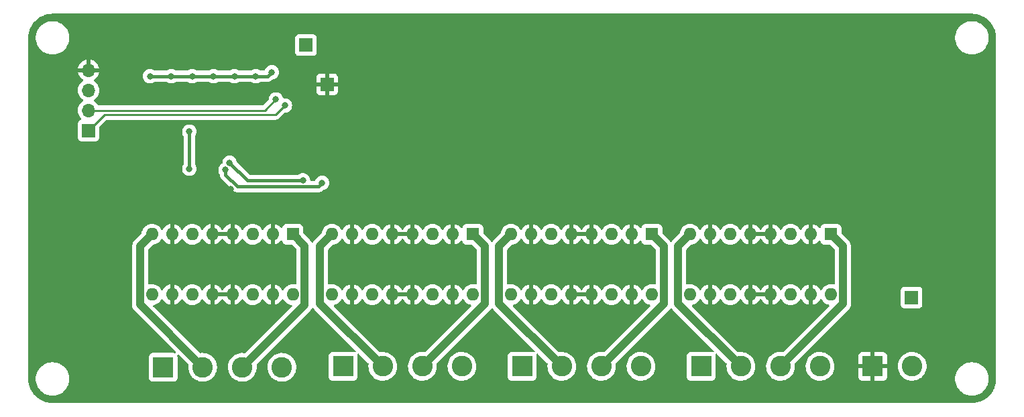
<source format=gbl>
%TF.GenerationSoftware,KiCad,Pcbnew,(6.0.0)*%
%TF.CreationDate,2022-10-09T23:31:42-04:00*%
%TF.ProjectId,i2c darlington,69326320-6461-4726-9c69-6e67746f6e2e,rev?*%
%TF.SameCoordinates,Original*%
%TF.FileFunction,Copper,L2,Bot*%
%TF.FilePolarity,Positive*%
%FSLAX46Y46*%
G04 Gerber Fmt 4.6, Leading zero omitted, Abs format (unit mm)*
G04 Created by KiCad (PCBNEW (6.0.0)) date 2022-10-09 23:31:42*
%MOMM*%
%LPD*%
G01*
G04 APERTURE LIST*
%TA.AperFunction,ComponentPad*%
%ADD10R,1.700000X1.700000*%
%TD*%
%TA.AperFunction,ComponentPad*%
%ADD11R,1.600000X1.600000*%
%TD*%
%TA.AperFunction,ComponentPad*%
%ADD12O,1.600000X1.600000*%
%TD*%
%TA.AperFunction,ComponentPad*%
%ADD13O,1.700000X1.700000*%
%TD*%
%TA.AperFunction,ComponentPad*%
%ADD14R,2.600000X2.600000*%
%TD*%
%TA.AperFunction,ComponentPad*%
%ADD15C,2.600000*%
%TD*%
%TA.AperFunction,ViaPad*%
%ADD16C,0.800000*%
%TD*%
%TA.AperFunction,Conductor*%
%ADD17C,0.250000*%
%TD*%
%TA.AperFunction,Conductor*%
%ADD18C,0.400000*%
%TD*%
%TA.AperFunction,Conductor*%
%ADD19C,1.000000*%
%TD*%
G04 APERTURE END LIST*
D10*
%TO.P,J8,1,Pin_1*%
%TO.N,VCC*%
X53467000Y-124206000D03*
%TD*%
D11*
%TO.P,IC2,1,C1*%
%TO.N,Net-(IC2-Pad1)*%
X51801000Y-148092000D03*
D12*
%TO.P,IC2,2,E1*%
%TO.N,GND*%
X49261000Y-148092000D03*
%TO.P,IC2,3,I1*%
%TO.N,Net-(IC2-Pad3)*%
X46721000Y-148092000D03*
%TO.P,IC2,4,SUB1*%
%TO.N,GND*%
X44181000Y-148092000D03*
%TO.P,IC2,5,SUB2*%
X41641000Y-148092000D03*
%TO.P,IC2,6,I2*%
%TO.N,Net-(IC2-Pad6)*%
X39101000Y-148092000D03*
%TO.P,IC2,7,E2*%
%TO.N,GND*%
X36561000Y-148092000D03*
%TO.P,IC2,8,C2*%
%TO.N,Net-(IC2-Pad8)*%
X34021000Y-148092000D03*
%TO.P,IC2,9,C3*%
%TO.N,Net-(IC2-Pad9)*%
X34021000Y-155712000D03*
%TO.P,IC2,10,E3*%
%TO.N,GND*%
X36561000Y-155712000D03*
%TO.P,IC2,11,I3*%
%TO.N,Net-(IC2-Pad11)*%
X39101000Y-155712000D03*
%TO.P,IC2,12,SUB3*%
%TO.N,GND*%
X41641000Y-155712000D03*
%TO.P,IC2,13,SUB4*%
X44181000Y-155712000D03*
%TO.P,IC2,14,I4*%
%TO.N,Net-(IC2-Pad14)*%
X46721000Y-155712000D03*
%TO.P,IC2,15,E4*%
%TO.N,GND*%
X49261000Y-155712000D03*
%TO.P,IC2,16,C4*%
%TO.N,Net-(IC2-Pad16)*%
X51801000Y-155712000D03*
%TD*%
D10*
%TO.P,J1,1,Pin_1*%
%TO.N,/scl*%
X26000000Y-135001000D03*
D13*
%TO.P,J1,2,Pin_2*%
%TO.N,/sda*%
X26000000Y-132461000D03*
%TO.P,J1,3,Pin_3*%
%TO.N,VCC*%
X26000000Y-129921000D03*
%TO.P,J1,4,Pin_4*%
%TO.N,GND*%
X26000000Y-127381000D03*
%TD*%
D14*
%TO.P,J3,1,Pin_1*%
%TO.N,Net-(IC1-Pad9)*%
X103371000Y-164770000D03*
D15*
%TO.P,J3,2,Pin_2*%
%TO.N,Net-(IC1-Pad8)*%
X108371000Y-164770000D03*
%TO.P,J3,3,Pin_3*%
%TO.N,Net-(IC1-Pad1)*%
X113371000Y-164770000D03*
%TO.P,J3,4,Pin_4*%
%TO.N,Net-(IC1-Pad16)*%
X118371000Y-164770000D03*
%TD*%
D14*
%TO.P,J4,1,Pin_1*%
%TO.N,Net-(IC3-Pad9)*%
X58159000Y-164770000D03*
D15*
%TO.P,J4,2,Pin_2*%
%TO.N,Net-(IC3-Pad8)*%
X63159000Y-164770000D03*
%TO.P,J4,3,Pin_3*%
%TO.N,Net-(IC3-Pad1)*%
X68159000Y-164770000D03*
%TO.P,J4,4,Pin_4*%
%TO.N,Net-(IC3-Pad16)*%
X73159000Y-164770000D03*
%TD*%
D11*
%TO.P,IC4,1,C1*%
%TO.N,Net-(IC4-Pad1)*%
X97140000Y-148092000D03*
D12*
%TO.P,IC4,2,E1*%
%TO.N,GND*%
X94600000Y-148092000D03*
%TO.P,IC4,3,I1*%
%TO.N,Net-(IC4-Pad3)*%
X92060000Y-148092000D03*
%TO.P,IC4,4,SUB1*%
%TO.N,GND*%
X89520000Y-148092000D03*
%TO.P,IC4,5,SUB2*%
X86980000Y-148092000D03*
%TO.P,IC4,6,I2*%
%TO.N,Net-(IC4-Pad6)*%
X84440000Y-148092000D03*
%TO.P,IC4,7,E2*%
%TO.N,GND*%
X81900000Y-148092000D03*
%TO.P,IC4,8,C2*%
%TO.N,Net-(IC4-Pad8)*%
X79360000Y-148092000D03*
%TO.P,IC4,9,C3*%
%TO.N,Net-(IC4-Pad9)*%
X79360000Y-155712000D03*
%TO.P,IC4,10,E3*%
%TO.N,GND*%
X81900000Y-155712000D03*
%TO.P,IC4,11,I3*%
%TO.N,Net-(IC4-Pad11)*%
X84440000Y-155712000D03*
%TO.P,IC4,12,SUB3*%
%TO.N,GND*%
X86980000Y-155712000D03*
%TO.P,IC4,13,SUB4*%
X89520000Y-155712000D03*
%TO.P,IC4,14,I4*%
%TO.N,Net-(IC4-Pad14)*%
X92060000Y-155712000D03*
%TO.P,IC4,15,E4*%
%TO.N,GND*%
X94600000Y-155712000D03*
%TO.P,IC4,16,C4*%
%TO.N,Net-(IC4-Pad16)*%
X97140000Y-155712000D03*
%TD*%
D10*
%TO.P,J9,1,Pin_1*%
%TO.N,GND*%
X56134000Y-129159000D03*
%TD*%
D14*
%TO.P,J5,1,Pin_1*%
%TO.N,Net-(IC4-Pad9)*%
X80765000Y-164770000D03*
D15*
%TO.P,J5,2,Pin_2*%
%TO.N,Net-(IC4-Pad8)*%
X85765000Y-164770000D03*
%TO.P,J5,3,Pin_3*%
%TO.N,Net-(IC4-Pad1)*%
X90765000Y-164770000D03*
%TO.P,J5,4,Pin_4*%
%TO.N,Net-(IC4-Pad16)*%
X95765000Y-164770000D03*
%TD*%
D11*
%TO.P,IC1,1,C1*%
%TO.N,Net-(IC1-Pad1)*%
X119746000Y-148092000D03*
D12*
%TO.P,IC1,2,E1*%
%TO.N,GND*%
X117206000Y-148092000D03*
%TO.P,IC1,3,I1*%
%TO.N,Net-(IC1-Pad3)*%
X114666000Y-148092000D03*
%TO.P,IC1,4,SUB1*%
%TO.N,GND*%
X112126000Y-148092000D03*
%TO.P,IC1,5,SUB2*%
X109586000Y-148092000D03*
%TO.P,IC1,6,I2*%
%TO.N,Net-(IC1-Pad6)*%
X107046000Y-148092000D03*
%TO.P,IC1,7,E2*%
%TO.N,GND*%
X104506000Y-148092000D03*
%TO.P,IC1,8,C2*%
%TO.N,Net-(IC1-Pad8)*%
X101966000Y-148092000D03*
%TO.P,IC1,9,C3*%
%TO.N,Net-(IC1-Pad9)*%
X101966000Y-155712000D03*
%TO.P,IC1,10,E3*%
%TO.N,GND*%
X104506000Y-155712000D03*
%TO.P,IC1,11,I3*%
%TO.N,Net-(IC1-Pad11)*%
X107046000Y-155712000D03*
%TO.P,IC1,12,SUB3*%
%TO.N,GND*%
X109586000Y-155712000D03*
%TO.P,IC1,13,SUB4*%
X112126000Y-155712000D03*
%TO.P,IC1,14,I4*%
%TO.N,Net-(IC1-Pad14)*%
X114666000Y-155712000D03*
%TO.P,IC1,15,E4*%
%TO.N,GND*%
X117206000Y-155712000D03*
%TO.P,IC1,16,C4*%
%TO.N,Net-(IC1-Pad16)*%
X119746000Y-155712000D03*
%TD*%
D14*
%TO.P,J6,1,Pin_1*%
%TO.N,Net-(IC2-Pad9)*%
X35426000Y-164897000D03*
D15*
%TO.P,J6,2,Pin_2*%
%TO.N,Net-(IC2-Pad8)*%
X40426000Y-164897000D03*
%TO.P,J6,3,Pin_3*%
%TO.N,Net-(IC2-Pad1)*%
X45426000Y-164897000D03*
%TO.P,J6,4,Pin_4*%
%TO.N,Net-(IC2-Pad16)*%
X50426000Y-164897000D03*
%TD*%
D11*
%TO.P,IC3,1,C1*%
%TO.N,Net-(IC3-Pad1)*%
X74534000Y-148092000D03*
D12*
%TO.P,IC3,2,E1*%
%TO.N,GND*%
X71994000Y-148092000D03*
%TO.P,IC3,3,I1*%
%TO.N,Net-(IC3-Pad3)*%
X69454000Y-148092000D03*
%TO.P,IC3,4,SUB1*%
%TO.N,GND*%
X66914000Y-148092000D03*
%TO.P,IC3,5,SUB2*%
X64374000Y-148092000D03*
%TO.P,IC3,6,I2*%
%TO.N,Net-(IC3-Pad6)*%
X61834000Y-148092000D03*
%TO.P,IC3,7,E2*%
%TO.N,GND*%
X59294000Y-148092000D03*
%TO.P,IC3,8,C2*%
%TO.N,Net-(IC3-Pad8)*%
X56754000Y-148092000D03*
%TO.P,IC3,9,C3*%
%TO.N,Net-(IC3-Pad9)*%
X56754000Y-155712000D03*
%TO.P,IC3,10,E3*%
%TO.N,GND*%
X59294000Y-155712000D03*
%TO.P,IC3,11,I3*%
%TO.N,Net-(IC3-Pad11)*%
X61834000Y-155712000D03*
%TO.P,IC3,12,SUB3*%
%TO.N,GND*%
X64374000Y-155712000D03*
%TO.P,IC3,13,SUB4*%
X66914000Y-155712000D03*
%TO.P,IC3,14,I4*%
%TO.N,Net-(IC3-Pad14)*%
X69454000Y-155712000D03*
%TO.P,IC3,15,E4*%
%TO.N,GND*%
X71994000Y-155712000D03*
%TO.P,IC3,16,C4*%
%TO.N,Net-(IC3-Pad16)*%
X74534000Y-155712000D03*
%TD*%
D14*
%TO.P,J2,1,Pin_1*%
%TO.N,GND*%
X125008000Y-164770000D03*
D15*
%TO.P,J2,2,Pin_2*%
%TO.N,Net-(J2-Pad2)*%
X130008000Y-164770000D03*
%TD*%
D10*
%TO.P,J7,1,Pin_1*%
%TO.N,Net-(J2-Pad2)*%
X129921000Y-156083000D03*
%TD*%
D16*
%TO.N,/scl*%
X50800000Y-131826000D03*
%TO.N,VCC*%
X41783000Y-128143000D03*
X36449000Y-128143000D03*
X49149000Y-127635000D03*
X44450000Y-128143000D03*
X39116000Y-128143000D03*
X47117000Y-128143000D03*
X33782000Y-128143000D03*
%TO.N,GND*%
X43942000Y-142367000D03*
%TO.N,/sda*%
X49657000Y-131064000D03*
%TO.N,/pwm0*%
X38735000Y-135128000D03*
X38735000Y-139827000D03*
%TO.N,/pwm6*%
X43815000Y-139065000D03*
X53086000Y-141285960D03*
%TO.N,/pwm7*%
X43307000Y-139954000D03*
X55499000Y-141605000D03*
%TD*%
D17*
%TO.N,/scl*%
X49626000Y-133000000D02*
X50800000Y-131826000D01*
D18*
%TO.N,VCC*%
X33782000Y-128143000D02*
X47117000Y-128143000D01*
X48641000Y-128143000D02*
X49149000Y-127635000D01*
X47117000Y-128143000D02*
X48641000Y-128143000D01*
D19*
%TO.N,Net-(IC1-Pad8)*%
X101966000Y-148092000D02*
X100466489Y-149591511D01*
X100466489Y-156865489D02*
X108371000Y-164770000D01*
X100466489Y-149591511D02*
X100466489Y-156865489D01*
%TO.N,Net-(IC1-Pad1)*%
X121245511Y-156895489D02*
X113371000Y-164770000D01*
X119746000Y-148092000D02*
X121245511Y-149591511D01*
X121245511Y-149591511D02*
X121245511Y-156895489D01*
%TO.N,Net-(IC2-Pad8)*%
X32521489Y-149591511D02*
X32521489Y-156992489D01*
X34021000Y-148092000D02*
X32521489Y-149591511D01*
X32521489Y-156992489D02*
X40426000Y-164897000D01*
%TO.N,Net-(IC2-Pad1)*%
X53300511Y-149591511D02*
X53300511Y-157022489D01*
X53300511Y-157022489D02*
X45426000Y-164897000D01*
X51801000Y-148092000D02*
X53300511Y-149591511D01*
%TO.N,Net-(IC3-Pad1)*%
X74534000Y-148092000D02*
X76033511Y-149591511D01*
X76033511Y-156895489D02*
X68159000Y-164770000D01*
X76033511Y-149591511D02*
X76033511Y-156895489D01*
%TO.N,Net-(IC3-Pad8)*%
X56754000Y-148092000D02*
X55254489Y-149591511D01*
X55254489Y-149591511D02*
X55254489Y-156865489D01*
X55254489Y-156865489D02*
X63159000Y-164770000D01*
%TO.N,Net-(IC4-Pad8)*%
X77860489Y-156865489D02*
X85765000Y-164770000D01*
X77860489Y-149591511D02*
X77860489Y-156865489D01*
X79360000Y-148092000D02*
X77860489Y-149591511D01*
D17*
%TO.N,/scl*%
X26000000Y-135000000D02*
X28000000Y-133000000D01*
X26000000Y-135001000D02*
X26000000Y-135000000D01*
X28000000Y-133000000D02*
X49626000Y-133000000D01*
%TO.N,/sda*%
X26000000Y-132461000D02*
X48260000Y-132461000D01*
X48260000Y-132461000D02*
X49657000Y-131064000D01*
D18*
%TO.N,/pwm0*%
X38735000Y-139827000D02*
X38735000Y-135128000D01*
%TO.N,/pwm6*%
X46035960Y-141285960D02*
X53086000Y-141285960D01*
X43815000Y-139065000D02*
X46035960Y-141285960D01*
%TO.N,/pwm7*%
X43307000Y-139954000D02*
X43307000Y-140589000D01*
X44803471Y-142085471D02*
X55018529Y-142085471D01*
X43307000Y-140589000D02*
X44803471Y-142085471D01*
X55018529Y-142085471D02*
X55499000Y-141605000D01*
D19*
%TO.N,Net-(IC4-Pad1)*%
X98639511Y-156895489D02*
X90765000Y-164770000D01*
X97140000Y-148092000D02*
X98639511Y-149591511D01*
X98639511Y-149591511D02*
X98639511Y-156895489D01*
%TD*%
%TA.AperFunction,Conductor*%
%TO.N,GND*%
G36*
X137511057Y-120244500D02*
G01*
X137525858Y-120246805D01*
X137525861Y-120246805D01*
X137534730Y-120248186D01*
X137543631Y-120247022D01*
X137543635Y-120247022D01*
X137553411Y-120245743D01*
X137576342Y-120244852D01*
X137853003Y-120259351D01*
X137866119Y-120260729D01*
X138168193Y-120308573D01*
X138181093Y-120311315D01*
X138476510Y-120390472D01*
X138489053Y-120394548D01*
X138774565Y-120504145D01*
X138786614Y-120509509D01*
X139059120Y-120648358D01*
X139070536Y-120654949D01*
X139327042Y-120821526D01*
X139337702Y-120829272D01*
X139570689Y-121017941D01*
X139575379Y-121021739D01*
X139585180Y-121030564D01*
X139801436Y-121246820D01*
X139810261Y-121256621D01*
X140001519Y-121492804D01*
X140002726Y-121494295D01*
X140010474Y-121504958D01*
X140112833Y-121662577D01*
X140177048Y-121761459D01*
X140183642Y-121772880D01*
X140322491Y-122045386D01*
X140327855Y-122057435D01*
X140437452Y-122342947D01*
X140441528Y-122355490D01*
X140520685Y-122650907D01*
X140523427Y-122663807D01*
X140571271Y-122965881D01*
X140572649Y-122978997D01*
X140586238Y-123238285D01*
X140586764Y-123248330D01*
X140585436Y-123274312D01*
X140585195Y-123275856D01*
X140585195Y-123275860D01*
X140583814Y-123284730D01*
X140584978Y-123293632D01*
X140584978Y-123293635D01*
X140587936Y-123316251D01*
X140589000Y-123332589D01*
X140589000Y-166204965D01*
X140588112Y-166219894D01*
X140583917Y-166255050D01*
X140585398Y-166263903D01*
X140585398Y-166263905D01*
X140586987Y-166273403D01*
X140588694Y-166296440D01*
X140583665Y-166578131D01*
X140583616Y-166580851D01*
X140582655Y-166594297D01*
X140555637Y-166809406D01*
X140543644Y-166904887D01*
X140541251Y-166918152D01*
X140494130Y-167117556D01*
X140469262Y-167222790D01*
X140465463Y-167235728D01*
X140433785Y-167325524D01*
X140361326Y-167530919D01*
X140356165Y-167543379D01*
X140324418Y-167609734D01*
X140221069Y-167825746D01*
X140214605Y-167837584D01*
X140050101Y-168103892D01*
X140042408Y-168114972D01*
X139850377Y-168362171D01*
X139841549Y-168372360D01*
X139624194Y-168597616D01*
X139614328Y-168606801D01*
X139374137Y-168807535D01*
X139363339Y-168815618D01*
X139103077Y-168989519D01*
X139091477Y-168996402D01*
X138814110Y-169141491D01*
X138801843Y-169147093D01*
X138783051Y-169154487D01*
X138510561Y-169261699D01*
X138497763Y-169265958D01*
X138195893Y-169348772D01*
X138182722Y-169351638D01*
X137873717Y-169401711D01*
X137860308Y-169403152D01*
X137583577Y-169417985D01*
X137557450Y-169416666D01*
X137556831Y-169416570D01*
X137556141Y-169416462D01*
X137556139Y-169416462D01*
X137547270Y-169415081D01*
X137515750Y-169419203D01*
X137499413Y-169420267D01*
X84490322Y-169419231D01*
X21511328Y-169418000D01*
X21491948Y-169416500D01*
X21483962Y-169415257D01*
X21468270Y-169412814D01*
X21449589Y-169415257D01*
X21426658Y-169416148D01*
X21149997Y-169401649D01*
X21136881Y-169400271D01*
X20834807Y-169352427D01*
X20821907Y-169349685D01*
X20526490Y-169270528D01*
X20513947Y-169266452D01*
X20228435Y-169156855D01*
X20216386Y-169151491D01*
X19943880Y-169012642D01*
X19932464Y-169006051D01*
X19675958Y-168839474D01*
X19665295Y-168831726D01*
X19652943Y-168821723D01*
X19427621Y-168639261D01*
X19417820Y-168630436D01*
X19201564Y-168414180D01*
X19192739Y-168404379D01*
X19108791Y-168300712D01*
X19000272Y-168166702D01*
X18992526Y-168156042D01*
X18825949Y-167899536D01*
X18819358Y-167888120D01*
X18680509Y-167615614D01*
X18675145Y-167603565D01*
X18565548Y-167318053D01*
X18561472Y-167305510D01*
X18482315Y-167010093D01*
X18479573Y-166997193D01*
X18431729Y-166695119D01*
X18430351Y-166682002D01*
X18420955Y-166502703D01*
X19352743Y-166502703D01*
X19353302Y-166506947D01*
X19353302Y-166506951D01*
X19361855Y-166571913D01*
X19390268Y-166787734D01*
X19466129Y-167065036D01*
X19467813Y-167068984D01*
X19574051Y-167318053D01*
X19578923Y-167329476D01*
X19590693Y-167349142D01*
X19706943Y-167543381D01*
X19726561Y-167576161D01*
X19906313Y-167800528D01*
X20114851Y-167998423D01*
X20348317Y-168166186D01*
X20352112Y-168168195D01*
X20352113Y-168168196D01*
X20373869Y-168179715D01*
X20602392Y-168300712D01*
X20626699Y-168309607D01*
X20784902Y-168367501D01*
X20872373Y-168399511D01*
X21153264Y-168460755D01*
X21181841Y-168463004D01*
X21376282Y-168478307D01*
X21376291Y-168478307D01*
X21378739Y-168478500D01*
X21534271Y-168478500D01*
X21536407Y-168478354D01*
X21536418Y-168478354D01*
X21744548Y-168464165D01*
X21744554Y-168464164D01*
X21748825Y-168463873D01*
X21753020Y-168463004D01*
X21753022Y-168463004D01*
X21900195Y-168432526D01*
X22030342Y-168405574D01*
X22301343Y-168309607D01*
X22556812Y-168177750D01*
X22560313Y-168175289D01*
X22560317Y-168175287D01*
X22678607Y-168092151D01*
X22792023Y-168012441D01*
X22913518Y-167899541D01*
X22999479Y-167819661D01*
X22999481Y-167819658D01*
X23002622Y-167816740D01*
X23184713Y-167594268D01*
X23334927Y-167349142D01*
X23450483Y-167085898D01*
X23473894Y-167003715D01*
X23528068Y-166813534D01*
X23529244Y-166809406D01*
X23565634Y-166553713D01*
X23569146Y-166529036D01*
X23569146Y-166529034D01*
X23569751Y-166524784D01*
X23569802Y-166515229D01*
X23571235Y-166241583D01*
X23571235Y-166241576D01*
X23571257Y-166237297D01*
X23567001Y-166204965D01*
X23538956Y-165991947D01*
X23533732Y-165952266D01*
X23457871Y-165674964D01*
X23388260Y-165511765D01*
X23346763Y-165414476D01*
X23346761Y-165414472D01*
X23345077Y-165410524D01*
X23197439Y-165163839D01*
X23017687Y-164939472D01*
X22839101Y-164770000D01*
X22812258Y-164744527D01*
X22812255Y-164744525D01*
X22809149Y-164741577D01*
X22613210Y-164600780D01*
X22579172Y-164576321D01*
X22579171Y-164576320D01*
X22575683Y-164573814D01*
X22553843Y-164562250D01*
X22520942Y-164544830D01*
X22321608Y-164439288D01*
X22051627Y-164340489D01*
X21770736Y-164279245D01*
X21739685Y-164276801D01*
X21547718Y-164261693D01*
X21547709Y-164261693D01*
X21545261Y-164261500D01*
X21389729Y-164261500D01*
X21387593Y-164261646D01*
X21387582Y-164261646D01*
X21179452Y-164275835D01*
X21179446Y-164275836D01*
X21175175Y-164276127D01*
X21170980Y-164276996D01*
X21170978Y-164276996D01*
X21034416Y-164305277D01*
X20893658Y-164334426D01*
X20622657Y-164430393D01*
X20565808Y-164459735D01*
X20460034Y-164514329D01*
X20367188Y-164562250D01*
X20363687Y-164564711D01*
X20363683Y-164564713D01*
X20249582Y-164644905D01*
X20131977Y-164727559D01*
X20116892Y-164741577D01*
X19946237Y-164900160D01*
X19921378Y-164923260D01*
X19739287Y-165145732D01*
X19589073Y-165390858D01*
X19587347Y-165394791D01*
X19587346Y-165394792D01*
X19531707Y-165521542D01*
X19473517Y-165654102D01*
X19394756Y-165930594D01*
X19354249Y-166215216D01*
X19354227Y-166219505D01*
X19354226Y-166219512D01*
X19352765Y-166498417D01*
X19352743Y-166502703D01*
X18420955Y-166502703D01*
X18416236Y-166412666D01*
X18417564Y-166386688D01*
X18417805Y-166385144D01*
X18417805Y-166385140D01*
X18419186Y-166376270D01*
X18417931Y-166366669D01*
X18415064Y-166344749D01*
X18414000Y-166328411D01*
X18414000Y-149587973D01*
X31508115Y-149587973D01*
X31508695Y-149594104D01*
X31512430Y-149633620D01*
X31512989Y-149645478D01*
X31512989Y-156930646D01*
X31512252Y-156944253D01*
X31511877Y-156947710D01*
X31508165Y-156981877D01*
X31508702Y-156988012D01*
X31512539Y-157031877D01*
X31512868Y-157036703D01*
X31512989Y-157039175D01*
X31512989Y-157042258D01*
X31513290Y-157045326D01*
X31517179Y-157084995D01*
X31517301Y-157086308D01*
X31521174Y-157130573D01*
X31525402Y-157178902D01*
X31526889Y-157184021D01*
X31527409Y-157189322D01*
X31554280Y-157278323D01*
X31554615Y-157279456D01*
X31570555Y-157334318D01*
X31580580Y-157368825D01*
X31583033Y-157373557D01*
X31584573Y-157378658D01*
X31587467Y-157384101D01*
X31628220Y-157460749D01*
X31628832Y-157461915D01*
X31667082Y-157535705D01*
X31671597Y-157544415D01*
X31674920Y-157548578D01*
X31677423Y-157553285D01*
X31736244Y-157625407D01*
X31736935Y-157626263D01*
X31768227Y-157665462D01*
X31770731Y-157667966D01*
X31771373Y-157668684D01*
X31775074Y-157673017D01*
X31802424Y-157706551D01*
X31807171Y-157710478D01*
X31807173Y-157710480D01*
X31837751Y-157735776D01*
X31846531Y-157743766D01*
X37003719Y-162900953D01*
X37037745Y-162963265D01*
X37032680Y-163034080D01*
X36990133Y-163090916D01*
X36923613Y-163115727D01*
X36870395Y-163108030D01*
X36843718Y-163098029D01*
X36843712Y-163098027D01*
X36836316Y-163095255D01*
X36774134Y-163088500D01*
X34077866Y-163088500D01*
X34015684Y-163095255D01*
X33879295Y-163146385D01*
X33762739Y-163233739D01*
X33675385Y-163350295D01*
X33624255Y-163486684D01*
X33617500Y-163548866D01*
X33617500Y-166245134D01*
X33624255Y-166307316D01*
X33675385Y-166443705D01*
X33762739Y-166560261D01*
X33879295Y-166647615D01*
X34015684Y-166698745D01*
X34077866Y-166705500D01*
X36774134Y-166705500D01*
X36836316Y-166698745D01*
X36972705Y-166647615D01*
X37089261Y-166560261D01*
X37176615Y-166443705D01*
X37227745Y-166307316D01*
X37234500Y-166245134D01*
X37234500Y-163548866D01*
X37227745Y-163486684D01*
X37224973Y-163479288D01*
X37224971Y-163479282D01*
X37214970Y-163452605D01*
X37209787Y-163381797D01*
X37243709Y-163319429D01*
X37305964Y-163285300D01*
X37376788Y-163290247D01*
X37422047Y-163319281D01*
X38601827Y-164499061D01*
X38635853Y-164561373D01*
X38638098Y-164600778D01*
X38613050Y-164849526D01*
X38613274Y-164854192D01*
X38613274Y-164854197D01*
X38617531Y-164942814D01*
X38625947Y-165118019D01*
X38678388Y-165381656D01*
X38769220Y-165634646D01*
X38896450Y-165871431D01*
X38899241Y-165875168D01*
X38899245Y-165875175D01*
X38964899Y-165963096D01*
X39057281Y-166086810D01*
X39060590Y-166090090D01*
X39060595Y-166090096D01*
X39244863Y-166272762D01*
X39248180Y-166276050D01*
X39251942Y-166278808D01*
X39251945Y-166278811D01*
X39390635Y-166380502D01*
X39464954Y-166434995D01*
X39469089Y-166437171D01*
X39469093Y-166437173D01*
X39698698Y-166557975D01*
X39702840Y-166560154D01*
X39956613Y-166648775D01*
X39961206Y-166649647D01*
X40216109Y-166698042D01*
X40216112Y-166698042D01*
X40220698Y-166698913D01*
X40348370Y-166703929D01*
X40484625Y-166709283D01*
X40484630Y-166709283D01*
X40489293Y-166709466D01*
X40593607Y-166698042D01*
X40751844Y-166680713D01*
X40751850Y-166680712D01*
X40756497Y-166680203D01*
X40868302Y-166650767D01*
X41011918Y-166612956D01*
X41011920Y-166612955D01*
X41016441Y-166611765D01*
X41022337Y-166609232D01*
X41259120Y-166507502D01*
X41259122Y-166507501D01*
X41263414Y-166505657D01*
X41384099Y-166430975D01*
X41488017Y-166366669D01*
X41488021Y-166366666D01*
X41491990Y-166364210D01*
X41697149Y-166190530D01*
X41874382Y-165988434D01*
X41894909Y-165956522D01*
X42017269Y-165766291D01*
X42019797Y-165762361D01*
X42130199Y-165517278D01*
X42167287Y-165385775D01*
X42201893Y-165263072D01*
X42201894Y-165263069D01*
X42203163Y-165258568D01*
X42221043Y-165118019D01*
X42236688Y-164995045D01*
X42236688Y-164995041D01*
X42237086Y-164991915D01*
X42239571Y-164897000D01*
X42236043Y-164849526D01*
X43613050Y-164849526D01*
X43613274Y-164854192D01*
X43613274Y-164854197D01*
X43617531Y-164942814D01*
X43625947Y-165118019D01*
X43678388Y-165381656D01*
X43769220Y-165634646D01*
X43896450Y-165871431D01*
X43899241Y-165875168D01*
X43899245Y-165875175D01*
X43964899Y-165963096D01*
X44057281Y-166086810D01*
X44060590Y-166090090D01*
X44060595Y-166090096D01*
X44244863Y-166272762D01*
X44248180Y-166276050D01*
X44251942Y-166278808D01*
X44251945Y-166278811D01*
X44390635Y-166380502D01*
X44464954Y-166434995D01*
X44469089Y-166437171D01*
X44469093Y-166437173D01*
X44698698Y-166557975D01*
X44702840Y-166560154D01*
X44956613Y-166648775D01*
X44961206Y-166649647D01*
X45216109Y-166698042D01*
X45216112Y-166698042D01*
X45220698Y-166698913D01*
X45348370Y-166703929D01*
X45484625Y-166709283D01*
X45484630Y-166709283D01*
X45489293Y-166709466D01*
X45593607Y-166698042D01*
X45751844Y-166680713D01*
X45751850Y-166680712D01*
X45756497Y-166680203D01*
X45868302Y-166650767D01*
X46011918Y-166612956D01*
X46011920Y-166612955D01*
X46016441Y-166611765D01*
X46022337Y-166609232D01*
X46259120Y-166507502D01*
X46259122Y-166507501D01*
X46263414Y-166505657D01*
X46384099Y-166430975D01*
X46488017Y-166366669D01*
X46488021Y-166366666D01*
X46491990Y-166364210D01*
X46697149Y-166190530D01*
X46874382Y-165988434D01*
X46894909Y-165956522D01*
X47017269Y-165766291D01*
X47019797Y-165762361D01*
X47130199Y-165517278D01*
X47167287Y-165385775D01*
X47201893Y-165263072D01*
X47201894Y-165263069D01*
X47203163Y-165258568D01*
X47221043Y-165118019D01*
X47236688Y-164995045D01*
X47236688Y-164995041D01*
X47237086Y-164991915D01*
X47239571Y-164897000D01*
X47236043Y-164849526D01*
X48613050Y-164849526D01*
X48613274Y-164854192D01*
X48613274Y-164854197D01*
X48617531Y-164942814D01*
X48625947Y-165118019D01*
X48678388Y-165381656D01*
X48769220Y-165634646D01*
X48896450Y-165871431D01*
X48899241Y-165875168D01*
X48899245Y-165875175D01*
X48964899Y-165963096D01*
X49057281Y-166086810D01*
X49060590Y-166090090D01*
X49060595Y-166090096D01*
X49244863Y-166272762D01*
X49248180Y-166276050D01*
X49251942Y-166278808D01*
X49251945Y-166278811D01*
X49390635Y-166380502D01*
X49464954Y-166434995D01*
X49469089Y-166437171D01*
X49469093Y-166437173D01*
X49698698Y-166557975D01*
X49702840Y-166560154D01*
X49956613Y-166648775D01*
X49961206Y-166649647D01*
X50216109Y-166698042D01*
X50216112Y-166698042D01*
X50220698Y-166698913D01*
X50348370Y-166703929D01*
X50484625Y-166709283D01*
X50484630Y-166709283D01*
X50489293Y-166709466D01*
X50593607Y-166698042D01*
X50751844Y-166680713D01*
X50751850Y-166680712D01*
X50756497Y-166680203D01*
X50868302Y-166650767D01*
X51011918Y-166612956D01*
X51011920Y-166612955D01*
X51016441Y-166611765D01*
X51022337Y-166609232D01*
X51259120Y-166507502D01*
X51259122Y-166507501D01*
X51263414Y-166505657D01*
X51384099Y-166430975D01*
X51488017Y-166366669D01*
X51488021Y-166366666D01*
X51491990Y-166364210D01*
X51697149Y-166190530D01*
X51874382Y-165988434D01*
X51894909Y-165956522D01*
X52017269Y-165766291D01*
X52019797Y-165762361D01*
X52130199Y-165517278D01*
X52167287Y-165385775D01*
X52201893Y-165263072D01*
X52201894Y-165263069D01*
X52203163Y-165258568D01*
X52221043Y-165118019D01*
X52236688Y-164995045D01*
X52236688Y-164995041D01*
X52237086Y-164991915D01*
X52239571Y-164897000D01*
X52219650Y-164628937D01*
X52218618Y-164624376D01*
X52161361Y-164371331D01*
X52161360Y-164371326D01*
X52160327Y-164366763D01*
X52062902Y-164116238D01*
X51929518Y-163882864D01*
X51763105Y-163671769D01*
X51567317Y-163487591D01*
X51410751Y-163378976D01*
X51350299Y-163337039D01*
X51350296Y-163337037D01*
X51346457Y-163334374D01*
X51340015Y-163331197D01*
X51109564Y-163217551D01*
X51109561Y-163217550D01*
X51105376Y-163215486D01*
X51057745Y-163200239D01*
X50942181Y-163163247D01*
X50849370Y-163133538D01*
X50844763Y-163132788D01*
X50844760Y-163132787D01*
X50631337Y-163098029D01*
X50584063Y-163090330D01*
X50453719Y-163088624D01*
X50319961Y-163086873D01*
X50319958Y-163086873D01*
X50315284Y-163086812D01*
X50048937Y-163123060D01*
X49790874Y-163198278D01*
X49546763Y-163310815D01*
X49519589Y-163328631D01*
X49325881Y-163455631D01*
X49325876Y-163455635D01*
X49321968Y-163458197D01*
X49121426Y-163637188D01*
X48949544Y-163843854D01*
X48810096Y-164073656D01*
X48808287Y-164077970D01*
X48808285Y-164077974D01*
X48740442Y-164239763D01*
X48706148Y-164321545D01*
X48639981Y-164582077D01*
X48613050Y-164849526D01*
X47236043Y-164849526D01*
X47219650Y-164628937D01*
X47218618Y-164624376D01*
X47216652Y-164615685D01*
X47221127Y-164544830D01*
X47250450Y-164498784D01*
X53969890Y-157779344D01*
X53980033Y-157770242D01*
X54004729Y-157750386D01*
X54009536Y-157746521D01*
X54041831Y-157708033D01*
X54044989Y-157704414D01*
X54046635Y-157702599D01*
X54048820Y-157700414D01*
X54050775Y-157698034D01*
X54050784Y-157698024D01*
X54076060Y-157667253D01*
X54076902Y-157666238D01*
X54132705Y-157599734D01*
X54136665Y-157595015D01*
X54139234Y-157590341D01*
X54142613Y-157586228D01*
X54157716Y-157558062D01*
X54167809Y-157539238D01*
X54186485Y-157504407D01*
X54187096Y-157503281D01*
X54212312Y-157457414D01*
X54262657Y-157407356D01*
X54332074Y-157392463D01*
X54398523Y-157417464D01*
X54420368Y-157438479D01*
X54469244Y-157498407D01*
X54469935Y-157499263D01*
X54501227Y-157538462D01*
X54503731Y-157540966D01*
X54504373Y-157541684D01*
X54508074Y-157546017D01*
X54535424Y-157579551D01*
X54540171Y-157583478D01*
X54540173Y-157583480D01*
X54570751Y-157608776D01*
X54579531Y-157616766D01*
X59736719Y-162773953D01*
X59770745Y-162836265D01*
X59765680Y-162907080D01*
X59723133Y-162963916D01*
X59656613Y-162988727D01*
X59603395Y-162981030D01*
X59576718Y-162971029D01*
X59576712Y-162971027D01*
X59569316Y-162968255D01*
X59507134Y-162961500D01*
X56810866Y-162961500D01*
X56748684Y-162968255D01*
X56612295Y-163019385D01*
X56495739Y-163106739D01*
X56408385Y-163223295D01*
X56357255Y-163359684D01*
X56350500Y-163421866D01*
X56350500Y-166118134D01*
X56357255Y-166180316D01*
X56408385Y-166316705D01*
X56495739Y-166433261D01*
X56612295Y-166520615D01*
X56748684Y-166571745D01*
X56810866Y-166578500D01*
X59507134Y-166578500D01*
X59569316Y-166571745D01*
X59705705Y-166520615D01*
X59822261Y-166433261D01*
X59909615Y-166316705D01*
X59960745Y-166180316D01*
X59967500Y-166118134D01*
X59967500Y-163421866D01*
X59960745Y-163359684D01*
X59957973Y-163352288D01*
X59957971Y-163352282D01*
X59947970Y-163325605D01*
X59942787Y-163254797D01*
X59976709Y-163192429D01*
X60038964Y-163158300D01*
X60109788Y-163163247D01*
X60155047Y-163192281D01*
X61334827Y-164372061D01*
X61368853Y-164434373D01*
X61371098Y-164473778D01*
X61346050Y-164722526D01*
X61346274Y-164727192D01*
X61346274Y-164727197D01*
X61348179Y-164766851D01*
X61358947Y-164991019D01*
X61411388Y-165254656D01*
X61502220Y-165507646D01*
X61504432Y-165511762D01*
X61504433Y-165511765D01*
X61568094Y-165630242D01*
X61629450Y-165744431D01*
X61632241Y-165748168D01*
X61632245Y-165748175D01*
X61724285Y-165871431D01*
X61790281Y-165959810D01*
X61793590Y-165963090D01*
X61793595Y-165963096D01*
X61977863Y-166145762D01*
X61981180Y-166149050D01*
X61984942Y-166151808D01*
X61984945Y-166151811D01*
X62101534Y-166237297D01*
X62197954Y-166307995D01*
X62202089Y-166310171D01*
X62202093Y-166310173D01*
X62431698Y-166430975D01*
X62435840Y-166433154D01*
X62578346Y-166482919D01*
X62622726Y-166498417D01*
X62689613Y-166521775D01*
X62694206Y-166522647D01*
X62949109Y-166571042D01*
X62949112Y-166571042D01*
X62953698Y-166571913D01*
X63081370Y-166576929D01*
X63217625Y-166582283D01*
X63217630Y-166582283D01*
X63222293Y-166582466D01*
X63326607Y-166571042D01*
X63484844Y-166553713D01*
X63484850Y-166553712D01*
X63489497Y-166553203D01*
X63494021Y-166552012D01*
X63744918Y-166485956D01*
X63744920Y-166485955D01*
X63749441Y-166484765D01*
X63857626Y-166438285D01*
X63992120Y-166380502D01*
X63992122Y-166380501D01*
X63996414Y-166378657D01*
X64148013Y-166284845D01*
X64221017Y-166239669D01*
X64221021Y-166239666D01*
X64224990Y-166237210D01*
X64430149Y-166063530D01*
X64607382Y-165861434D01*
X64752797Y-165635361D01*
X64863199Y-165390278D01*
X64900345Y-165258568D01*
X64934893Y-165136072D01*
X64934894Y-165136069D01*
X64936163Y-165131568D01*
X64954331Y-164988758D01*
X64969688Y-164868045D01*
X64969688Y-164868041D01*
X64970086Y-164864915D01*
X64972571Y-164770000D01*
X64969043Y-164722526D01*
X66346050Y-164722526D01*
X66346274Y-164727192D01*
X66346274Y-164727197D01*
X66348179Y-164766851D01*
X66358947Y-164991019D01*
X66411388Y-165254656D01*
X66502220Y-165507646D01*
X66504432Y-165511762D01*
X66504433Y-165511765D01*
X66568094Y-165630242D01*
X66629450Y-165744431D01*
X66632241Y-165748168D01*
X66632245Y-165748175D01*
X66724285Y-165871431D01*
X66790281Y-165959810D01*
X66793590Y-165963090D01*
X66793595Y-165963096D01*
X66977863Y-166145762D01*
X66981180Y-166149050D01*
X66984942Y-166151808D01*
X66984945Y-166151811D01*
X67101534Y-166237297D01*
X67197954Y-166307995D01*
X67202089Y-166310171D01*
X67202093Y-166310173D01*
X67431698Y-166430975D01*
X67435840Y-166433154D01*
X67578346Y-166482919D01*
X67622726Y-166498417D01*
X67689613Y-166521775D01*
X67694206Y-166522647D01*
X67949109Y-166571042D01*
X67949112Y-166571042D01*
X67953698Y-166571913D01*
X68081370Y-166576929D01*
X68217625Y-166582283D01*
X68217630Y-166582283D01*
X68222293Y-166582466D01*
X68326607Y-166571042D01*
X68484844Y-166553713D01*
X68484850Y-166553712D01*
X68489497Y-166553203D01*
X68494021Y-166552012D01*
X68744918Y-166485956D01*
X68744920Y-166485955D01*
X68749441Y-166484765D01*
X68857626Y-166438285D01*
X68992120Y-166380502D01*
X68992122Y-166380501D01*
X68996414Y-166378657D01*
X69148013Y-166284845D01*
X69221017Y-166239669D01*
X69221021Y-166239666D01*
X69224990Y-166237210D01*
X69430149Y-166063530D01*
X69607382Y-165861434D01*
X69752797Y-165635361D01*
X69863199Y-165390278D01*
X69900345Y-165258568D01*
X69934893Y-165136072D01*
X69934894Y-165136069D01*
X69936163Y-165131568D01*
X69954331Y-164988758D01*
X69969688Y-164868045D01*
X69969688Y-164868041D01*
X69970086Y-164864915D01*
X69972571Y-164770000D01*
X69969043Y-164722526D01*
X71346050Y-164722526D01*
X71346274Y-164727192D01*
X71346274Y-164727197D01*
X71348179Y-164766851D01*
X71358947Y-164991019D01*
X71411388Y-165254656D01*
X71502220Y-165507646D01*
X71504432Y-165511762D01*
X71504433Y-165511765D01*
X71568094Y-165630242D01*
X71629450Y-165744431D01*
X71632241Y-165748168D01*
X71632245Y-165748175D01*
X71724285Y-165871431D01*
X71790281Y-165959810D01*
X71793590Y-165963090D01*
X71793595Y-165963096D01*
X71977863Y-166145762D01*
X71981180Y-166149050D01*
X71984942Y-166151808D01*
X71984945Y-166151811D01*
X72101534Y-166237297D01*
X72197954Y-166307995D01*
X72202089Y-166310171D01*
X72202093Y-166310173D01*
X72431698Y-166430975D01*
X72435840Y-166433154D01*
X72578346Y-166482919D01*
X72622726Y-166498417D01*
X72689613Y-166521775D01*
X72694206Y-166522647D01*
X72949109Y-166571042D01*
X72949112Y-166571042D01*
X72953698Y-166571913D01*
X73081370Y-166576929D01*
X73217625Y-166582283D01*
X73217630Y-166582283D01*
X73222293Y-166582466D01*
X73326607Y-166571042D01*
X73484844Y-166553713D01*
X73484850Y-166553712D01*
X73489497Y-166553203D01*
X73494021Y-166552012D01*
X73744918Y-166485956D01*
X73744920Y-166485955D01*
X73749441Y-166484765D01*
X73857626Y-166438285D01*
X73992120Y-166380502D01*
X73992122Y-166380501D01*
X73996414Y-166378657D01*
X74148013Y-166284845D01*
X74221017Y-166239669D01*
X74221021Y-166239666D01*
X74224990Y-166237210D01*
X74430149Y-166063530D01*
X74607382Y-165861434D01*
X74752797Y-165635361D01*
X74863199Y-165390278D01*
X74900345Y-165258568D01*
X74934893Y-165136072D01*
X74934894Y-165136069D01*
X74936163Y-165131568D01*
X74954331Y-164988758D01*
X74969688Y-164868045D01*
X74969688Y-164868041D01*
X74970086Y-164864915D01*
X74972571Y-164770000D01*
X74961103Y-164615685D01*
X74952996Y-164506592D01*
X74952996Y-164506589D01*
X74952650Y-164501937D01*
X74951618Y-164497376D01*
X74894361Y-164244331D01*
X74894360Y-164244326D01*
X74893327Y-164239763D01*
X74795902Y-163989238D01*
X74662518Y-163755864D01*
X74496105Y-163544769D01*
X74300317Y-163360591D01*
X74094127Y-163217551D01*
X74083299Y-163210039D01*
X74083296Y-163210037D01*
X74079457Y-163207374D01*
X74064989Y-163200239D01*
X73842564Y-163090551D01*
X73842561Y-163090550D01*
X73838376Y-163088486D01*
X73833147Y-163086812D01*
X73668411Y-163034080D01*
X73582370Y-163006538D01*
X73577763Y-163005788D01*
X73577760Y-163005787D01*
X73364337Y-162971029D01*
X73317063Y-162963330D01*
X73186719Y-162961624D01*
X73052961Y-162959873D01*
X73052958Y-162959873D01*
X73048284Y-162959812D01*
X72781937Y-162996060D01*
X72523874Y-163071278D01*
X72519621Y-163073238D01*
X72519620Y-163073239D01*
X72490178Y-163086812D01*
X72279763Y-163183815D01*
X72259703Y-163196967D01*
X72058881Y-163328631D01*
X72058876Y-163328635D01*
X72054968Y-163331197D01*
X72031341Y-163352285D01*
X71876152Y-163490797D01*
X71854426Y-163510188D01*
X71682544Y-163716854D01*
X71543096Y-163946656D01*
X71439148Y-164194545D01*
X71372981Y-164455077D01*
X71346050Y-164722526D01*
X69969043Y-164722526D01*
X69961103Y-164615685D01*
X69952996Y-164506589D01*
X69952995Y-164506585D01*
X69952650Y-164501937D01*
X69951618Y-164497376D01*
X69949652Y-164488685D01*
X69954127Y-164417830D01*
X69983450Y-164371784D01*
X76702890Y-157652344D01*
X76713033Y-157643242D01*
X76737729Y-157623386D01*
X76742536Y-157619521D01*
X76774831Y-157581033D01*
X76777989Y-157577414D01*
X76779635Y-157575599D01*
X76781820Y-157573414D01*
X76783775Y-157571034D01*
X76783784Y-157571024D01*
X76809060Y-157540253D01*
X76809902Y-157539238D01*
X76863444Y-157475429D01*
X76922554Y-157436102D01*
X76993542Y-157434976D01*
X77057607Y-157476781D01*
X77075294Y-157498468D01*
X77075929Y-157499255D01*
X77107227Y-157538462D01*
X77109731Y-157540966D01*
X77110373Y-157541684D01*
X77114074Y-157546017D01*
X77141424Y-157579551D01*
X77146171Y-157583478D01*
X77146173Y-157583480D01*
X77176751Y-157608776D01*
X77185531Y-157616766D01*
X82342719Y-162773953D01*
X82376745Y-162836265D01*
X82371680Y-162907080D01*
X82329133Y-162963916D01*
X82262613Y-162988727D01*
X82209395Y-162981030D01*
X82182718Y-162971029D01*
X82182712Y-162971027D01*
X82175316Y-162968255D01*
X82113134Y-162961500D01*
X79416866Y-162961500D01*
X79354684Y-162968255D01*
X79218295Y-163019385D01*
X79101739Y-163106739D01*
X79014385Y-163223295D01*
X78963255Y-163359684D01*
X78956500Y-163421866D01*
X78956500Y-166118134D01*
X78963255Y-166180316D01*
X79014385Y-166316705D01*
X79101739Y-166433261D01*
X79218295Y-166520615D01*
X79354684Y-166571745D01*
X79416866Y-166578500D01*
X82113134Y-166578500D01*
X82175316Y-166571745D01*
X82311705Y-166520615D01*
X82428261Y-166433261D01*
X82515615Y-166316705D01*
X82566745Y-166180316D01*
X82573500Y-166118134D01*
X82573500Y-163421866D01*
X82566745Y-163359684D01*
X82563973Y-163352288D01*
X82563971Y-163352282D01*
X82553970Y-163325605D01*
X82548787Y-163254797D01*
X82582709Y-163192429D01*
X82644964Y-163158300D01*
X82715788Y-163163247D01*
X82761047Y-163192281D01*
X83940827Y-164372061D01*
X83974853Y-164434373D01*
X83977098Y-164473778D01*
X83952050Y-164722526D01*
X83952274Y-164727192D01*
X83952274Y-164727197D01*
X83954179Y-164766851D01*
X83964947Y-164991019D01*
X84017388Y-165254656D01*
X84108220Y-165507646D01*
X84110432Y-165511762D01*
X84110433Y-165511765D01*
X84174094Y-165630242D01*
X84235450Y-165744431D01*
X84238241Y-165748168D01*
X84238245Y-165748175D01*
X84330285Y-165871431D01*
X84396281Y-165959810D01*
X84399590Y-165963090D01*
X84399595Y-165963096D01*
X84583863Y-166145762D01*
X84587180Y-166149050D01*
X84590942Y-166151808D01*
X84590945Y-166151811D01*
X84707534Y-166237297D01*
X84803954Y-166307995D01*
X84808089Y-166310171D01*
X84808093Y-166310173D01*
X85037698Y-166430975D01*
X85041840Y-166433154D01*
X85184346Y-166482919D01*
X85228726Y-166498417D01*
X85295613Y-166521775D01*
X85300206Y-166522647D01*
X85555109Y-166571042D01*
X85555112Y-166571042D01*
X85559698Y-166571913D01*
X85687370Y-166576929D01*
X85823625Y-166582283D01*
X85823630Y-166582283D01*
X85828293Y-166582466D01*
X85932607Y-166571042D01*
X86090844Y-166553713D01*
X86090850Y-166553712D01*
X86095497Y-166553203D01*
X86100021Y-166552012D01*
X86350918Y-166485956D01*
X86350920Y-166485955D01*
X86355441Y-166484765D01*
X86463626Y-166438285D01*
X86598120Y-166380502D01*
X86598122Y-166380501D01*
X86602414Y-166378657D01*
X86754013Y-166284845D01*
X86827017Y-166239669D01*
X86827021Y-166239666D01*
X86830990Y-166237210D01*
X87036149Y-166063530D01*
X87213382Y-165861434D01*
X87358797Y-165635361D01*
X87469199Y-165390278D01*
X87506345Y-165258568D01*
X87540893Y-165136072D01*
X87540894Y-165136069D01*
X87542163Y-165131568D01*
X87560331Y-164988758D01*
X87575688Y-164868045D01*
X87575688Y-164868041D01*
X87576086Y-164864915D01*
X87578571Y-164770000D01*
X87575043Y-164722526D01*
X88952050Y-164722526D01*
X88952274Y-164727192D01*
X88952274Y-164727197D01*
X88954179Y-164766851D01*
X88964947Y-164991019D01*
X89017388Y-165254656D01*
X89108220Y-165507646D01*
X89110432Y-165511762D01*
X89110433Y-165511765D01*
X89174094Y-165630242D01*
X89235450Y-165744431D01*
X89238241Y-165748168D01*
X89238245Y-165748175D01*
X89330285Y-165871431D01*
X89396281Y-165959810D01*
X89399590Y-165963090D01*
X89399595Y-165963096D01*
X89583863Y-166145762D01*
X89587180Y-166149050D01*
X89590942Y-166151808D01*
X89590945Y-166151811D01*
X89707534Y-166237297D01*
X89803954Y-166307995D01*
X89808089Y-166310171D01*
X89808093Y-166310173D01*
X90037698Y-166430975D01*
X90041840Y-166433154D01*
X90184346Y-166482919D01*
X90228726Y-166498417D01*
X90295613Y-166521775D01*
X90300206Y-166522647D01*
X90555109Y-166571042D01*
X90555112Y-166571042D01*
X90559698Y-166571913D01*
X90687370Y-166576929D01*
X90823625Y-166582283D01*
X90823630Y-166582283D01*
X90828293Y-166582466D01*
X90932607Y-166571042D01*
X91090844Y-166553713D01*
X91090850Y-166553712D01*
X91095497Y-166553203D01*
X91100021Y-166552012D01*
X91350918Y-166485956D01*
X91350920Y-166485955D01*
X91355441Y-166484765D01*
X91463626Y-166438285D01*
X91598120Y-166380502D01*
X91598122Y-166380501D01*
X91602414Y-166378657D01*
X91754013Y-166284845D01*
X91827017Y-166239669D01*
X91827021Y-166239666D01*
X91830990Y-166237210D01*
X92036149Y-166063530D01*
X92213382Y-165861434D01*
X92358797Y-165635361D01*
X92469199Y-165390278D01*
X92506345Y-165258568D01*
X92540893Y-165136072D01*
X92540894Y-165136069D01*
X92542163Y-165131568D01*
X92560331Y-164988758D01*
X92575688Y-164868045D01*
X92575688Y-164868041D01*
X92576086Y-164864915D01*
X92578571Y-164770000D01*
X92575043Y-164722526D01*
X93952050Y-164722526D01*
X93952274Y-164727192D01*
X93952274Y-164727197D01*
X93954179Y-164766851D01*
X93964947Y-164991019D01*
X94017388Y-165254656D01*
X94108220Y-165507646D01*
X94110432Y-165511762D01*
X94110433Y-165511765D01*
X94174094Y-165630242D01*
X94235450Y-165744431D01*
X94238241Y-165748168D01*
X94238245Y-165748175D01*
X94330285Y-165871431D01*
X94396281Y-165959810D01*
X94399590Y-165963090D01*
X94399595Y-165963096D01*
X94583863Y-166145762D01*
X94587180Y-166149050D01*
X94590942Y-166151808D01*
X94590945Y-166151811D01*
X94707534Y-166237297D01*
X94803954Y-166307995D01*
X94808089Y-166310171D01*
X94808093Y-166310173D01*
X95037698Y-166430975D01*
X95041840Y-166433154D01*
X95184346Y-166482919D01*
X95228726Y-166498417D01*
X95295613Y-166521775D01*
X95300206Y-166522647D01*
X95555109Y-166571042D01*
X95555112Y-166571042D01*
X95559698Y-166571913D01*
X95687370Y-166576929D01*
X95823625Y-166582283D01*
X95823630Y-166582283D01*
X95828293Y-166582466D01*
X95932607Y-166571042D01*
X96090844Y-166553713D01*
X96090850Y-166553712D01*
X96095497Y-166553203D01*
X96100021Y-166552012D01*
X96350918Y-166485956D01*
X96350920Y-166485955D01*
X96355441Y-166484765D01*
X96463626Y-166438285D01*
X96598120Y-166380502D01*
X96598122Y-166380501D01*
X96602414Y-166378657D01*
X96754013Y-166284845D01*
X96827017Y-166239669D01*
X96827021Y-166239666D01*
X96830990Y-166237210D01*
X97036149Y-166063530D01*
X97213382Y-165861434D01*
X97358797Y-165635361D01*
X97469199Y-165390278D01*
X97506345Y-165258568D01*
X97540893Y-165136072D01*
X97540894Y-165136069D01*
X97542163Y-165131568D01*
X97560331Y-164988758D01*
X97575688Y-164868045D01*
X97575688Y-164868041D01*
X97576086Y-164864915D01*
X97578571Y-164770000D01*
X97567103Y-164615685D01*
X97558996Y-164506592D01*
X97558996Y-164506589D01*
X97558650Y-164501937D01*
X97557618Y-164497376D01*
X97500361Y-164244331D01*
X97500360Y-164244326D01*
X97499327Y-164239763D01*
X97401902Y-163989238D01*
X97268518Y-163755864D01*
X97102105Y-163544769D01*
X96906317Y-163360591D01*
X96700127Y-163217551D01*
X96689299Y-163210039D01*
X96689296Y-163210037D01*
X96685457Y-163207374D01*
X96670989Y-163200239D01*
X96448564Y-163090551D01*
X96448561Y-163090550D01*
X96444376Y-163088486D01*
X96439147Y-163086812D01*
X96274411Y-163034080D01*
X96188370Y-163006538D01*
X96183763Y-163005788D01*
X96183760Y-163005787D01*
X95970337Y-162971029D01*
X95923063Y-162963330D01*
X95792719Y-162961624D01*
X95658961Y-162959873D01*
X95658958Y-162959873D01*
X95654284Y-162959812D01*
X95387937Y-162996060D01*
X95129874Y-163071278D01*
X95125621Y-163073238D01*
X95125620Y-163073239D01*
X95096178Y-163086812D01*
X94885763Y-163183815D01*
X94865703Y-163196967D01*
X94664881Y-163328631D01*
X94664876Y-163328635D01*
X94660968Y-163331197D01*
X94637341Y-163352285D01*
X94482152Y-163490797D01*
X94460426Y-163510188D01*
X94288544Y-163716854D01*
X94149096Y-163946656D01*
X94045148Y-164194545D01*
X93978981Y-164455077D01*
X93952050Y-164722526D01*
X92575043Y-164722526D01*
X92567103Y-164615685D01*
X92558996Y-164506589D01*
X92558995Y-164506585D01*
X92558650Y-164501937D01*
X92557618Y-164497376D01*
X92555652Y-164488685D01*
X92560127Y-164417830D01*
X92589450Y-164371784D01*
X99308890Y-157652344D01*
X99319033Y-157643242D01*
X99343729Y-157623386D01*
X99348536Y-157619521D01*
X99380831Y-157581033D01*
X99383989Y-157577414D01*
X99385635Y-157575599D01*
X99387820Y-157573414D01*
X99389775Y-157571034D01*
X99389784Y-157571024D01*
X99415060Y-157540253D01*
X99415902Y-157539238D01*
X99469444Y-157475429D01*
X99528554Y-157436102D01*
X99599542Y-157434976D01*
X99663607Y-157476781D01*
X99681294Y-157498468D01*
X99681929Y-157499255D01*
X99713227Y-157538462D01*
X99715731Y-157540966D01*
X99716373Y-157541684D01*
X99720074Y-157546017D01*
X99747424Y-157579551D01*
X99752171Y-157583478D01*
X99752173Y-157583480D01*
X99782751Y-157608776D01*
X99791531Y-157616766D01*
X104948719Y-162773953D01*
X104982745Y-162836265D01*
X104977680Y-162907080D01*
X104935133Y-162963916D01*
X104868613Y-162988727D01*
X104815395Y-162981030D01*
X104788718Y-162971029D01*
X104788712Y-162971027D01*
X104781316Y-162968255D01*
X104719134Y-162961500D01*
X102022866Y-162961500D01*
X101960684Y-162968255D01*
X101824295Y-163019385D01*
X101707739Y-163106739D01*
X101620385Y-163223295D01*
X101569255Y-163359684D01*
X101562500Y-163421866D01*
X101562500Y-166118134D01*
X101569255Y-166180316D01*
X101620385Y-166316705D01*
X101707739Y-166433261D01*
X101824295Y-166520615D01*
X101960684Y-166571745D01*
X102022866Y-166578500D01*
X104719134Y-166578500D01*
X104781316Y-166571745D01*
X104917705Y-166520615D01*
X105034261Y-166433261D01*
X105121615Y-166316705D01*
X105172745Y-166180316D01*
X105179500Y-166118134D01*
X105179500Y-163421866D01*
X105172745Y-163359684D01*
X105169973Y-163352288D01*
X105169971Y-163352282D01*
X105159970Y-163325605D01*
X105154787Y-163254797D01*
X105188709Y-163192429D01*
X105250964Y-163158300D01*
X105321788Y-163163247D01*
X105367047Y-163192281D01*
X106546827Y-164372061D01*
X106580853Y-164434373D01*
X106583098Y-164473778D01*
X106558050Y-164722526D01*
X106558274Y-164727192D01*
X106558274Y-164727197D01*
X106560179Y-164766851D01*
X106570947Y-164991019D01*
X106623388Y-165254656D01*
X106714220Y-165507646D01*
X106716432Y-165511762D01*
X106716433Y-165511765D01*
X106780094Y-165630242D01*
X106841450Y-165744431D01*
X106844241Y-165748168D01*
X106844245Y-165748175D01*
X106936285Y-165871431D01*
X107002281Y-165959810D01*
X107005590Y-165963090D01*
X107005595Y-165963096D01*
X107189863Y-166145762D01*
X107193180Y-166149050D01*
X107196942Y-166151808D01*
X107196945Y-166151811D01*
X107313534Y-166237297D01*
X107409954Y-166307995D01*
X107414089Y-166310171D01*
X107414093Y-166310173D01*
X107643698Y-166430975D01*
X107647840Y-166433154D01*
X107790346Y-166482919D01*
X107834726Y-166498417D01*
X107901613Y-166521775D01*
X107906206Y-166522647D01*
X108161109Y-166571042D01*
X108161112Y-166571042D01*
X108165698Y-166571913D01*
X108293370Y-166576929D01*
X108429625Y-166582283D01*
X108429630Y-166582283D01*
X108434293Y-166582466D01*
X108538607Y-166571042D01*
X108696844Y-166553713D01*
X108696850Y-166553712D01*
X108701497Y-166553203D01*
X108706021Y-166552012D01*
X108956918Y-166485956D01*
X108956920Y-166485955D01*
X108961441Y-166484765D01*
X109069626Y-166438285D01*
X109204120Y-166380502D01*
X109204122Y-166380501D01*
X109208414Y-166378657D01*
X109360013Y-166284845D01*
X109433017Y-166239669D01*
X109433021Y-166239666D01*
X109436990Y-166237210D01*
X109642149Y-166063530D01*
X109819382Y-165861434D01*
X109964797Y-165635361D01*
X110075199Y-165390278D01*
X110112345Y-165258568D01*
X110146893Y-165136072D01*
X110146894Y-165136069D01*
X110148163Y-165131568D01*
X110166331Y-164988758D01*
X110181688Y-164868045D01*
X110181688Y-164868041D01*
X110182086Y-164864915D01*
X110184571Y-164770000D01*
X110181043Y-164722526D01*
X111558050Y-164722526D01*
X111558274Y-164727192D01*
X111558274Y-164727197D01*
X111560179Y-164766851D01*
X111570947Y-164991019D01*
X111623388Y-165254656D01*
X111714220Y-165507646D01*
X111716432Y-165511762D01*
X111716433Y-165511765D01*
X111780094Y-165630242D01*
X111841450Y-165744431D01*
X111844241Y-165748168D01*
X111844245Y-165748175D01*
X111936285Y-165871431D01*
X112002281Y-165959810D01*
X112005590Y-165963090D01*
X112005595Y-165963096D01*
X112189863Y-166145762D01*
X112193180Y-166149050D01*
X112196942Y-166151808D01*
X112196945Y-166151811D01*
X112313534Y-166237297D01*
X112409954Y-166307995D01*
X112414089Y-166310171D01*
X112414093Y-166310173D01*
X112643698Y-166430975D01*
X112647840Y-166433154D01*
X112790346Y-166482919D01*
X112834726Y-166498417D01*
X112901613Y-166521775D01*
X112906206Y-166522647D01*
X113161109Y-166571042D01*
X113161112Y-166571042D01*
X113165698Y-166571913D01*
X113293370Y-166576929D01*
X113429625Y-166582283D01*
X113429630Y-166582283D01*
X113434293Y-166582466D01*
X113538607Y-166571042D01*
X113696844Y-166553713D01*
X113696850Y-166553712D01*
X113701497Y-166553203D01*
X113706021Y-166552012D01*
X113956918Y-166485956D01*
X113956920Y-166485955D01*
X113961441Y-166484765D01*
X114069626Y-166438285D01*
X114204120Y-166380502D01*
X114204122Y-166380501D01*
X114208414Y-166378657D01*
X114360013Y-166284845D01*
X114433017Y-166239669D01*
X114433021Y-166239666D01*
X114436990Y-166237210D01*
X114642149Y-166063530D01*
X114819382Y-165861434D01*
X114964797Y-165635361D01*
X115075199Y-165390278D01*
X115112345Y-165258568D01*
X115146893Y-165136072D01*
X115146894Y-165136069D01*
X115148163Y-165131568D01*
X115166331Y-164988758D01*
X115181688Y-164868045D01*
X115181688Y-164868041D01*
X115182086Y-164864915D01*
X115184571Y-164770000D01*
X115181043Y-164722526D01*
X116558050Y-164722526D01*
X116558274Y-164727192D01*
X116558274Y-164727197D01*
X116560179Y-164766851D01*
X116570947Y-164991019D01*
X116623388Y-165254656D01*
X116714220Y-165507646D01*
X116716432Y-165511762D01*
X116716433Y-165511765D01*
X116780094Y-165630242D01*
X116841450Y-165744431D01*
X116844241Y-165748168D01*
X116844245Y-165748175D01*
X116936285Y-165871431D01*
X117002281Y-165959810D01*
X117005590Y-165963090D01*
X117005595Y-165963096D01*
X117189863Y-166145762D01*
X117193180Y-166149050D01*
X117196942Y-166151808D01*
X117196945Y-166151811D01*
X117313534Y-166237297D01*
X117409954Y-166307995D01*
X117414089Y-166310171D01*
X117414093Y-166310173D01*
X117643698Y-166430975D01*
X117647840Y-166433154D01*
X117790346Y-166482919D01*
X117834726Y-166498417D01*
X117901613Y-166521775D01*
X117906206Y-166522647D01*
X118161109Y-166571042D01*
X118161112Y-166571042D01*
X118165698Y-166571913D01*
X118293370Y-166576929D01*
X118429625Y-166582283D01*
X118429630Y-166582283D01*
X118434293Y-166582466D01*
X118538607Y-166571042D01*
X118696844Y-166553713D01*
X118696850Y-166553712D01*
X118701497Y-166553203D01*
X118706021Y-166552012D01*
X118956918Y-166485956D01*
X118956920Y-166485955D01*
X118961441Y-166484765D01*
X119069626Y-166438285D01*
X119204120Y-166380502D01*
X119204122Y-166380501D01*
X119208414Y-166378657D01*
X119360013Y-166284845D01*
X119433017Y-166239669D01*
X119433021Y-166239666D01*
X119436990Y-166237210D01*
X119581741Y-166114669D01*
X123200001Y-166114669D01*
X123200371Y-166121490D01*
X123205895Y-166172352D01*
X123209521Y-166187604D01*
X123254676Y-166308054D01*
X123263214Y-166323649D01*
X123339715Y-166425724D01*
X123352276Y-166438285D01*
X123454351Y-166514786D01*
X123469946Y-166523324D01*
X123590394Y-166568478D01*
X123605649Y-166572105D01*
X123656514Y-166577631D01*
X123663328Y-166578000D01*
X124735885Y-166578000D01*
X124751124Y-166573525D01*
X124752329Y-166572135D01*
X124754000Y-166564452D01*
X124754000Y-166559884D01*
X125262000Y-166559884D01*
X125266475Y-166575123D01*
X125267865Y-166576328D01*
X125275548Y-166577999D01*
X126352669Y-166577999D01*
X126359490Y-166577629D01*
X126410352Y-166572105D01*
X126425604Y-166568479D01*
X126546054Y-166523324D01*
X126561649Y-166514786D01*
X126663724Y-166438285D01*
X126676285Y-166425724D01*
X126752786Y-166323649D01*
X126761324Y-166308054D01*
X126806478Y-166187606D01*
X126810105Y-166172351D01*
X126815631Y-166121486D01*
X126816000Y-166114672D01*
X126816000Y-165042115D01*
X126811525Y-165026876D01*
X126810135Y-165025671D01*
X126802452Y-165024000D01*
X125280115Y-165024000D01*
X125264876Y-165028475D01*
X125263671Y-165029865D01*
X125262000Y-165037548D01*
X125262000Y-166559884D01*
X124754000Y-166559884D01*
X124754000Y-165042115D01*
X124749525Y-165026876D01*
X124748135Y-165025671D01*
X124740452Y-165024000D01*
X123218116Y-165024000D01*
X123202877Y-165028475D01*
X123201672Y-165029865D01*
X123200001Y-165037548D01*
X123200001Y-166114669D01*
X119581741Y-166114669D01*
X119642149Y-166063530D01*
X119819382Y-165861434D01*
X119964797Y-165635361D01*
X120075199Y-165390278D01*
X120112345Y-165258568D01*
X120146893Y-165136072D01*
X120146894Y-165136069D01*
X120148163Y-165131568D01*
X120166331Y-164988758D01*
X120181688Y-164868045D01*
X120181688Y-164868041D01*
X120182086Y-164864915D01*
X120184571Y-164770000D01*
X120181043Y-164722526D01*
X128195050Y-164722526D01*
X128195274Y-164727192D01*
X128195274Y-164727197D01*
X128197179Y-164766851D01*
X128207947Y-164991019D01*
X128260388Y-165254656D01*
X128351220Y-165507646D01*
X128353432Y-165511762D01*
X128353433Y-165511765D01*
X128417094Y-165630242D01*
X128478450Y-165744431D01*
X128481241Y-165748168D01*
X128481245Y-165748175D01*
X128573285Y-165871431D01*
X128639281Y-165959810D01*
X128642590Y-165963090D01*
X128642595Y-165963096D01*
X128826863Y-166145762D01*
X128830180Y-166149050D01*
X128833942Y-166151808D01*
X128833945Y-166151811D01*
X128950534Y-166237297D01*
X129046954Y-166307995D01*
X129051089Y-166310171D01*
X129051093Y-166310173D01*
X129280698Y-166430975D01*
X129284840Y-166433154D01*
X129427346Y-166482919D01*
X129471726Y-166498417D01*
X129538613Y-166521775D01*
X129543206Y-166522647D01*
X129798109Y-166571042D01*
X129798112Y-166571042D01*
X129802698Y-166571913D01*
X129930370Y-166576929D01*
X130066625Y-166582283D01*
X130066630Y-166582283D01*
X130071293Y-166582466D01*
X130175607Y-166571042D01*
X130333844Y-166553713D01*
X130333850Y-166553712D01*
X130338497Y-166553203D01*
X130343021Y-166552012D01*
X130530309Y-166502703D01*
X135431743Y-166502703D01*
X135432302Y-166506947D01*
X135432302Y-166506951D01*
X135440855Y-166571913D01*
X135469268Y-166787734D01*
X135545129Y-167065036D01*
X135546813Y-167068984D01*
X135653051Y-167318053D01*
X135657923Y-167329476D01*
X135669693Y-167349142D01*
X135785943Y-167543381D01*
X135805561Y-167576161D01*
X135985313Y-167800528D01*
X136193851Y-167998423D01*
X136427317Y-168166186D01*
X136431112Y-168168195D01*
X136431113Y-168168196D01*
X136452869Y-168179715D01*
X136681392Y-168300712D01*
X136705699Y-168309607D01*
X136863902Y-168367501D01*
X136951373Y-168399511D01*
X137232264Y-168460755D01*
X137260841Y-168463004D01*
X137455282Y-168478307D01*
X137455291Y-168478307D01*
X137457739Y-168478500D01*
X137613271Y-168478500D01*
X137615407Y-168478354D01*
X137615418Y-168478354D01*
X137823548Y-168464165D01*
X137823554Y-168464164D01*
X137827825Y-168463873D01*
X137832020Y-168463004D01*
X137832022Y-168463004D01*
X137979195Y-168432526D01*
X138109342Y-168405574D01*
X138380343Y-168309607D01*
X138635812Y-168177750D01*
X138639313Y-168175289D01*
X138639317Y-168175287D01*
X138757607Y-168092151D01*
X138871023Y-168012441D01*
X138992518Y-167899541D01*
X139078479Y-167819661D01*
X139078481Y-167819658D01*
X139081622Y-167816740D01*
X139263713Y-167594268D01*
X139413927Y-167349142D01*
X139529483Y-167085898D01*
X139552894Y-167003715D01*
X139607068Y-166813534D01*
X139608244Y-166809406D01*
X139644634Y-166553713D01*
X139648146Y-166529036D01*
X139648146Y-166529034D01*
X139648751Y-166524784D01*
X139648802Y-166515229D01*
X139650235Y-166241583D01*
X139650235Y-166241576D01*
X139650257Y-166237297D01*
X139646001Y-166204965D01*
X139617956Y-165991947D01*
X139612732Y-165952266D01*
X139536871Y-165674964D01*
X139467260Y-165511765D01*
X139425763Y-165414476D01*
X139425761Y-165414472D01*
X139424077Y-165410524D01*
X139276439Y-165163839D01*
X139096687Y-164939472D01*
X138918101Y-164770000D01*
X138891258Y-164744527D01*
X138891255Y-164744525D01*
X138888149Y-164741577D01*
X138692210Y-164600780D01*
X138658172Y-164576321D01*
X138658171Y-164576320D01*
X138654683Y-164573814D01*
X138632843Y-164562250D01*
X138599942Y-164544830D01*
X138400608Y-164439288D01*
X138130627Y-164340489D01*
X137849736Y-164279245D01*
X137818685Y-164276801D01*
X137626718Y-164261693D01*
X137626709Y-164261693D01*
X137624261Y-164261500D01*
X137468729Y-164261500D01*
X137466593Y-164261646D01*
X137466582Y-164261646D01*
X137258452Y-164275835D01*
X137258446Y-164275836D01*
X137254175Y-164276127D01*
X137249980Y-164276996D01*
X137249978Y-164276996D01*
X137113416Y-164305277D01*
X136972658Y-164334426D01*
X136701657Y-164430393D01*
X136644808Y-164459735D01*
X136539034Y-164514329D01*
X136446188Y-164562250D01*
X136442687Y-164564711D01*
X136442683Y-164564713D01*
X136328582Y-164644905D01*
X136210977Y-164727559D01*
X136195892Y-164741577D01*
X136025237Y-164900160D01*
X136000378Y-164923260D01*
X135818287Y-165145732D01*
X135668073Y-165390858D01*
X135666347Y-165394791D01*
X135666346Y-165394792D01*
X135610707Y-165521542D01*
X135552517Y-165654102D01*
X135473756Y-165930594D01*
X135433249Y-166215216D01*
X135433227Y-166219505D01*
X135433226Y-166219512D01*
X135431765Y-166498417D01*
X135431743Y-166502703D01*
X130530309Y-166502703D01*
X130593918Y-166485956D01*
X130593920Y-166485955D01*
X130598441Y-166484765D01*
X130706626Y-166438285D01*
X130841120Y-166380502D01*
X130841122Y-166380501D01*
X130845414Y-166378657D01*
X130997013Y-166284845D01*
X131070017Y-166239669D01*
X131070021Y-166239666D01*
X131073990Y-166237210D01*
X131279149Y-166063530D01*
X131456382Y-165861434D01*
X131601797Y-165635361D01*
X131712199Y-165390278D01*
X131749345Y-165258568D01*
X131783893Y-165136072D01*
X131783894Y-165136069D01*
X131785163Y-165131568D01*
X131803331Y-164988758D01*
X131818688Y-164868045D01*
X131818688Y-164868041D01*
X131819086Y-164864915D01*
X131821571Y-164770000D01*
X131810103Y-164615685D01*
X131801996Y-164506592D01*
X131801996Y-164506589D01*
X131801650Y-164501937D01*
X131800618Y-164497376D01*
X131743361Y-164244331D01*
X131743360Y-164244326D01*
X131742327Y-164239763D01*
X131644902Y-163989238D01*
X131511518Y-163755864D01*
X131345105Y-163544769D01*
X131149317Y-163360591D01*
X130943127Y-163217551D01*
X130932299Y-163210039D01*
X130932296Y-163210037D01*
X130928457Y-163207374D01*
X130913989Y-163200239D01*
X130691564Y-163090551D01*
X130691561Y-163090550D01*
X130687376Y-163088486D01*
X130682147Y-163086812D01*
X130517411Y-163034080D01*
X130431370Y-163006538D01*
X130426763Y-163005788D01*
X130426760Y-163005787D01*
X130213337Y-162971029D01*
X130166063Y-162963330D01*
X130035719Y-162961624D01*
X129901961Y-162959873D01*
X129901958Y-162959873D01*
X129897284Y-162959812D01*
X129630937Y-162996060D01*
X129372874Y-163071278D01*
X129368621Y-163073238D01*
X129368620Y-163073239D01*
X129339178Y-163086812D01*
X129128763Y-163183815D01*
X129108703Y-163196967D01*
X128907881Y-163328631D01*
X128907876Y-163328635D01*
X128903968Y-163331197D01*
X128880341Y-163352285D01*
X128725152Y-163490797D01*
X128703426Y-163510188D01*
X128531544Y-163716854D01*
X128392096Y-163946656D01*
X128288148Y-164194545D01*
X128221981Y-164455077D01*
X128195050Y-164722526D01*
X120181043Y-164722526D01*
X120173103Y-164615685D01*
X120164996Y-164506592D01*
X120164996Y-164506589D01*
X120164650Y-164501937D01*
X120163733Y-164497885D01*
X123200000Y-164497885D01*
X123204475Y-164513124D01*
X123205865Y-164514329D01*
X123213548Y-164516000D01*
X124735885Y-164516000D01*
X124751124Y-164511525D01*
X124752329Y-164510135D01*
X124754000Y-164502452D01*
X124754000Y-164497885D01*
X125262000Y-164497885D01*
X125266475Y-164513124D01*
X125267865Y-164514329D01*
X125275548Y-164516000D01*
X126797884Y-164516000D01*
X126813123Y-164511525D01*
X126814328Y-164510135D01*
X126815999Y-164502452D01*
X126815999Y-163425331D01*
X126815629Y-163418510D01*
X126810105Y-163367648D01*
X126806479Y-163352396D01*
X126761324Y-163231946D01*
X126752786Y-163216351D01*
X126676285Y-163114276D01*
X126663724Y-163101715D01*
X126561649Y-163025214D01*
X126546054Y-163016676D01*
X126425606Y-162971522D01*
X126410351Y-162967895D01*
X126359486Y-162962369D01*
X126352672Y-162962000D01*
X125280115Y-162962000D01*
X125264876Y-162966475D01*
X125263671Y-162967865D01*
X125262000Y-162975548D01*
X125262000Y-164497885D01*
X124754000Y-164497885D01*
X124754000Y-162980116D01*
X124749525Y-162964877D01*
X124748135Y-162963672D01*
X124740452Y-162962001D01*
X123663331Y-162962001D01*
X123656510Y-162962371D01*
X123605648Y-162967895D01*
X123590396Y-162971521D01*
X123469946Y-163016676D01*
X123454351Y-163025214D01*
X123352276Y-163101715D01*
X123339715Y-163114276D01*
X123263214Y-163216351D01*
X123254676Y-163231946D01*
X123209522Y-163352394D01*
X123205895Y-163367649D01*
X123200369Y-163418514D01*
X123200000Y-163425328D01*
X123200000Y-164497885D01*
X120163733Y-164497885D01*
X120163618Y-164497376D01*
X120106361Y-164244331D01*
X120106360Y-164244326D01*
X120105327Y-164239763D01*
X120007902Y-163989238D01*
X119874518Y-163755864D01*
X119708105Y-163544769D01*
X119512317Y-163360591D01*
X119306127Y-163217551D01*
X119295299Y-163210039D01*
X119295296Y-163210037D01*
X119291457Y-163207374D01*
X119276989Y-163200239D01*
X119054564Y-163090551D01*
X119054561Y-163090550D01*
X119050376Y-163088486D01*
X119045147Y-163086812D01*
X118880411Y-163034080D01*
X118794370Y-163006538D01*
X118789763Y-163005788D01*
X118789760Y-163005787D01*
X118576337Y-162971029D01*
X118529063Y-162963330D01*
X118398719Y-162961624D01*
X118264961Y-162959873D01*
X118264958Y-162959873D01*
X118260284Y-162959812D01*
X117993937Y-162996060D01*
X117735874Y-163071278D01*
X117731621Y-163073238D01*
X117731620Y-163073239D01*
X117702178Y-163086812D01*
X117491763Y-163183815D01*
X117471703Y-163196967D01*
X117270881Y-163328631D01*
X117270876Y-163328635D01*
X117266968Y-163331197D01*
X117243341Y-163352285D01*
X117088152Y-163490797D01*
X117066426Y-163510188D01*
X116894544Y-163716854D01*
X116755096Y-163946656D01*
X116651148Y-164194545D01*
X116584981Y-164455077D01*
X116558050Y-164722526D01*
X115181043Y-164722526D01*
X115173103Y-164615685D01*
X115164996Y-164506589D01*
X115164995Y-164506585D01*
X115164650Y-164501937D01*
X115163618Y-164497376D01*
X115161652Y-164488685D01*
X115166127Y-164417830D01*
X115195450Y-164371784D01*
X121914890Y-157652344D01*
X121925033Y-157643242D01*
X121949729Y-157623386D01*
X121954536Y-157619521D01*
X121986831Y-157581033D01*
X121989989Y-157577414D01*
X121991635Y-157575599D01*
X121993820Y-157573414D01*
X121995775Y-157571034D01*
X121995784Y-157571024D01*
X122021060Y-157540253D01*
X122021902Y-157539238D01*
X122077705Y-157472734D01*
X122081665Y-157468015D01*
X122084234Y-157463341D01*
X122087613Y-157459228D01*
X122131486Y-157377404D01*
X122132095Y-157376282D01*
X122173975Y-157300103D01*
X122173976Y-157300101D01*
X122176944Y-157294702D01*
X122178556Y-157289620D01*
X122181073Y-157284926D01*
X122208273Y-157195958D01*
X122208619Y-157194847D01*
X122210059Y-157190310D01*
X122236746Y-157106183D01*
X122237340Y-157100887D01*
X122238898Y-157095791D01*
X122248301Y-157003232D01*
X122248422Y-157002096D01*
X122250773Y-156981134D01*
X128562500Y-156981134D01*
X128569255Y-157043316D01*
X128620385Y-157179705D01*
X128707739Y-157296261D01*
X128824295Y-157383615D01*
X128960684Y-157434745D01*
X129022866Y-157441500D01*
X130819134Y-157441500D01*
X130881316Y-157434745D01*
X131017705Y-157383615D01*
X131134261Y-157296261D01*
X131221615Y-157179705D01*
X131272745Y-157043316D01*
X131279500Y-156981134D01*
X131279500Y-155184866D01*
X131272745Y-155122684D01*
X131221615Y-154986295D01*
X131134261Y-154869739D01*
X131017705Y-154782385D01*
X130881316Y-154731255D01*
X130819134Y-154724500D01*
X129022866Y-154724500D01*
X128960684Y-154731255D01*
X128824295Y-154782385D01*
X128707739Y-154869739D01*
X128620385Y-154986295D01*
X128569255Y-155122684D01*
X128562500Y-155184866D01*
X128562500Y-156981134D01*
X122250773Y-156981134D01*
X122254011Y-156952262D01*
X122254011Y-156948735D01*
X122254066Y-156947750D01*
X122254513Y-156942070D01*
X122258885Y-156899027D01*
X122254570Y-156853380D01*
X122254011Y-156841522D01*
X122254011Y-149653354D01*
X122254748Y-149639747D01*
X122258170Y-149608249D01*
X122258170Y-149608244D01*
X122258835Y-149602123D01*
X122254461Y-149552123D01*
X122254132Y-149547297D01*
X122254011Y-149544825D01*
X122254011Y-149541742D01*
X122252837Y-149529773D01*
X122249821Y-149499005D01*
X122249699Y-149497692D01*
X122243524Y-149427118D01*
X122241598Y-149405098D01*
X122240111Y-149399979D01*
X122239591Y-149394678D01*
X122212720Y-149305677D01*
X122212385Y-149304544D01*
X122188141Y-149221097D01*
X122188139Y-149221093D01*
X122186420Y-149215175D01*
X122183967Y-149210443D01*
X122182427Y-149205342D01*
X122172617Y-149186892D01*
X122138780Y-149123251D01*
X122138168Y-149122085D01*
X122098240Y-149045058D01*
X122095403Y-149039585D01*
X122092080Y-149035422D01*
X122089577Y-149030715D01*
X122079537Y-149018404D01*
X122030772Y-148958613D01*
X122029944Y-148957586D01*
X122000980Y-148921303D01*
X122000975Y-148921298D01*
X121998773Y-148918539D01*
X121996272Y-148916038D01*
X121995630Y-148915320D01*
X121991917Y-148910972D01*
X121984153Y-148901452D01*
X121964576Y-148877449D01*
X121959834Y-148873526D01*
X121959832Y-148873524D01*
X121929238Y-148848214D01*
X121920458Y-148840224D01*
X121091405Y-148011171D01*
X121057379Y-147948859D01*
X121054500Y-147922076D01*
X121054500Y-147243866D01*
X121047745Y-147181684D01*
X120996615Y-147045295D01*
X120909261Y-146928739D01*
X120792705Y-146841385D01*
X120656316Y-146790255D01*
X120594134Y-146783500D01*
X118897866Y-146783500D01*
X118835684Y-146790255D01*
X118699295Y-146841385D01*
X118582739Y-146928739D01*
X118495385Y-147045295D01*
X118444255Y-147181684D01*
X118443001Y-147193229D01*
X118441887Y-147195910D01*
X118441575Y-147197222D01*
X118441363Y-147197172D01*
X118415762Y-147258790D01*
X118357401Y-147299218D01*
X118286447Y-147301677D01*
X118225428Y-147265384D01*
X118216853Y-147254775D01*
X118207916Y-147244125D01*
X118053875Y-147090084D01*
X118045467Y-147083028D01*
X117867007Y-146958069D01*
X117857511Y-146952586D01*
X117660053Y-146860510D01*
X117649761Y-146856764D01*
X117477497Y-146810606D01*
X117463401Y-146810942D01*
X117460000Y-146818884D01*
X117460000Y-149359967D01*
X117463973Y-149373498D01*
X117472522Y-149374727D01*
X117649761Y-149327236D01*
X117660053Y-149323490D01*
X117857511Y-149231414D01*
X117867007Y-149225931D01*
X118045467Y-149100972D01*
X118053875Y-149093916D01*
X118207916Y-148939875D01*
X118218507Y-148927254D01*
X118219525Y-148928108D01*
X118269984Y-148887776D01*
X118340603Y-148880468D01*
X118403963Y-148912500D01*
X118439947Y-148973702D01*
X118443000Y-148990762D01*
X118444255Y-149002316D01*
X118495385Y-149138705D01*
X118582739Y-149255261D01*
X118699295Y-149342615D01*
X118835684Y-149393745D01*
X118897866Y-149400500D01*
X119576074Y-149400500D01*
X119644195Y-149420502D01*
X119665169Y-149437404D01*
X120200106Y-149972340D01*
X120234131Y-150034653D01*
X120237011Y-150061436D01*
X120237011Y-154324701D01*
X120217009Y-154392822D01*
X120163353Y-154439315D01*
X120093079Y-154449419D01*
X120078407Y-154446410D01*
X119974087Y-154418457D01*
X119746000Y-154398502D01*
X119517913Y-154418457D01*
X119512600Y-154419881D01*
X119512598Y-154419881D01*
X119302067Y-154476293D01*
X119302065Y-154476294D01*
X119296757Y-154477716D01*
X119291776Y-154480039D01*
X119291775Y-154480039D01*
X119094238Y-154572151D01*
X119094233Y-154572154D01*
X119089251Y-154574477D01*
X118984389Y-154647902D01*
X118906211Y-154702643D01*
X118906208Y-154702645D01*
X118901700Y-154705802D01*
X118739802Y-154867700D01*
X118736645Y-154872208D01*
X118736643Y-154872211D01*
X118681902Y-154950389D01*
X118608477Y-155055251D01*
X118606154Y-155060233D01*
X118606151Y-155060238D01*
X118589919Y-155095049D01*
X118543002Y-155148334D01*
X118474725Y-155167795D01*
X118406765Y-155147253D01*
X118361529Y-155095049D01*
X118345414Y-155060489D01*
X118339931Y-155050993D01*
X118214972Y-154872533D01*
X118207916Y-154864125D01*
X118053875Y-154710084D01*
X118045467Y-154703028D01*
X117867007Y-154578069D01*
X117857511Y-154572586D01*
X117660053Y-154480510D01*
X117649761Y-154476764D01*
X117477497Y-154430606D01*
X117463401Y-154430942D01*
X117460000Y-154438884D01*
X117460000Y-156979967D01*
X117463973Y-156993498D01*
X117472522Y-156994727D01*
X117649761Y-156947236D01*
X117660053Y-156943490D01*
X117857511Y-156851414D01*
X117867007Y-156845931D01*
X118045467Y-156720972D01*
X118053875Y-156713916D01*
X118207916Y-156559875D01*
X118214972Y-156551467D01*
X118339931Y-156373007D01*
X118345414Y-156363511D01*
X118361529Y-156328951D01*
X118408446Y-156275666D01*
X118476723Y-156256205D01*
X118544683Y-156276747D01*
X118589919Y-156328951D01*
X118606151Y-156363762D01*
X118606154Y-156363767D01*
X118608477Y-156368749D01*
X118739802Y-156556300D01*
X118901700Y-156718198D01*
X118906208Y-156721355D01*
X118906211Y-156721357D01*
X118984389Y-156776098D01*
X119089251Y-156849523D01*
X119094233Y-156851846D01*
X119094238Y-156851849D01*
X119263221Y-156930646D01*
X119296757Y-156946284D01*
X119302065Y-156947706D01*
X119302067Y-156947707D01*
X119457992Y-156989487D01*
X119518615Y-157026439D01*
X119549636Y-157090300D01*
X119541208Y-157160794D01*
X119514476Y-157200289D01*
X113765934Y-162948832D01*
X113703622Y-162982858D01*
X113656585Y-162984098D01*
X113533687Y-162964082D01*
X113533673Y-162964081D01*
X113529063Y-162963330D01*
X113398719Y-162961624D01*
X113264961Y-162959873D01*
X113264958Y-162959873D01*
X113260284Y-162959812D01*
X112993937Y-162996060D01*
X112735874Y-163071278D01*
X112731621Y-163073238D01*
X112731620Y-163073239D01*
X112702178Y-163086812D01*
X112491763Y-163183815D01*
X112471703Y-163196967D01*
X112270881Y-163328631D01*
X112270876Y-163328635D01*
X112266968Y-163331197D01*
X112243341Y-163352285D01*
X112088152Y-163490797D01*
X112066426Y-163510188D01*
X111894544Y-163716854D01*
X111755096Y-163946656D01*
X111651148Y-164194545D01*
X111584981Y-164455077D01*
X111558050Y-164722526D01*
X110181043Y-164722526D01*
X110173103Y-164615685D01*
X110164996Y-164506592D01*
X110164996Y-164506589D01*
X110164650Y-164501937D01*
X110163618Y-164497376D01*
X110106361Y-164244331D01*
X110106360Y-164244326D01*
X110105327Y-164239763D01*
X110007902Y-163989238D01*
X109874518Y-163755864D01*
X109708105Y-163544769D01*
X109512317Y-163360591D01*
X109306127Y-163217551D01*
X109295299Y-163210039D01*
X109295296Y-163210037D01*
X109291457Y-163207374D01*
X109276989Y-163200239D01*
X109054564Y-163090551D01*
X109054561Y-163090550D01*
X109050376Y-163088486D01*
X109045147Y-163086812D01*
X108880411Y-163034080D01*
X108794370Y-163006538D01*
X108789763Y-163005788D01*
X108789760Y-163005787D01*
X108576337Y-162971029D01*
X108529063Y-162963330D01*
X108398719Y-162961624D01*
X108264961Y-162959873D01*
X108264958Y-162959873D01*
X108260284Y-162959812D01*
X108081684Y-162984118D01*
X108011488Y-162973485D01*
X107975598Y-162948364D01*
X102221184Y-157193950D01*
X102187158Y-157131638D01*
X102192223Y-157060823D01*
X102234770Y-157003987D01*
X102277667Y-156983149D01*
X102409925Y-156947710D01*
X102409936Y-156947706D01*
X102415243Y-156946284D01*
X102448779Y-156930646D01*
X102617762Y-156851849D01*
X102617767Y-156851846D01*
X102622749Y-156849523D01*
X102727611Y-156776098D01*
X102805789Y-156721357D01*
X102805792Y-156721355D01*
X102810300Y-156718198D01*
X102972198Y-156556300D01*
X103103523Y-156368749D01*
X103105846Y-156363767D01*
X103105849Y-156363762D01*
X103122081Y-156328951D01*
X103168998Y-156275666D01*
X103237275Y-156256205D01*
X103305235Y-156276747D01*
X103350471Y-156328951D01*
X103366586Y-156363511D01*
X103372069Y-156373007D01*
X103497028Y-156551467D01*
X103504084Y-156559875D01*
X103658125Y-156713916D01*
X103666533Y-156720972D01*
X103844993Y-156845931D01*
X103854489Y-156851414D01*
X104051947Y-156943490D01*
X104062239Y-156947236D01*
X104234503Y-156993394D01*
X104248599Y-156993058D01*
X104252000Y-156985116D01*
X104252000Y-156979967D01*
X104760000Y-156979967D01*
X104763973Y-156993498D01*
X104772522Y-156994727D01*
X104949761Y-156947236D01*
X104960053Y-156943490D01*
X105157511Y-156851414D01*
X105167007Y-156845931D01*
X105345467Y-156720972D01*
X105353875Y-156713916D01*
X105507916Y-156559875D01*
X105514972Y-156551467D01*
X105639931Y-156373007D01*
X105645414Y-156363511D01*
X105661529Y-156328951D01*
X105708446Y-156275666D01*
X105776723Y-156256205D01*
X105844683Y-156276747D01*
X105889919Y-156328951D01*
X105906151Y-156363762D01*
X105906154Y-156363767D01*
X105908477Y-156368749D01*
X106039802Y-156556300D01*
X106201700Y-156718198D01*
X106206208Y-156721355D01*
X106206211Y-156721357D01*
X106284389Y-156776098D01*
X106389251Y-156849523D01*
X106394233Y-156851846D01*
X106394238Y-156851849D01*
X106563221Y-156930646D01*
X106596757Y-156946284D01*
X106602065Y-156947706D01*
X106602067Y-156947707D01*
X106812598Y-157004119D01*
X106812600Y-157004119D01*
X106817913Y-157005543D01*
X107046000Y-157025498D01*
X107274087Y-157005543D01*
X107279400Y-157004119D01*
X107279402Y-157004119D01*
X107489933Y-156947707D01*
X107489935Y-156947706D01*
X107495243Y-156946284D01*
X107528779Y-156930646D01*
X107697762Y-156851849D01*
X107697767Y-156851846D01*
X107702749Y-156849523D01*
X107807611Y-156776098D01*
X107885789Y-156721357D01*
X107885792Y-156721355D01*
X107890300Y-156718198D01*
X108052198Y-156556300D01*
X108183523Y-156368749D01*
X108185846Y-156363767D01*
X108185849Y-156363762D01*
X108202081Y-156328951D01*
X108248998Y-156275666D01*
X108317275Y-156256205D01*
X108385235Y-156276747D01*
X108430471Y-156328951D01*
X108446586Y-156363511D01*
X108452069Y-156373007D01*
X108577028Y-156551467D01*
X108584084Y-156559875D01*
X108738125Y-156713916D01*
X108746533Y-156720972D01*
X108924993Y-156845931D01*
X108934489Y-156851414D01*
X109131947Y-156943490D01*
X109142239Y-156947236D01*
X109314503Y-156993394D01*
X109328599Y-156993058D01*
X109332000Y-156985116D01*
X109332000Y-156979967D01*
X109840000Y-156979967D01*
X109843973Y-156993498D01*
X109852522Y-156994727D01*
X110029761Y-156947236D01*
X110040053Y-156943490D01*
X110237511Y-156851414D01*
X110247007Y-156845931D01*
X110425467Y-156720972D01*
X110433875Y-156713916D01*
X110587916Y-156559875D01*
X110594972Y-156551467D01*
X110719931Y-156373007D01*
X110725414Y-156363511D01*
X110741805Y-156328359D01*
X110788722Y-156275074D01*
X110856999Y-156255613D01*
X110924959Y-156276155D01*
X110970195Y-156328359D01*
X110986586Y-156363511D01*
X110992069Y-156373007D01*
X111117028Y-156551467D01*
X111124084Y-156559875D01*
X111278125Y-156713916D01*
X111286533Y-156720972D01*
X111464993Y-156845931D01*
X111474489Y-156851414D01*
X111671947Y-156943490D01*
X111682239Y-156947236D01*
X111854503Y-156993394D01*
X111868599Y-156993058D01*
X111872000Y-156985116D01*
X111872000Y-156979967D01*
X112380000Y-156979967D01*
X112383973Y-156993498D01*
X112392522Y-156994727D01*
X112569761Y-156947236D01*
X112580053Y-156943490D01*
X112777511Y-156851414D01*
X112787007Y-156845931D01*
X112965467Y-156720972D01*
X112973875Y-156713916D01*
X113127916Y-156559875D01*
X113134972Y-156551467D01*
X113259931Y-156373007D01*
X113265414Y-156363511D01*
X113281529Y-156328951D01*
X113328446Y-156275666D01*
X113396723Y-156256205D01*
X113464683Y-156276747D01*
X113509919Y-156328951D01*
X113526151Y-156363762D01*
X113526154Y-156363767D01*
X113528477Y-156368749D01*
X113659802Y-156556300D01*
X113821700Y-156718198D01*
X113826208Y-156721355D01*
X113826211Y-156721357D01*
X113904389Y-156776098D01*
X114009251Y-156849523D01*
X114014233Y-156851846D01*
X114014238Y-156851849D01*
X114183221Y-156930646D01*
X114216757Y-156946284D01*
X114222065Y-156947706D01*
X114222067Y-156947707D01*
X114432598Y-157004119D01*
X114432600Y-157004119D01*
X114437913Y-157005543D01*
X114666000Y-157025498D01*
X114894087Y-157005543D01*
X114899400Y-157004119D01*
X114899402Y-157004119D01*
X115109933Y-156947707D01*
X115109935Y-156947706D01*
X115115243Y-156946284D01*
X115148779Y-156930646D01*
X115317762Y-156851849D01*
X115317767Y-156851846D01*
X115322749Y-156849523D01*
X115427611Y-156776098D01*
X115505789Y-156721357D01*
X115505792Y-156721355D01*
X115510300Y-156718198D01*
X115672198Y-156556300D01*
X115803523Y-156368749D01*
X115805846Y-156363767D01*
X115805849Y-156363762D01*
X115822081Y-156328951D01*
X115868998Y-156275666D01*
X115937275Y-156256205D01*
X116005235Y-156276747D01*
X116050471Y-156328951D01*
X116066586Y-156363511D01*
X116072069Y-156373007D01*
X116197028Y-156551467D01*
X116204084Y-156559875D01*
X116358125Y-156713916D01*
X116366533Y-156720972D01*
X116544993Y-156845931D01*
X116554489Y-156851414D01*
X116751947Y-156943490D01*
X116762239Y-156947236D01*
X116934503Y-156993394D01*
X116948599Y-156993058D01*
X116952000Y-156985116D01*
X116952000Y-154444033D01*
X116948027Y-154430502D01*
X116939478Y-154429273D01*
X116762239Y-154476764D01*
X116751947Y-154480510D01*
X116554489Y-154572586D01*
X116544993Y-154578069D01*
X116366533Y-154703028D01*
X116358125Y-154710084D01*
X116204084Y-154864125D01*
X116197028Y-154872533D01*
X116072069Y-155050993D01*
X116066586Y-155060489D01*
X116050471Y-155095049D01*
X116003554Y-155148334D01*
X115935277Y-155167795D01*
X115867317Y-155147253D01*
X115822081Y-155095049D01*
X115805849Y-155060238D01*
X115805846Y-155060233D01*
X115803523Y-155055251D01*
X115730098Y-154950389D01*
X115675357Y-154872211D01*
X115675355Y-154872208D01*
X115672198Y-154867700D01*
X115510300Y-154705802D01*
X115505792Y-154702645D01*
X115505789Y-154702643D01*
X115427611Y-154647902D01*
X115322749Y-154574477D01*
X115317767Y-154572154D01*
X115317762Y-154572151D01*
X115120225Y-154480039D01*
X115120224Y-154480039D01*
X115115243Y-154477716D01*
X115109935Y-154476294D01*
X115109933Y-154476293D01*
X114899402Y-154419881D01*
X114899400Y-154419881D01*
X114894087Y-154418457D01*
X114666000Y-154398502D01*
X114437913Y-154418457D01*
X114432600Y-154419881D01*
X114432598Y-154419881D01*
X114222067Y-154476293D01*
X114222065Y-154476294D01*
X114216757Y-154477716D01*
X114211776Y-154480039D01*
X114211775Y-154480039D01*
X114014238Y-154572151D01*
X114014233Y-154572154D01*
X114009251Y-154574477D01*
X113904389Y-154647902D01*
X113826211Y-154702643D01*
X113826208Y-154702645D01*
X113821700Y-154705802D01*
X113659802Y-154867700D01*
X113656645Y-154872208D01*
X113656643Y-154872211D01*
X113601902Y-154950389D01*
X113528477Y-155055251D01*
X113526154Y-155060233D01*
X113526151Y-155060238D01*
X113509919Y-155095049D01*
X113463002Y-155148334D01*
X113394725Y-155167795D01*
X113326765Y-155147253D01*
X113281529Y-155095049D01*
X113265414Y-155060489D01*
X113259931Y-155050993D01*
X113134972Y-154872533D01*
X113127916Y-154864125D01*
X112973875Y-154710084D01*
X112965467Y-154703028D01*
X112787007Y-154578069D01*
X112777511Y-154572586D01*
X112580053Y-154480510D01*
X112569761Y-154476764D01*
X112397497Y-154430606D01*
X112383401Y-154430942D01*
X112380000Y-154438884D01*
X112380000Y-156979967D01*
X111872000Y-156979967D01*
X111872000Y-155984115D01*
X111867525Y-155968876D01*
X111866135Y-155967671D01*
X111858452Y-155966000D01*
X109858115Y-155966000D01*
X109842876Y-155970475D01*
X109841671Y-155971865D01*
X109840000Y-155979548D01*
X109840000Y-156979967D01*
X109332000Y-156979967D01*
X109332000Y-155439885D01*
X109840000Y-155439885D01*
X109844475Y-155455124D01*
X109845865Y-155456329D01*
X109853548Y-155458000D01*
X111853885Y-155458000D01*
X111869124Y-155453525D01*
X111870329Y-155452135D01*
X111872000Y-155444452D01*
X111872000Y-154444033D01*
X111868027Y-154430502D01*
X111859478Y-154429273D01*
X111682239Y-154476764D01*
X111671947Y-154480510D01*
X111474489Y-154572586D01*
X111464993Y-154578069D01*
X111286533Y-154703028D01*
X111278125Y-154710084D01*
X111124084Y-154864125D01*
X111117028Y-154872533D01*
X110992069Y-155050993D01*
X110986586Y-155060489D01*
X110970195Y-155095641D01*
X110923278Y-155148926D01*
X110855001Y-155168387D01*
X110787041Y-155147845D01*
X110741805Y-155095641D01*
X110725414Y-155060489D01*
X110719931Y-155050993D01*
X110594972Y-154872533D01*
X110587916Y-154864125D01*
X110433875Y-154710084D01*
X110425467Y-154703028D01*
X110247007Y-154578069D01*
X110237511Y-154572586D01*
X110040053Y-154480510D01*
X110029761Y-154476764D01*
X109857497Y-154430606D01*
X109843401Y-154430942D01*
X109840000Y-154438884D01*
X109840000Y-155439885D01*
X109332000Y-155439885D01*
X109332000Y-154444033D01*
X109328027Y-154430502D01*
X109319478Y-154429273D01*
X109142239Y-154476764D01*
X109131947Y-154480510D01*
X108934489Y-154572586D01*
X108924993Y-154578069D01*
X108746533Y-154703028D01*
X108738125Y-154710084D01*
X108584084Y-154864125D01*
X108577028Y-154872533D01*
X108452069Y-155050993D01*
X108446586Y-155060489D01*
X108430471Y-155095049D01*
X108383554Y-155148334D01*
X108315277Y-155167795D01*
X108247317Y-155147253D01*
X108202081Y-155095049D01*
X108185849Y-155060238D01*
X108185846Y-155060233D01*
X108183523Y-155055251D01*
X108110098Y-154950389D01*
X108055357Y-154872211D01*
X108055355Y-154872208D01*
X108052198Y-154867700D01*
X107890300Y-154705802D01*
X107885792Y-154702645D01*
X107885789Y-154702643D01*
X107807611Y-154647902D01*
X107702749Y-154574477D01*
X107697767Y-154572154D01*
X107697762Y-154572151D01*
X107500225Y-154480039D01*
X107500224Y-154480039D01*
X107495243Y-154477716D01*
X107489935Y-154476294D01*
X107489933Y-154476293D01*
X107279402Y-154419881D01*
X107279400Y-154419881D01*
X107274087Y-154418457D01*
X107046000Y-154398502D01*
X106817913Y-154418457D01*
X106812600Y-154419881D01*
X106812598Y-154419881D01*
X106602067Y-154476293D01*
X106602065Y-154476294D01*
X106596757Y-154477716D01*
X106591776Y-154480039D01*
X106591775Y-154480039D01*
X106394238Y-154572151D01*
X106394233Y-154572154D01*
X106389251Y-154574477D01*
X106284389Y-154647902D01*
X106206211Y-154702643D01*
X106206208Y-154702645D01*
X106201700Y-154705802D01*
X106039802Y-154867700D01*
X106036645Y-154872208D01*
X106036643Y-154872211D01*
X105981902Y-154950389D01*
X105908477Y-155055251D01*
X105906154Y-155060233D01*
X105906151Y-155060238D01*
X105889919Y-155095049D01*
X105843002Y-155148334D01*
X105774725Y-155167795D01*
X105706765Y-155147253D01*
X105661529Y-155095049D01*
X105645414Y-155060489D01*
X105639931Y-155050993D01*
X105514972Y-154872533D01*
X105507916Y-154864125D01*
X105353875Y-154710084D01*
X105345467Y-154703028D01*
X105167007Y-154578069D01*
X105157511Y-154572586D01*
X104960053Y-154480510D01*
X104949761Y-154476764D01*
X104777497Y-154430606D01*
X104763401Y-154430942D01*
X104760000Y-154438884D01*
X104760000Y-156979967D01*
X104252000Y-156979967D01*
X104252000Y-154444033D01*
X104248027Y-154430502D01*
X104239478Y-154429273D01*
X104062239Y-154476764D01*
X104051947Y-154480510D01*
X103854489Y-154572586D01*
X103844993Y-154578069D01*
X103666533Y-154703028D01*
X103658125Y-154710084D01*
X103504084Y-154864125D01*
X103497028Y-154872533D01*
X103372069Y-155050993D01*
X103366586Y-155060489D01*
X103350471Y-155095049D01*
X103303554Y-155148334D01*
X103235277Y-155167795D01*
X103167317Y-155147253D01*
X103122081Y-155095049D01*
X103105849Y-155060238D01*
X103105846Y-155060233D01*
X103103523Y-155055251D01*
X103030098Y-154950389D01*
X102975357Y-154872211D01*
X102975355Y-154872208D01*
X102972198Y-154867700D01*
X102810300Y-154705802D01*
X102805792Y-154702645D01*
X102805789Y-154702643D01*
X102727611Y-154647902D01*
X102622749Y-154574477D01*
X102617767Y-154572154D01*
X102617762Y-154572151D01*
X102420225Y-154480039D01*
X102420224Y-154480039D01*
X102415243Y-154477716D01*
X102409935Y-154476294D01*
X102409933Y-154476293D01*
X102199402Y-154419881D01*
X102199400Y-154419881D01*
X102194087Y-154418457D01*
X101966000Y-154398502D01*
X101737913Y-154418457D01*
X101633599Y-154446408D01*
X101562624Y-154444718D01*
X101503828Y-154404924D01*
X101475880Y-154339660D01*
X101474989Y-154324701D01*
X101474989Y-150061437D01*
X101494991Y-149993316D01*
X101511893Y-149972342D01*
X102057116Y-149427118D01*
X102119429Y-149393093D01*
X102135229Y-149390692D01*
X102194087Y-149385543D01*
X102374396Y-149337229D01*
X102409933Y-149327707D01*
X102409935Y-149327706D01*
X102415243Y-149326284D01*
X102421235Y-149323490D01*
X102617762Y-149231849D01*
X102617767Y-149231846D01*
X102622749Y-149229523D01*
X102774521Y-149123251D01*
X102805789Y-149101357D01*
X102805792Y-149101355D01*
X102810300Y-149098198D01*
X102972198Y-148936300D01*
X102984635Y-148918539D01*
X103100366Y-148753257D01*
X103103523Y-148748749D01*
X103105846Y-148743767D01*
X103105849Y-148743762D01*
X103122081Y-148708951D01*
X103168998Y-148655666D01*
X103237275Y-148636205D01*
X103305235Y-148656747D01*
X103350471Y-148708951D01*
X103366586Y-148743511D01*
X103372069Y-148753007D01*
X103497028Y-148931467D01*
X103504084Y-148939875D01*
X103658125Y-149093916D01*
X103666533Y-149100972D01*
X103844993Y-149225931D01*
X103854489Y-149231414D01*
X104051947Y-149323490D01*
X104062239Y-149327236D01*
X104234503Y-149373394D01*
X104248599Y-149373058D01*
X104252000Y-149365116D01*
X104252000Y-149359967D01*
X104760000Y-149359967D01*
X104763973Y-149373498D01*
X104772522Y-149374727D01*
X104949761Y-149327236D01*
X104960053Y-149323490D01*
X105157511Y-149231414D01*
X105167007Y-149225931D01*
X105345467Y-149100972D01*
X105353875Y-149093916D01*
X105507916Y-148939875D01*
X105514972Y-148931467D01*
X105639931Y-148753007D01*
X105645414Y-148743511D01*
X105661529Y-148708951D01*
X105708446Y-148655666D01*
X105776723Y-148636205D01*
X105844683Y-148656747D01*
X105889919Y-148708951D01*
X105906151Y-148743762D01*
X105906154Y-148743767D01*
X105908477Y-148748749D01*
X105911634Y-148753257D01*
X106027366Y-148918539D01*
X106039802Y-148936300D01*
X106201700Y-149098198D01*
X106206208Y-149101355D01*
X106206211Y-149101357D01*
X106237479Y-149123251D01*
X106389251Y-149229523D01*
X106394233Y-149231846D01*
X106394238Y-149231849D01*
X106590765Y-149323490D01*
X106596757Y-149326284D01*
X106602065Y-149327706D01*
X106602067Y-149327707D01*
X106812598Y-149384119D01*
X106812600Y-149384119D01*
X106817913Y-149385543D01*
X107046000Y-149405498D01*
X107274087Y-149385543D01*
X107279400Y-149384119D01*
X107279402Y-149384119D01*
X107489933Y-149327707D01*
X107489935Y-149327706D01*
X107495243Y-149326284D01*
X107501235Y-149323490D01*
X107697762Y-149231849D01*
X107697767Y-149231846D01*
X107702749Y-149229523D01*
X107854521Y-149123251D01*
X107885789Y-149101357D01*
X107885792Y-149101355D01*
X107890300Y-149098198D01*
X108052198Y-148936300D01*
X108064635Y-148918539D01*
X108180366Y-148753257D01*
X108183523Y-148748749D01*
X108185846Y-148743767D01*
X108185849Y-148743762D01*
X108202081Y-148708951D01*
X108248998Y-148655666D01*
X108317275Y-148636205D01*
X108385235Y-148656747D01*
X108430471Y-148708951D01*
X108446586Y-148743511D01*
X108452069Y-148753007D01*
X108577028Y-148931467D01*
X108584084Y-148939875D01*
X108738125Y-149093916D01*
X108746533Y-149100972D01*
X108924993Y-149225931D01*
X108934489Y-149231414D01*
X109131947Y-149323490D01*
X109142239Y-149327236D01*
X109314503Y-149373394D01*
X109328599Y-149373058D01*
X109332000Y-149365116D01*
X109332000Y-149359967D01*
X109840000Y-149359967D01*
X109843973Y-149373498D01*
X109852522Y-149374727D01*
X110029761Y-149327236D01*
X110040053Y-149323490D01*
X110237511Y-149231414D01*
X110247007Y-149225931D01*
X110425467Y-149100972D01*
X110433875Y-149093916D01*
X110587916Y-148939875D01*
X110594972Y-148931467D01*
X110719931Y-148753007D01*
X110725414Y-148743511D01*
X110741805Y-148708359D01*
X110788722Y-148655074D01*
X110856999Y-148635613D01*
X110924959Y-148656155D01*
X110970195Y-148708359D01*
X110986586Y-148743511D01*
X110992069Y-148753007D01*
X111117028Y-148931467D01*
X111124084Y-148939875D01*
X111278125Y-149093916D01*
X111286533Y-149100972D01*
X111464993Y-149225931D01*
X111474489Y-149231414D01*
X111671947Y-149323490D01*
X111682239Y-149327236D01*
X111854503Y-149373394D01*
X111868599Y-149373058D01*
X111872000Y-149365116D01*
X111872000Y-149359967D01*
X112380000Y-149359967D01*
X112383973Y-149373498D01*
X112392522Y-149374727D01*
X112569761Y-149327236D01*
X112580053Y-149323490D01*
X112777511Y-149231414D01*
X112787007Y-149225931D01*
X112965467Y-149100972D01*
X112973875Y-149093916D01*
X113127916Y-148939875D01*
X113134972Y-148931467D01*
X113259931Y-148753007D01*
X113265414Y-148743511D01*
X113281529Y-148708951D01*
X113328446Y-148655666D01*
X113396723Y-148636205D01*
X113464683Y-148656747D01*
X113509919Y-148708951D01*
X113526151Y-148743762D01*
X113526154Y-148743767D01*
X113528477Y-148748749D01*
X113531634Y-148753257D01*
X113647366Y-148918539D01*
X113659802Y-148936300D01*
X113821700Y-149098198D01*
X113826208Y-149101355D01*
X113826211Y-149101357D01*
X113857479Y-149123251D01*
X114009251Y-149229523D01*
X114014233Y-149231846D01*
X114014238Y-149231849D01*
X114210765Y-149323490D01*
X114216757Y-149326284D01*
X114222065Y-149327706D01*
X114222067Y-149327707D01*
X114432598Y-149384119D01*
X114432600Y-149384119D01*
X114437913Y-149385543D01*
X114666000Y-149405498D01*
X114894087Y-149385543D01*
X114899400Y-149384119D01*
X114899402Y-149384119D01*
X115109933Y-149327707D01*
X115109935Y-149327706D01*
X115115243Y-149326284D01*
X115121235Y-149323490D01*
X115317762Y-149231849D01*
X115317767Y-149231846D01*
X115322749Y-149229523D01*
X115474521Y-149123251D01*
X115505789Y-149101357D01*
X115505792Y-149101355D01*
X115510300Y-149098198D01*
X115672198Y-148936300D01*
X115684635Y-148918539D01*
X115800366Y-148753257D01*
X115803523Y-148748749D01*
X115805846Y-148743767D01*
X115805849Y-148743762D01*
X115822081Y-148708951D01*
X115868998Y-148655666D01*
X115937275Y-148636205D01*
X116005235Y-148656747D01*
X116050471Y-148708951D01*
X116066586Y-148743511D01*
X116072069Y-148753007D01*
X116197028Y-148931467D01*
X116204084Y-148939875D01*
X116358125Y-149093916D01*
X116366533Y-149100972D01*
X116544993Y-149225931D01*
X116554489Y-149231414D01*
X116751947Y-149323490D01*
X116762239Y-149327236D01*
X116934503Y-149373394D01*
X116948599Y-149373058D01*
X116952000Y-149365116D01*
X116952000Y-146824033D01*
X116948027Y-146810502D01*
X116939478Y-146809273D01*
X116762239Y-146856764D01*
X116751947Y-146860510D01*
X116554489Y-146952586D01*
X116544993Y-146958069D01*
X116366533Y-147083028D01*
X116358125Y-147090084D01*
X116204084Y-147244125D01*
X116197028Y-147252533D01*
X116072069Y-147430993D01*
X116066586Y-147440489D01*
X116050471Y-147475049D01*
X116003554Y-147528334D01*
X115935277Y-147547795D01*
X115867317Y-147527253D01*
X115822081Y-147475049D01*
X115805849Y-147440238D01*
X115805846Y-147440233D01*
X115803523Y-147435251D01*
X115709993Y-147301677D01*
X115675357Y-147252211D01*
X115675355Y-147252208D01*
X115672198Y-147247700D01*
X115510300Y-147085802D01*
X115505792Y-147082645D01*
X115505789Y-147082643D01*
X115427611Y-147027902D01*
X115322749Y-146954477D01*
X115317767Y-146952154D01*
X115317762Y-146952151D01*
X115120225Y-146860039D01*
X115120224Y-146860039D01*
X115115243Y-146857716D01*
X115109935Y-146856294D01*
X115109933Y-146856293D01*
X114899402Y-146799881D01*
X114899400Y-146799881D01*
X114894087Y-146798457D01*
X114666000Y-146778502D01*
X114437913Y-146798457D01*
X114432600Y-146799881D01*
X114432598Y-146799881D01*
X114222067Y-146856293D01*
X114222065Y-146856294D01*
X114216757Y-146857716D01*
X114211776Y-146860039D01*
X114211775Y-146860039D01*
X114014238Y-146952151D01*
X114014233Y-146952154D01*
X114009251Y-146954477D01*
X113904389Y-147027902D01*
X113826211Y-147082643D01*
X113826208Y-147082645D01*
X113821700Y-147085802D01*
X113659802Y-147247700D01*
X113656645Y-147252208D01*
X113656643Y-147252211D01*
X113622007Y-147301677D01*
X113528477Y-147435251D01*
X113526154Y-147440233D01*
X113526151Y-147440238D01*
X113509919Y-147475049D01*
X113463002Y-147528334D01*
X113394725Y-147547795D01*
X113326765Y-147527253D01*
X113281529Y-147475049D01*
X113265414Y-147440489D01*
X113259931Y-147430993D01*
X113134972Y-147252533D01*
X113127916Y-147244125D01*
X112973875Y-147090084D01*
X112965467Y-147083028D01*
X112787007Y-146958069D01*
X112777511Y-146952586D01*
X112580053Y-146860510D01*
X112569761Y-146856764D01*
X112397497Y-146810606D01*
X112383401Y-146810942D01*
X112380000Y-146818884D01*
X112380000Y-149359967D01*
X111872000Y-149359967D01*
X111872000Y-148364115D01*
X111867525Y-148348876D01*
X111866135Y-148347671D01*
X111858452Y-148346000D01*
X109858115Y-148346000D01*
X109842876Y-148350475D01*
X109841671Y-148351865D01*
X109840000Y-148359548D01*
X109840000Y-149359967D01*
X109332000Y-149359967D01*
X109332000Y-147819885D01*
X109840000Y-147819885D01*
X109844475Y-147835124D01*
X109845865Y-147836329D01*
X109853548Y-147838000D01*
X111853885Y-147838000D01*
X111869124Y-147833525D01*
X111870329Y-147832135D01*
X111872000Y-147824452D01*
X111872000Y-146824033D01*
X111868027Y-146810502D01*
X111859478Y-146809273D01*
X111682239Y-146856764D01*
X111671947Y-146860510D01*
X111474489Y-146952586D01*
X111464993Y-146958069D01*
X111286533Y-147083028D01*
X111278125Y-147090084D01*
X111124084Y-147244125D01*
X111117028Y-147252533D01*
X110992069Y-147430993D01*
X110986586Y-147440489D01*
X110970195Y-147475641D01*
X110923278Y-147528926D01*
X110855001Y-147548387D01*
X110787041Y-147527845D01*
X110741805Y-147475641D01*
X110725414Y-147440489D01*
X110719931Y-147430993D01*
X110594972Y-147252533D01*
X110587916Y-147244125D01*
X110433875Y-147090084D01*
X110425467Y-147083028D01*
X110247007Y-146958069D01*
X110237511Y-146952586D01*
X110040053Y-146860510D01*
X110029761Y-146856764D01*
X109857497Y-146810606D01*
X109843401Y-146810942D01*
X109840000Y-146818884D01*
X109840000Y-147819885D01*
X109332000Y-147819885D01*
X109332000Y-146824033D01*
X109328027Y-146810502D01*
X109319478Y-146809273D01*
X109142239Y-146856764D01*
X109131947Y-146860510D01*
X108934489Y-146952586D01*
X108924993Y-146958069D01*
X108746533Y-147083028D01*
X108738125Y-147090084D01*
X108584084Y-147244125D01*
X108577028Y-147252533D01*
X108452069Y-147430993D01*
X108446586Y-147440489D01*
X108430471Y-147475049D01*
X108383554Y-147528334D01*
X108315277Y-147547795D01*
X108247317Y-147527253D01*
X108202081Y-147475049D01*
X108185849Y-147440238D01*
X108185846Y-147440233D01*
X108183523Y-147435251D01*
X108089993Y-147301677D01*
X108055357Y-147252211D01*
X108055355Y-147252208D01*
X108052198Y-147247700D01*
X107890300Y-147085802D01*
X107885792Y-147082645D01*
X107885789Y-147082643D01*
X107807611Y-147027902D01*
X107702749Y-146954477D01*
X107697767Y-146952154D01*
X107697762Y-146952151D01*
X107500225Y-146860039D01*
X107500224Y-146860039D01*
X107495243Y-146857716D01*
X107489935Y-146856294D01*
X107489933Y-146856293D01*
X107279402Y-146799881D01*
X107279400Y-146799881D01*
X107274087Y-146798457D01*
X107046000Y-146778502D01*
X106817913Y-146798457D01*
X106812600Y-146799881D01*
X106812598Y-146799881D01*
X106602067Y-146856293D01*
X106602065Y-146856294D01*
X106596757Y-146857716D01*
X106591776Y-146860039D01*
X106591775Y-146860039D01*
X106394238Y-146952151D01*
X106394233Y-146952154D01*
X106389251Y-146954477D01*
X106284389Y-147027902D01*
X106206211Y-147082643D01*
X106206208Y-147082645D01*
X106201700Y-147085802D01*
X106039802Y-147247700D01*
X106036645Y-147252208D01*
X106036643Y-147252211D01*
X106002007Y-147301677D01*
X105908477Y-147435251D01*
X105906154Y-147440233D01*
X105906151Y-147440238D01*
X105889919Y-147475049D01*
X105843002Y-147528334D01*
X105774725Y-147547795D01*
X105706765Y-147527253D01*
X105661529Y-147475049D01*
X105645414Y-147440489D01*
X105639931Y-147430993D01*
X105514972Y-147252533D01*
X105507916Y-147244125D01*
X105353875Y-147090084D01*
X105345467Y-147083028D01*
X105167007Y-146958069D01*
X105157511Y-146952586D01*
X104960053Y-146860510D01*
X104949761Y-146856764D01*
X104777497Y-146810606D01*
X104763401Y-146810942D01*
X104760000Y-146818884D01*
X104760000Y-149359967D01*
X104252000Y-149359967D01*
X104252000Y-146824033D01*
X104248027Y-146810502D01*
X104239478Y-146809273D01*
X104062239Y-146856764D01*
X104051947Y-146860510D01*
X103854489Y-146952586D01*
X103844993Y-146958069D01*
X103666533Y-147083028D01*
X103658125Y-147090084D01*
X103504084Y-147244125D01*
X103497028Y-147252533D01*
X103372069Y-147430993D01*
X103366586Y-147440489D01*
X103350471Y-147475049D01*
X103303554Y-147528334D01*
X103235277Y-147547795D01*
X103167317Y-147527253D01*
X103122081Y-147475049D01*
X103105849Y-147440238D01*
X103105846Y-147440233D01*
X103103523Y-147435251D01*
X103009993Y-147301677D01*
X102975357Y-147252211D01*
X102975355Y-147252208D01*
X102972198Y-147247700D01*
X102810300Y-147085802D01*
X102805792Y-147082645D01*
X102805789Y-147082643D01*
X102727611Y-147027902D01*
X102622749Y-146954477D01*
X102617767Y-146952154D01*
X102617762Y-146952151D01*
X102420225Y-146860039D01*
X102420224Y-146860039D01*
X102415243Y-146857716D01*
X102409935Y-146856294D01*
X102409933Y-146856293D01*
X102199402Y-146799881D01*
X102199400Y-146799881D01*
X102194087Y-146798457D01*
X101966000Y-146778502D01*
X101737913Y-146798457D01*
X101732600Y-146799881D01*
X101732598Y-146799881D01*
X101522067Y-146856293D01*
X101522065Y-146856294D01*
X101516757Y-146857716D01*
X101511776Y-146860039D01*
X101511775Y-146860039D01*
X101314238Y-146952151D01*
X101314233Y-146952154D01*
X101309251Y-146954477D01*
X101204389Y-147027902D01*
X101126211Y-147082643D01*
X101126208Y-147082645D01*
X101121700Y-147085802D01*
X100959802Y-147247700D01*
X100956645Y-147252208D01*
X100956643Y-147252211D01*
X100922007Y-147301677D01*
X100828477Y-147435251D01*
X100826154Y-147440233D01*
X100826151Y-147440238D01*
X100785576Y-147527253D01*
X100731716Y-147642757D01*
X100672457Y-147863913D01*
X100671978Y-147869392D01*
X100667308Y-147922770D01*
X100641445Y-147988888D01*
X100630882Y-148000884D01*
X99797110Y-148834656D01*
X99786967Y-148843758D01*
X99757464Y-148867479D01*
X99740433Y-148887776D01*
X99725198Y-148905932D01*
X99722017Y-148909580D01*
X99720374Y-148911392D01*
X99718180Y-148913586D01*
X99690847Y-148946860D01*
X99690185Y-148947658D01*
X99681389Y-148958141D01*
X99648964Y-148996784D01*
X99589854Y-149036111D01*
X99518866Y-149037237D01*
X99454800Y-148995430D01*
X99424773Y-148958614D01*
X99423944Y-148957586D01*
X99394980Y-148921303D01*
X99394975Y-148921298D01*
X99392773Y-148918539D01*
X99390272Y-148916038D01*
X99389630Y-148915320D01*
X99385917Y-148910972D01*
X99378153Y-148901452D01*
X99358576Y-148877449D01*
X99353834Y-148873526D01*
X99353832Y-148873524D01*
X99323238Y-148848214D01*
X99314458Y-148840224D01*
X98485405Y-148011171D01*
X98451379Y-147948859D01*
X98448500Y-147922076D01*
X98448500Y-147243866D01*
X98441745Y-147181684D01*
X98390615Y-147045295D01*
X98303261Y-146928739D01*
X98186705Y-146841385D01*
X98050316Y-146790255D01*
X97988134Y-146783500D01*
X96291866Y-146783500D01*
X96229684Y-146790255D01*
X96093295Y-146841385D01*
X95976739Y-146928739D01*
X95889385Y-147045295D01*
X95838255Y-147181684D01*
X95837001Y-147193229D01*
X95835887Y-147195910D01*
X95835575Y-147197222D01*
X95835363Y-147197172D01*
X95809762Y-147258790D01*
X95751401Y-147299218D01*
X95680447Y-147301677D01*
X95619428Y-147265384D01*
X95610853Y-147254775D01*
X95601916Y-147244125D01*
X95447875Y-147090084D01*
X95439467Y-147083028D01*
X95261007Y-146958069D01*
X95251511Y-146952586D01*
X95054053Y-146860510D01*
X95043761Y-146856764D01*
X94871497Y-146810606D01*
X94857401Y-146810942D01*
X94854000Y-146818884D01*
X94854000Y-149359967D01*
X94857973Y-149373498D01*
X94866522Y-149374727D01*
X95043761Y-149327236D01*
X95054053Y-149323490D01*
X95251511Y-149231414D01*
X95261007Y-149225931D01*
X95439467Y-149100972D01*
X95447875Y-149093916D01*
X95601916Y-148939875D01*
X95612507Y-148927254D01*
X95613525Y-148928108D01*
X95663984Y-148887776D01*
X95734603Y-148880468D01*
X95797963Y-148912500D01*
X95833947Y-148973702D01*
X95837000Y-148990762D01*
X95838255Y-149002316D01*
X95889385Y-149138705D01*
X95976739Y-149255261D01*
X96093295Y-149342615D01*
X96229684Y-149393745D01*
X96291866Y-149400500D01*
X96970074Y-149400500D01*
X97038195Y-149420502D01*
X97059169Y-149437404D01*
X97594106Y-149972340D01*
X97628131Y-150034653D01*
X97631011Y-150061436D01*
X97631011Y-154324701D01*
X97611009Y-154392822D01*
X97557353Y-154439315D01*
X97487079Y-154449419D01*
X97472407Y-154446410D01*
X97368087Y-154418457D01*
X97140000Y-154398502D01*
X96911913Y-154418457D01*
X96906600Y-154419881D01*
X96906598Y-154419881D01*
X96696067Y-154476293D01*
X96696065Y-154476294D01*
X96690757Y-154477716D01*
X96685776Y-154480039D01*
X96685775Y-154480039D01*
X96488238Y-154572151D01*
X96488233Y-154572154D01*
X96483251Y-154574477D01*
X96378389Y-154647902D01*
X96300211Y-154702643D01*
X96300208Y-154702645D01*
X96295700Y-154705802D01*
X96133802Y-154867700D01*
X96130645Y-154872208D01*
X96130643Y-154872211D01*
X96075902Y-154950389D01*
X96002477Y-155055251D01*
X96000154Y-155060233D01*
X96000151Y-155060238D01*
X95983919Y-155095049D01*
X95937002Y-155148334D01*
X95868725Y-155167795D01*
X95800765Y-155147253D01*
X95755529Y-155095049D01*
X95739414Y-155060489D01*
X95733931Y-155050993D01*
X95608972Y-154872533D01*
X95601916Y-154864125D01*
X95447875Y-154710084D01*
X95439467Y-154703028D01*
X95261007Y-154578069D01*
X95251511Y-154572586D01*
X95054053Y-154480510D01*
X95043761Y-154476764D01*
X94871497Y-154430606D01*
X94857401Y-154430942D01*
X94854000Y-154438884D01*
X94854000Y-156979967D01*
X94857973Y-156993498D01*
X94866522Y-156994727D01*
X95043761Y-156947236D01*
X95054053Y-156943490D01*
X95251511Y-156851414D01*
X95261007Y-156845931D01*
X95439467Y-156720972D01*
X95447875Y-156713916D01*
X95601916Y-156559875D01*
X95608972Y-156551467D01*
X95733931Y-156373007D01*
X95739414Y-156363511D01*
X95755529Y-156328951D01*
X95802446Y-156275666D01*
X95870723Y-156256205D01*
X95938683Y-156276747D01*
X95983919Y-156328951D01*
X96000151Y-156363762D01*
X96000154Y-156363767D01*
X96002477Y-156368749D01*
X96133802Y-156556300D01*
X96295700Y-156718198D01*
X96300208Y-156721355D01*
X96300211Y-156721357D01*
X96378389Y-156776098D01*
X96483251Y-156849523D01*
X96488233Y-156851846D01*
X96488238Y-156851849D01*
X96657221Y-156930646D01*
X96690757Y-156946284D01*
X96696065Y-156947706D01*
X96696067Y-156947707D01*
X96851992Y-156989487D01*
X96912615Y-157026439D01*
X96943636Y-157090300D01*
X96935208Y-157160794D01*
X96908476Y-157200289D01*
X91159934Y-162948832D01*
X91097622Y-162982858D01*
X91050585Y-162984098D01*
X90927687Y-162964082D01*
X90927673Y-162964081D01*
X90923063Y-162963330D01*
X90792719Y-162961624D01*
X90658961Y-162959873D01*
X90658958Y-162959873D01*
X90654284Y-162959812D01*
X90387937Y-162996060D01*
X90129874Y-163071278D01*
X90125621Y-163073238D01*
X90125620Y-163073239D01*
X90096178Y-163086812D01*
X89885763Y-163183815D01*
X89865703Y-163196967D01*
X89664881Y-163328631D01*
X89664876Y-163328635D01*
X89660968Y-163331197D01*
X89637341Y-163352285D01*
X89482152Y-163490797D01*
X89460426Y-163510188D01*
X89288544Y-163716854D01*
X89149096Y-163946656D01*
X89045148Y-164194545D01*
X88978981Y-164455077D01*
X88952050Y-164722526D01*
X87575043Y-164722526D01*
X87567103Y-164615685D01*
X87558996Y-164506592D01*
X87558996Y-164506589D01*
X87558650Y-164501937D01*
X87557618Y-164497376D01*
X87500361Y-164244331D01*
X87500360Y-164244326D01*
X87499327Y-164239763D01*
X87401902Y-163989238D01*
X87268518Y-163755864D01*
X87102105Y-163544769D01*
X86906317Y-163360591D01*
X86700127Y-163217551D01*
X86689299Y-163210039D01*
X86689296Y-163210037D01*
X86685457Y-163207374D01*
X86670989Y-163200239D01*
X86448564Y-163090551D01*
X86448561Y-163090550D01*
X86444376Y-163088486D01*
X86439147Y-163086812D01*
X86274411Y-163034080D01*
X86188370Y-163006538D01*
X86183763Y-163005788D01*
X86183760Y-163005787D01*
X85970337Y-162971029D01*
X85923063Y-162963330D01*
X85792719Y-162961624D01*
X85658961Y-162959873D01*
X85658958Y-162959873D01*
X85654284Y-162959812D01*
X85475684Y-162984118D01*
X85405488Y-162973485D01*
X85369598Y-162948364D01*
X79615184Y-157193950D01*
X79581158Y-157131638D01*
X79586223Y-157060823D01*
X79628770Y-157003987D01*
X79671667Y-156983149D01*
X79803925Y-156947710D01*
X79803936Y-156947706D01*
X79809243Y-156946284D01*
X79842779Y-156930646D01*
X80011762Y-156851849D01*
X80011767Y-156851846D01*
X80016749Y-156849523D01*
X80121611Y-156776098D01*
X80199789Y-156721357D01*
X80199792Y-156721355D01*
X80204300Y-156718198D01*
X80366198Y-156556300D01*
X80497523Y-156368749D01*
X80499846Y-156363767D01*
X80499849Y-156363762D01*
X80516081Y-156328951D01*
X80562998Y-156275666D01*
X80631275Y-156256205D01*
X80699235Y-156276747D01*
X80744471Y-156328951D01*
X80760586Y-156363511D01*
X80766069Y-156373007D01*
X80891028Y-156551467D01*
X80898084Y-156559875D01*
X81052125Y-156713916D01*
X81060533Y-156720972D01*
X81238993Y-156845931D01*
X81248489Y-156851414D01*
X81445947Y-156943490D01*
X81456239Y-156947236D01*
X81628503Y-156993394D01*
X81642599Y-156993058D01*
X81646000Y-156985116D01*
X81646000Y-156979967D01*
X82154000Y-156979967D01*
X82157973Y-156993498D01*
X82166522Y-156994727D01*
X82343761Y-156947236D01*
X82354053Y-156943490D01*
X82551511Y-156851414D01*
X82561007Y-156845931D01*
X82739467Y-156720972D01*
X82747875Y-156713916D01*
X82901916Y-156559875D01*
X82908972Y-156551467D01*
X83033931Y-156373007D01*
X83039414Y-156363511D01*
X83055529Y-156328951D01*
X83102446Y-156275666D01*
X83170723Y-156256205D01*
X83238683Y-156276747D01*
X83283919Y-156328951D01*
X83300151Y-156363762D01*
X83300154Y-156363767D01*
X83302477Y-156368749D01*
X83433802Y-156556300D01*
X83595700Y-156718198D01*
X83600208Y-156721355D01*
X83600211Y-156721357D01*
X83678389Y-156776098D01*
X83783251Y-156849523D01*
X83788233Y-156851846D01*
X83788238Y-156851849D01*
X83957221Y-156930646D01*
X83990757Y-156946284D01*
X83996065Y-156947706D01*
X83996067Y-156947707D01*
X84206598Y-157004119D01*
X84206600Y-157004119D01*
X84211913Y-157005543D01*
X84440000Y-157025498D01*
X84668087Y-157005543D01*
X84673400Y-157004119D01*
X84673402Y-157004119D01*
X84883933Y-156947707D01*
X84883935Y-156947706D01*
X84889243Y-156946284D01*
X84922779Y-156930646D01*
X85091762Y-156851849D01*
X85091767Y-156851846D01*
X85096749Y-156849523D01*
X85201611Y-156776098D01*
X85279789Y-156721357D01*
X85279792Y-156721355D01*
X85284300Y-156718198D01*
X85446198Y-156556300D01*
X85577523Y-156368749D01*
X85579846Y-156363767D01*
X85579849Y-156363762D01*
X85596081Y-156328951D01*
X85642998Y-156275666D01*
X85711275Y-156256205D01*
X85779235Y-156276747D01*
X85824471Y-156328951D01*
X85840586Y-156363511D01*
X85846069Y-156373007D01*
X85971028Y-156551467D01*
X85978084Y-156559875D01*
X86132125Y-156713916D01*
X86140533Y-156720972D01*
X86318993Y-156845931D01*
X86328489Y-156851414D01*
X86525947Y-156943490D01*
X86536239Y-156947236D01*
X86708503Y-156993394D01*
X86722599Y-156993058D01*
X86726000Y-156985116D01*
X86726000Y-156979967D01*
X87234000Y-156979967D01*
X87237973Y-156993498D01*
X87246522Y-156994727D01*
X87423761Y-156947236D01*
X87434053Y-156943490D01*
X87631511Y-156851414D01*
X87641007Y-156845931D01*
X87819467Y-156720972D01*
X87827875Y-156713916D01*
X87981916Y-156559875D01*
X87988972Y-156551467D01*
X88113931Y-156373007D01*
X88119414Y-156363511D01*
X88135805Y-156328359D01*
X88182722Y-156275074D01*
X88250999Y-156255613D01*
X88318959Y-156276155D01*
X88364195Y-156328359D01*
X88380586Y-156363511D01*
X88386069Y-156373007D01*
X88511028Y-156551467D01*
X88518084Y-156559875D01*
X88672125Y-156713916D01*
X88680533Y-156720972D01*
X88858993Y-156845931D01*
X88868489Y-156851414D01*
X89065947Y-156943490D01*
X89076239Y-156947236D01*
X89248503Y-156993394D01*
X89262599Y-156993058D01*
X89266000Y-156985116D01*
X89266000Y-156979967D01*
X89774000Y-156979967D01*
X89777973Y-156993498D01*
X89786522Y-156994727D01*
X89963761Y-156947236D01*
X89974053Y-156943490D01*
X90171511Y-156851414D01*
X90181007Y-156845931D01*
X90359467Y-156720972D01*
X90367875Y-156713916D01*
X90521916Y-156559875D01*
X90528972Y-156551467D01*
X90653931Y-156373007D01*
X90659414Y-156363511D01*
X90675529Y-156328951D01*
X90722446Y-156275666D01*
X90790723Y-156256205D01*
X90858683Y-156276747D01*
X90903919Y-156328951D01*
X90920151Y-156363762D01*
X90920154Y-156363767D01*
X90922477Y-156368749D01*
X91053802Y-156556300D01*
X91215700Y-156718198D01*
X91220208Y-156721355D01*
X91220211Y-156721357D01*
X91298389Y-156776098D01*
X91403251Y-156849523D01*
X91408233Y-156851846D01*
X91408238Y-156851849D01*
X91577221Y-156930646D01*
X91610757Y-156946284D01*
X91616065Y-156947706D01*
X91616067Y-156947707D01*
X91826598Y-157004119D01*
X91826600Y-157004119D01*
X91831913Y-157005543D01*
X92060000Y-157025498D01*
X92288087Y-157005543D01*
X92293400Y-157004119D01*
X92293402Y-157004119D01*
X92503933Y-156947707D01*
X92503935Y-156947706D01*
X92509243Y-156946284D01*
X92542779Y-156930646D01*
X92711762Y-156851849D01*
X92711767Y-156851846D01*
X92716749Y-156849523D01*
X92821611Y-156776098D01*
X92899789Y-156721357D01*
X92899792Y-156721355D01*
X92904300Y-156718198D01*
X93066198Y-156556300D01*
X93197523Y-156368749D01*
X93199846Y-156363767D01*
X93199849Y-156363762D01*
X93216081Y-156328951D01*
X93262998Y-156275666D01*
X93331275Y-156256205D01*
X93399235Y-156276747D01*
X93444471Y-156328951D01*
X93460586Y-156363511D01*
X93466069Y-156373007D01*
X93591028Y-156551467D01*
X93598084Y-156559875D01*
X93752125Y-156713916D01*
X93760533Y-156720972D01*
X93938993Y-156845931D01*
X93948489Y-156851414D01*
X94145947Y-156943490D01*
X94156239Y-156947236D01*
X94328503Y-156993394D01*
X94342599Y-156993058D01*
X94346000Y-156985116D01*
X94346000Y-154444033D01*
X94342027Y-154430502D01*
X94333478Y-154429273D01*
X94156239Y-154476764D01*
X94145947Y-154480510D01*
X93948489Y-154572586D01*
X93938993Y-154578069D01*
X93760533Y-154703028D01*
X93752125Y-154710084D01*
X93598084Y-154864125D01*
X93591028Y-154872533D01*
X93466069Y-155050993D01*
X93460586Y-155060489D01*
X93444471Y-155095049D01*
X93397554Y-155148334D01*
X93329277Y-155167795D01*
X93261317Y-155147253D01*
X93216081Y-155095049D01*
X93199849Y-155060238D01*
X93199846Y-155060233D01*
X93197523Y-155055251D01*
X93124098Y-154950389D01*
X93069357Y-154872211D01*
X93069355Y-154872208D01*
X93066198Y-154867700D01*
X92904300Y-154705802D01*
X92899792Y-154702645D01*
X92899789Y-154702643D01*
X92821611Y-154647902D01*
X92716749Y-154574477D01*
X92711767Y-154572154D01*
X92711762Y-154572151D01*
X92514225Y-154480039D01*
X92514224Y-154480039D01*
X92509243Y-154477716D01*
X92503935Y-154476294D01*
X92503933Y-154476293D01*
X92293402Y-154419881D01*
X92293400Y-154419881D01*
X92288087Y-154418457D01*
X92060000Y-154398502D01*
X91831913Y-154418457D01*
X91826600Y-154419881D01*
X91826598Y-154419881D01*
X91616067Y-154476293D01*
X91616065Y-154476294D01*
X91610757Y-154477716D01*
X91605776Y-154480039D01*
X91605775Y-154480039D01*
X91408238Y-154572151D01*
X91408233Y-154572154D01*
X91403251Y-154574477D01*
X91298389Y-154647902D01*
X91220211Y-154702643D01*
X91220208Y-154702645D01*
X91215700Y-154705802D01*
X91053802Y-154867700D01*
X91050645Y-154872208D01*
X91050643Y-154872211D01*
X90995902Y-154950389D01*
X90922477Y-155055251D01*
X90920154Y-155060233D01*
X90920151Y-155060238D01*
X90903919Y-155095049D01*
X90857002Y-155148334D01*
X90788725Y-155167795D01*
X90720765Y-155147253D01*
X90675529Y-155095049D01*
X90659414Y-155060489D01*
X90653931Y-155050993D01*
X90528972Y-154872533D01*
X90521916Y-154864125D01*
X90367875Y-154710084D01*
X90359467Y-154703028D01*
X90181007Y-154578069D01*
X90171511Y-154572586D01*
X89974053Y-154480510D01*
X89963761Y-154476764D01*
X89791497Y-154430606D01*
X89777401Y-154430942D01*
X89774000Y-154438884D01*
X89774000Y-156979967D01*
X89266000Y-156979967D01*
X89266000Y-155984115D01*
X89261525Y-155968876D01*
X89260135Y-155967671D01*
X89252452Y-155966000D01*
X87252115Y-155966000D01*
X87236876Y-155970475D01*
X87235671Y-155971865D01*
X87234000Y-155979548D01*
X87234000Y-156979967D01*
X86726000Y-156979967D01*
X86726000Y-155439885D01*
X87234000Y-155439885D01*
X87238475Y-155455124D01*
X87239865Y-155456329D01*
X87247548Y-155458000D01*
X89247885Y-155458000D01*
X89263124Y-155453525D01*
X89264329Y-155452135D01*
X89266000Y-155444452D01*
X89266000Y-154444033D01*
X89262027Y-154430502D01*
X89253478Y-154429273D01*
X89076239Y-154476764D01*
X89065947Y-154480510D01*
X88868489Y-154572586D01*
X88858993Y-154578069D01*
X88680533Y-154703028D01*
X88672125Y-154710084D01*
X88518084Y-154864125D01*
X88511028Y-154872533D01*
X88386069Y-155050993D01*
X88380586Y-155060489D01*
X88364195Y-155095641D01*
X88317278Y-155148926D01*
X88249001Y-155168387D01*
X88181041Y-155147845D01*
X88135805Y-155095641D01*
X88119414Y-155060489D01*
X88113931Y-155050993D01*
X87988972Y-154872533D01*
X87981916Y-154864125D01*
X87827875Y-154710084D01*
X87819467Y-154703028D01*
X87641007Y-154578069D01*
X87631511Y-154572586D01*
X87434053Y-154480510D01*
X87423761Y-154476764D01*
X87251497Y-154430606D01*
X87237401Y-154430942D01*
X87234000Y-154438884D01*
X87234000Y-155439885D01*
X86726000Y-155439885D01*
X86726000Y-154444033D01*
X86722027Y-154430502D01*
X86713478Y-154429273D01*
X86536239Y-154476764D01*
X86525947Y-154480510D01*
X86328489Y-154572586D01*
X86318993Y-154578069D01*
X86140533Y-154703028D01*
X86132125Y-154710084D01*
X85978084Y-154864125D01*
X85971028Y-154872533D01*
X85846069Y-155050993D01*
X85840586Y-155060489D01*
X85824471Y-155095049D01*
X85777554Y-155148334D01*
X85709277Y-155167795D01*
X85641317Y-155147253D01*
X85596081Y-155095049D01*
X85579849Y-155060238D01*
X85579846Y-155060233D01*
X85577523Y-155055251D01*
X85504098Y-154950389D01*
X85449357Y-154872211D01*
X85449355Y-154872208D01*
X85446198Y-154867700D01*
X85284300Y-154705802D01*
X85279792Y-154702645D01*
X85279789Y-154702643D01*
X85201611Y-154647902D01*
X85096749Y-154574477D01*
X85091767Y-154572154D01*
X85091762Y-154572151D01*
X84894225Y-154480039D01*
X84894224Y-154480039D01*
X84889243Y-154477716D01*
X84883935Y-154476294D01*
X84883933Y-154476293D01*
X84673402Y-154419881D01*
X84673400Y-154419881D01*
X84668087Y-154418457D01*
X84440000Y-154398502D01*
X84211913Y-154418457D01*
X84206600Y-154419881D01*
X84206598Y-154419881D01*
X83996067Y-154476293D01*
X83996065Y-154476294D01*
X83990757Y-154477716D01*
X83985776Y-154480039D01*
X83985775Y-154480039D01*
X83788238Y-154572151D01*
X83788233Y-154572154D01*
X83783251Y-154574477D01*
X83678389Y-154647902D01*
X83600211Y-154702643D01*
X83600208Y-154702645D01*
X83595700Y-154705802D01*
X83433802Y-154867700D01*
X83430645Y-154872208D01*
X83430643Y-154872211D01*
X83375902Y-154950389D01*
X83302477Y-155055251D01*
X83300154Y-155060233D01*
X83300151Y-155060238D01*
X83283919Y-155095049D01*
X83237002Y-155148334D01*
X83168725Y-155167795D01*
X83100765Y-155147253D01*
X83055529Y-155095049D01*
X83039414Y-155060489D01*
X83033931Y-155050993D01*
X82908972Y-154872533D01*
X82901916Y-154864125D01*
X82747875Y-154710084D01*
X82739467Y-154703028D01*
X82561007Y-154578069D01*
X82551511Y-154572586D01*
X82354053Y-154480510D01*
X82343761Y-154476764D01*
X82171497Y-154430606D01*
X82157401Y-154430942D01*
X82154000Y-154438884D01*
X82154000Y-156979967D01*
X81646000Y-156979967D01*
X81646000Y-154444033D01*
X81642027Y-154430502D01*
X81633478Y-154429273D01*
X81456239Y-154476764D01*
X81445947Y-154480510D01*
X81248489Y-154572586D01*
X81238993Y-154578069D01*
X81060533Y-154703028D01*
X81052125Y-154710084D01*
X80898084Y-154864125D01*
X80891028Y-154872533D01*
X80766069Y-155050993D01*
X80760586Y-155060489D01*
X80744471Y-155095049D01*
X80697554Y-155148334D01*
X80629277Y-155167795D01*
X80561317Y-155147253D01*
X80516081Y-155095049D01*
X80499849Y-155060238D01*
X80499846Y-155060233D01*
X80497523Y-155055251D01*
X80424098Y-154950389D01*
X80369357Y-154872211D01*
X80369355Y-154872208D01*
X80366198Y-154867700D01*
X80204300Y-154705802D01*
X80199792Y-154702645D01*
X80199789Y-154702643D01*
X80121611Y-154647902D01*
X80016749Y-154574477D01*
X80011767Y-154572154D01*
X80011762Y-154572151D01*
X79814225Y-154480039D01*
X79814224Y-154480039D01*
X79809243Y-154477716D01*
X79803935Y-154476294D01*
X79803933Y-154476293D01*
X79593402Y-154419881D01*
X79593400Y-154419881D01*
X79588087Y-154418457D01*
X79360000Y-154398502D01*
X79131913Y-154418457D01*
X79027599Y-154446408D01*
X78956624Y-154444718D01*
X78897828Y-154404924D01*
X78869880Y-154339660D01*
X78868989Y-154324701D01*
X78868989Y-150061437D01*
X78888991Y-149993316D01*
X78905893Y-149972342D01*
X79451116Y-149427118D01*
X79513429Y-149393093D01*
X79529229Y-149390692D01*
X79588087Y-149385543D01*
X79768396Y-149337229D01*
X79803933Y-149327707D01*
X79803935Y-149327706D01*
X79809243Y-149326284D01*
X79815235Y-149323490D01*
X80011762Y-149231849D01*
X80011767Y-149231846D01*
X80016749Y-149229523D01*
X80168521Y-149123251D01*
X80199789Y-149101357D01*
X80199792Y-149101355D01*
X80204300Y-149098198D01*
X80366198Y-148936300D01*
X80378635Y-148918539D01*
X80494366Y-148753257D01*
X80497523Y-148748749D01*
X80499846Y-148743767D01*
X80499849Y-148743762D01*
X80516081Y-148708951D01*
X80562998Y-148655666D01*
X80631275Y-148636205D01*
X80699235Y-148656747D01*
X80744471Y-148708951D01*
X80760586Y-148743511D01*
X80766069Y-148753007D01*
X80891028Y-148931467D01*
X80898084Y-148939875D01*
X81052125Y-149093916D01*
X81060533Y-149100972D01*
X81238993Y-149225931D01*
X81248489Y-149231414D01*
X81445947Y-149323490D01*
X81456239Y-149327236D01*
X81628503Y-149373394D01*
X81642599Y-149373058D01*
X81646000Y-149365116D01*
X81646000Y-149359967D01*
X82154000Y-149359967D01*
X82157973Y-149373498D01*
X82166522Y-149374727D01*
X82343761Y-149327236D01*
X82354053Y-149323490D01*
X82551511Y-149231414D01*
X82561007Y-149225931D01*
X82739467Y-149100972D01*
X82747875Y-149093916D01*
X82901916Y-148939875D01*
X82908972Y-148931467D01*
X83033931Y-148753007D01*
X83039414Y-148743511D01*
X83055529Y-148708951D01*
X83102446Y-148655666D01*
X83170723Y-148636205D01*
X83238683Y-148656747D01*
X83283919Y-148708951D01*
X83300151Y-148743762D01*
X83300154Y-148743767D01*
X83302477Y-148748749D01*
X83305634Y-148753257D01*
X83421366Y-148918539D01*
X83433802Y-148936300D01*
X83595700Y-149098198D01*
X83600208Y-149101355D01*
X83600211Y-149101357D01*
X83631479Y-149123251D01*
X83783251Y-149229523D01*
X83788233Y-149231846D01*
X83788238Y-149231849D01*
X83984765Y-149323490D01*
X83990757Y-149326284D01*
X83996065Y-149327706D01*
X83996067Y-149327707D01*
X84206598Y-149384119D01*
X84206600Y-149384119D01*
X84211913Y-149385543D01*
X84440000Y-149405498D01*
X84668087Y-149385543D01*
X84673400Y-149384119D01*
X84673402Y-149384119D01*
X84883933Y-149327707D01*
X84883935Y-149327706D01*
X84889243Y-149326284D01*
X84895235Y-149323490D01*
X85091762Y-149231849D01*
X85091767Y-149231846D01*
X85096749Y-149229523D01*
X85248521Y-149123251D01*
X85279789Y-149101357D01*
X85279792Y-149101355D01*
X85284300Y-149098198D01*
X85446198Y-148936300D01*
X85458635Y-148918539D01*
X85574366Y-148753257D01*
X85577523Y-148748749D01*
X85579846Y-148743767D01*
X85579849Y-148743762D01*
X85596081Y-148708951D01*
X85642998Y-148655666D01*
X85711275Y-148636205D01*
X85779235Y-148656747D01*
X85824471Y-148708951D01*
X85840586Y-148743511D01*
X85846069Y-148753007D01*
X85971028Y-148931467D01*
X85978084Y-148939875D01*
X86132125Y-149093916D01*
X86140533Y-149100972D01*
X86318993Y-149225931D01*
X86328489Y-149231414D01*
X86525947Y-149323490D01*
X86536239Y-149327236D01*
X86708503Y-149373394D01*
X86722599Y-149373058D01*
X86726000Y-149365116D01*
X86726000Y-149359967D01*
X87234000Y-149359967D01*
X87237973Y-149373498D01*
X87246522Y-149374727D01*
X87423761Y-149327236D01*
X87434053Y-149323490D01*
X87631511Y-149231414D01*
X87641007Y-149225931D01*
X87819467Y-149100972D01*
X87827875Y-149093916D01*
X87981916Y-148939875D01*
X87988972Y-148931467D01*
X88113931Y-148753007D01*
X88119414Y-148743511D01*
X88135805Y-148708359D01*
X88182722Y-148655074D01*
X88250999Y-148635613D01*
X88318959Y-148656155D01*
X88364195Y-148708359D01*
X88380586Y-148743511D01*
X88386069Y-148753007D01*
X88511028Y-148931467D01*
X88518084Y-148939875D01*
X88672125Y-149093916D01*
X88680533Y-149100972D01*
X88858993Y-149225931D01*
X88868489Y-149231414D01*
X89065947Y-149323490D01*
X89076239Y-149327236D01*
X89248503Y-149373394D01*
X89262599Y-149373058D01*
X89266000Y-149365116D01*
X89266000Y-149359967D01*
X89774000Y-149359967D01*
X89777973Y-149373498D01*
X89786522Y-149374727D01*
X89963761Y-149327236D01*
X89974053Y-149323490D01*
X90171511Y-149231414D01*
X90181007Y-149225931D01*
X90359467Y-149100972D01*
X90367875Y-149093916D01*
X90521916Y-148939875D01*
X90528972Y-148931467D01*
X90653931Y-148753007D01*
X90659414Y-148743511D01*
X90675529Y-148708951D01*
X90722446Y-148655666D01*
X90790723Y-148636205D01*
X90858683Y-148656747D01*
X90903919Y-148708951D01*
X90920151Y-148743762D01*
X90920154Y-148743767D01*
X90922477Y-148748749D01*
X90925634Y-148753257D01*
X91041366Y-148918539D01*
X91053802Y-148936300D01*
X91215700Y-149098198D01*
X91220208Y-149101355D01*
X91220211Y-149101357D01*
X91251479Y-149123251D01*
X91403251Y-149229523D01*
X91408233Y-149231846D01*
X91408238Y-149231849D01*
X91604765Y-149323490D01*
X91610757Y-149326284D01*
X91616065Y-149327706D01*
X91616067Y-149327707D01*
X91826598Y-149384119D01*
X91826600Y-149384119D01*
X91831913Y-149385543D01*
X92060000Y-149405498D01*
X92288087Y-149385543D01*
X92293400Y-149384119D01*
X92293402Y-149384119D01*
X92503933Y-149327707D01*
X92503935Y-149327706D01*
X92509243Y-149326284D01*
X92515235Y-149323490D01*
X92711762Y-149231849D01*
X92711767Y-149231846D01*
X92716749Y-149229523D01*
X92868521Y-149123251D01*
X92899789Y-149101357D01*
X92899792Y-149101355D01*
X92904300Y-149098198D01*
X93066198Y-148936300D01*
X93078635Y-148918539D01*
X93194366Y-148753257D01*
X93197523Y-148748749D01*
X93199846Y-148743767D01*
X93199849Y-148743762D01*
X93216081Y-148708951D01*
X93262998Y-148655666D01*
X93331275Y-148636205D01*
X93399235Y-148656747D01*
X93444471Y-148708951D01*
X93460586Y-148743511D01*
X93466069Y-148753007D01*
X93591028Y-148931467D01*
X93598084Y-148939875D01*
X93752125Y-149093916D01*
X93760533Y-149100972D01*
X93938993Y-149225931D01*
X93948489Y-149231414D01*
X94145947Y-149323490D01*
X94156239Y-149327236D01*
X94328503Y-149373394D01*
X94342599Y-149373058D01*
X94346000Y-149365116D01*
X94346000Y-146824033D01*
X94342027Y-146810502D01*
X94333478Y-146809273D01*
X94156239Y-146856764D01*
X94145947Y-146860510D01*
X93948489Y-146952586D01*
X93938993Y-146958069D01*
X93760533Y-147083028D01*
X93752125Y-147090084D01*
X93598084Y-147244125D01*
X93591028Y-147252533D01*
X93466069Y-147430993D01*
X93460586Y-147440489D01*
X93444471Y-147475049D01*
X93397554Y-147528334D01*
X93329277Y-147547795D01*
X93261317Y-147527253D01*
X93216081Y-147475049D01*
X93199849Y-147440238D01*
X93199846Y-147440233D01*
X93197523Y-147435251D01*
X93103993Y-147301677D01*
X93069357Y-147252211D01*
X93069355Y-147252208D01*
X93066198Y-147247700D01*
X92904300Y-147085802D01*
X92899792Y-147082645D01*
X92899789Y-147082643D01*
X92821611Y-147027902D01*
X92716749Y-146954477D01*
X92711767Y-146952154D01*
X92711762Y-146952151D01*
X92514225Y-146860039D01*
X92514224Y-146860039D01*
X92509243Y-146857716D01*
X92503935Y-146856294D01*
X92503933Y-146856293D01*
X92293402Y-146799881D01*
X92293400Y-146799881D01*
X92288087Y-146798457D01*
X92060000Y-146778502D01*
X91831913Y-146798457D01*
X91826600Y-146799881D01*
X91826598Y-146799881D01*
X91616067Y-146856293D01*
X91616065Y-146856294D01*
X91610757Y-146857716D01*
X91605776Y-146860039D01*
X91605775Y-146860039D01*
X91408238Y-146952151D01*
X91408233Y-146952154D01*
X91403251Y-146954477D01*
X91298389Y-147027902D01*
X91220211Y-147082643D01*
X91220208Y-147082645D01*
X91215700Y-147085802D01*
X91053802Y-147247700D01*
X91050645Y-147252208D01*
X91050643Y-147252211D01*
X91016007Y-147301677D01*
X90922477Y-147435251D01*
X90920154Y-147440233D01*
X90920151Y-147440238D01*
X90903919Y-147475049D01*
X90857002Y-147528334D01*
X90788725Y-147547795D01*
X90720765Y-147527253D01*
X90675529Y-147475049D01*
X90659414Y-147440489D01*
X90653931Y-147430993D01*
X90528972Y-147252533D01*
X90521916Y-147244125D01*
X90367875Y-147090084D01*
X90359467Y-147083028D01*
X90181007Y-146958069D01*
X90171511Y-146952586D01*
X89974053Y-146860510D01*
X89963761Y-146856764D01*
X89791497Y-146810606D01*
X89777401Y-146810942D01*
X89774000Y-146818884D01*
X89774000Y-149359967D01*
X89266000Y-149359967D01*
X89266000Y-148364115D01*
X89261525Y-148348876D01*
X89260135Y-148347671D01*
X89252452Y-148346000D01*
X87252115Y-148346000D01*
X87236876Y-148350475D01*
X87235671Y-148351865D01*
X87234000Y-148359548D01*
X87234000Y-149359967D01*
X86726000Y-149359967D01*
X86726000Y-147819885D01*
X87234000Y-147819885D01*
X87238475Y-147835124D01*
X87239865Y-147836329D01*
X87247548Y-147838000D01*
X89247885Y-147838000D01*
X89263124Y-147833525D01*
X89264329Y-147832135D01*
X89266000Y-147824452D01*
X89266000Y-146824033D01*
X89262027Y-146810502D01*
X89253478Y-146809273D01*
X89076239Y-146856764D01*
X89065947Y-146860510D01*
X88868489Y-146952586D01*
X88858993Y-146958069D01*
X88680533Y-147083028D01*
X88672125Y-147090084D01*
X88518084Y-147244125D01*
X88511028Y-147252533D01*
X88386069Y-147430993D01*
X88380586Y-147440489D01*
X88364195Y-147475641D01*
X88317278Y-147528926D01*
X88249001Y-147548387D01*
X88181041Y-147527845D01*
X88135805Y-147475641D01*
X88119414Y-147440489D01*
X88113931Y-147430993D01*
X87988972Y-147252533D01*
X87981916Y-147244125D01*
X87827875Y-147090084D01*
X87819467Y-147083028D01*
X87641007Y-146958069D01*
X87631511Y-146952586D01*
X87434053Y-146860510D01*
X87423761Y-146856764D01*
X87251497Y-146810606D01*
X87237401Y-146810942D01*
X87234000Y-146818884D01*
X87234000Y-147819885D01*
X86726000Y-147819885D01*
X86726000Y-146824033D01*
X86722027Y-146810502D01*
X86713478Y-146809273D01*
X86536239Y-146856764D01*
X86525947Y-146860510D01*
X86328489Y-146952586D01*
X86318993Y-146958069D01*
X86140533Y-147083028D01*
X86132125Y-147090084D01*
X85978084Y-147244125D01*
X85971028Y-147252533D01*
X85846069Y-147430993D01*
X85840586Y-147440489D01*
X85824471Y-147475049D01*
X85777554Y-147528334D01*
X85709277Y-147547795D01*
X85641317Y-147527253D01*
X85596081Y-147475049D01*
X85579849Y-147440238D01*
X85579846Y-147440233D01*
X85577523Y-147435251D01*
X85483993Y-147301677D01*
X85449357Y-147252211D01*
X85449355Y-147252208D01*
X85446198Y-147247700D01*
X85284300Y-147085802D01*
X85279792Y-147082645D01*
X85279789Y-147082643D01*
X85201611Y-147027902D01*
X85096749Y-146954477D01*
X85091767Y-146952154D01*
X85091762Y-146952151D01*
X84894225Y-146860039D01*
X84894224Y-146860039D01*
X84889243Y-146857716D01*
X84883935Y-146856294D01*
X84883933Y-146856293D01*
X84673402Y-146799881D01*
X84673400Y-146799881D01*
X84668087Y-146798457D01*
X84440000Y-146778502D01*
X84211913Y-146798457D01*
X84206600Y-146799881D01*
X84206598Y-146799881D01*
X83996067Y-146856293D01*
X83996065Y-146856294D01*
X83990757Y-146857716D01*
X83985776Y-146860039D01*
X83985775Y-146860039D01*
X83788238Y-146952151D01*
X83788233Y-146952154D01*
X83783251Y-146954477D01*
X83678389Y-147027902D01*
X83600211Y-147082643D01*
X83600208Y-147082645D01*
X83595700Y-147085802D01*
X83433802Y-147247700D01*
X83430645Y-147252208D01*
X83430643Y-147252211D01*
X83396007Y-147301677D01*
X83302477Y-147435251D01*
X83300154Y-147440233D01*
X83300151Y-147440238D01*
X83283919Y-147475049D01*
X83237002Y-147528334D01*
X83168725Y-147547795D01*
X83100765Y-147527253D01*
X83055529Y-147475049D01*
X83039414Y-147440489D01*
X83033931Y-147430993D01*
X82908972Y-147252533D01*
X82901916Y-147244125D01*
X82747875Y-147090084D01*
X82739467Y-147083028D01*
X82561007Y-146958069D01*
X82551511Y-146952586D01*
X82354053Y-146860510D01*
X82343761Y-146856764D01*
X82171497Y-146810606D01*
X82157401Y-146810942D01*
X82154000Y-146818884D01*
X82154000Y-149359967D01*
X81646000Y-149359967D01*
X81646000Y-146824033D01*
X81642027Y-146810502D01*
X81633478Y-146809273D01*
X81456239Y-146856764D01*
X81445947Y-146860510D01*
X81248489Y-146952586D01*
X81238993Y-146958069D01*
X81060533Y-147083028D01*
X81052125Y-147090084D01*
X80898084Y-147244125D01*
X80891028Y-147252533D01*
X80766069Y-147430993D01*
X80760586Y-147440489D01*
X80744471Y-147475049D01*
X80697554Y-147528334D01*
X80629277Y-147547795D01*
X80561317Y-147527253D01*
X80516081Y-147475049D01*
X80499849Y-147440238D01*
X80499846Y-147440233D01*
X80497523Y-147435251D01*
X80403993Y-147301677D01*
X80369357Y-147252211D01*
X80369355Y-147252208D01*
X80366198Y-147247700D01*
X80204300Y-147085802D01*
X80199792Y-147082645D01*
X80199789Y-147082643D01*
X80121611Y-147027902D01*
X80016749Y-146954477D01*
X80011767Y-146952154D01*
X80011762Y-146952151D01*
X79814225Y-146860039D01*
X79814224Y-146860039D01*
X79809243Y-146857716D01*
X79803935Y-146856294D01*
X79803933Y-146856293D01*
X79593402Y-146799881D01*
X79593400Y-146799881D01*
X79588087Y-146798457D01*
X79360000Y-146778502D01*
X79131913Y-146798457D01*
X79126600Y-146799881D01*
X79126598Y-146799881D01*
X78916067Y-146856293D01*
X78916065Y-146856294D01*
X78910757Y-146857716D01*
X78905776Y-146860039D01*
X78905775Y-146860039D01*
X78708238Y-146952151D01*
X78708233Y-146952154D01*
X78703251Y-146954477D01*
X78598389Y-147027902D01*
X78520211Y-147082643D01*
X78520208Y-147082645D01*
X78515700Y-147085802D01*
X78353802Y-147247700D01*
X78350645Y-147252208D01*
X78350643Y-147252211D01*
X78316007Y-147301677D01*
X78222477Y-147435251D01*
X78220154Y-147440233D01*
X78220151Y-147440238D01*
X78179576Y-147527253D01*
X78125716Y-147642757D01*
X78066457Y-147863913D01*
X78065978Y-147869392D01*
X78061308Y-147922770D01*
X78035445Y-147988888D01*
X78024882Y-148000884D01*
X77191110Y-148834656D01*
X77180967Y-148843758D01*
X77151464Y-148867479D01*
X77134433Y-148887776D01*
X77119198Y-148905932D01*
X77116017Y-148909580D01*
X77114374Y-148911392D01*
X77112180Y-148913586D01*
X77084847Y-148946860D01*
X77084185Y-148947658D01*
X77075389Y-148958141D01*
X77042964Y-148996784D01*
X76983854Y-149036111D01*
X76912866Y-149037237D01*
X76848800Y-148995430D01*
X76818773Y-148958614D01*
X76817944Y-148957586D01*
X76788980Y-148921303D01*
X76788975Y-148921298D01*
X76786773Y-148918539D01*
X76784272Y-148916038D01*
X76783630Y-148915320D01*
X76779917Y-148910972D01*
X76772153Y-148901452D01*
X76752576Y-148877449D01*
X76747834Y-148873526D01*
X76747832Y-148873524D01*
X76717238Y-148848214D01*
X76708458Y-148840224D01*
X75879405Y-148011171D01*
X75845379Y-147948859D01*
X75842500Y-147922076D01*
X75842500Y-147243866D01*
X75835745Y-147181684D01*
X75784615Y-147045295D01*
X75697261Y-146928739D01*
X75580705Y-146841385D01*
X75444316Y-146790255D01*
X75382134Y-146783500D01*
X73685866Y-146783500D01*
X73623684Y-146790255D01*
X73487295Y-146841385D01*
X73370739Y-146928739D01*
X73283385Y-147045295D01*
X73232255Y-147181684D01*
X73231001Y-147193229D01*
X73229887Y-147195910D01*
X73229575Y-147197222D01*
X73229363Y-147197172D01*
X73203762Y-147258790D01*
X73145401Y-147299218D01*
X73074447Y-147301677D01*
X73013428Y-147265384D01*
X73004853Y-147254775D01*
X72995916Y-147244125D01*
X72841875Y-147090084D01*
X72833467Y-147083028D01*
X72655007Y-146958069D01*
X72645511Y-146952586D01*
X72448053Y-146860510D01*
X72437761Y-146856764D01*
X72265497Y-146810606D01*
X72251401Y-146810942D01*
X72248000Y-146818884D01*
X72248000Y-149359967D01*
X72251973Y-149373498D01*
X72260522Y-149374727D01*
X72437761Y-149327236D01*
X72448053Y-149323490D01*
X72645511Y-149231414D01*
X72655007Y-149225931D01*
X72833467Y-149100972D01*
X72841875Y-149093916D01*
X72995916Y-148939875D01*
X73006507Y-148927254D01*
X73007525Y-148928108D01*
X73057984Y-148887776D01*
X73128603Y-148880468D01*
X73191963Y-148912500D01*
X73227947Y-148973702D01*
X73231000Y-148990762D01*
X73232255Y-149002316D01*
X73283385Y-149138705D01*
X73370739Y-149255261D01*
X73487295Y-149342615D01*
X73623684Y-149393745D01*
X73685866Y-149400500D01*
X74364074Y-149400500D01*
X74432195Y-149420502D01*
X74453169Y-149437404D01*
X74988106Y-149972340D01*
X75022131Y-150034653D01*
X75025011Y-150061436D01*
X75025011Y-154324701D01*
X75005009Y-154392822D01*
X74951353Y-154439315D01*
X74881079Y-154449419D01*
X74866407Y-154446410D01*
X74762087Y-154418457D01*
X74534000Y-154398502D01*
X74305913Y-154418457D01*
X74300600Y-154419881D01*
X74300598Y-154419881D01*
X74090067Y-154476293D01*
X74090065Y-154476294D01*
X74084757Y-154477716D01*
X74079776Y-154480039D01*
X74079775Y-154480039D01*
X73882238Y-154572151D01*
X73882233Y-154572154D01*
X73877251Y-154574477D01*
X73772389Y-154647902D01*
X73694211Y-154702643D01*
X73694208Y-154702645D01*
X73689700Y-154705802D01*
X73527802Y-154867700D01*
X73524645Y-154872208D01*
X73524643Y-154872211D01*
X73469902Y-154950389D01*
X73396477Y-155055251D01*
X73394154Y-155060233D01*
X73394151Y-155060238D01*
X73377919Y-155095049D01*
X73331002Y-155148334D01*
X73262725Y-155167795D01*
X73194765Y-155147253D01*
X73149529Y-155095049D01*
X73133414Y-155060489D01*
X73127931Y-155050993D01*
X73002972Y-154872533D01*
X72995916Y-154864125D01*
X72841875Y-154710084D01*
X72833467Y-154703028D01*
X72655007Y-154578069D01*
X72645511Y-154572586D01*
X72448053Y-154480510D01*
X72437761Y-154476764D01*
X72265497Y-154430606D01*
X72251401Y-154430942D01*
X72248000Y-154438884D01*
X72248000Y-156979967D01*
X72251973Y-156993498D01*
X72260522Y-156994727D01*
X72437761Y-156947236D01*
X72448053Y-156943490D01*
X72645511Y-156851414D01*
X72655007Y-156845931D01*
X72833467Y-156720972D01*
X72841875Y-156713916D01*
X72995916Y-156559875D01*
X73002972Y-156551467D01*
X73127931Y-156373007D01*
X73133414Y-156363511D01*
X73149529Y-156328951D01*
X73196446Y-156275666D01*
X73264723Y-156256205D01*
X73332683Y-156276747D01*
X73377919Y-156328951D01*
X73394151Y-156363762D01*
X73394154Y-156363767D01*
X73396477Y-156368749D01*
X73527802Y-156556300D01*
X73689700Y-156718198D01*
X73694208Y-156721355D01*
X73694211Y-156721357D01*
X73772389Y-156776098D01*
X73877251Y-156849523D01*
X73882233Y-156851846D01*
X73882238Y-156851849D01*
X74051221Y-156930646D01*
X74084757Y-156946284D01*
X74090065Y-156947706D01*
X74090067Y-156947707D01*
X74245992Y-156989487D01*
X74306615Y-157026439D01*
X74337636Y-157090300D01*
X74329208Y-157160794D01*
X74302476Y-157200289D01*
X68553934Y-162948832D01*
X68491622Y-162982858D01*
X68444585Y-162984098D01*
X68321687Y-162964082D01*
X68321673Y-162964081D01*
X68317063Y-162963330D01*
X68186719Y-162961624D01*
X68052961Y-162959873D01*
X68052958Y-162959873D01*
X68048284Y-162959812D01*
X67781937Y-162996060D01*
X67523874Y-163071278D01*
X67519621Y-163073238D01*
X67519620Y-163073239D01*
X67490178Y-163086812D01*
X67279763Y-163183815D01*
X67259703Y-163196967D01*
X67058881Y-163328631D01*
X67058876Y-163328635D01*
X67054968Y-163331197D01*
X67031341Y-163352285D01*
X66876152Y-163490797D01*
X66854426Y-163510188D01*
X66682544Y-163716854D01*
X66543096Y-163946656D01*
X66439148Y-164194545D01*
X66372981Y-164455077D01*
X66346050Y-164722526D01*
X64969043Y-164722526D01*
X64961103Y-164615685D01*
X64952996Y-164506592D01*
X64952996Y-164506589D01*
X64952650Y-164501937D01*
X64951618Y-164497376D01*
X64894361Y-164244331D01*
X64894360Y-164244326D01*
X64893327Y-164239763D01*
X64795902Y-163989238D01*
X64662518Y-163755864D01*
X64496105Y-163544769D01*
X64300317Y-163360591D01*
X64094127Y-163217551D01*
X64083299Y-163210039D01*
X64083296Y-163210037D01*
X64079457Y-163207374D01*
X64064989Y-163200239D01*
X63842564Y-163090551D01*
X63842561Y-163090550D01*
X63838376Y-163088486D01*
X63833147Y-163086812D01*
X63668411Y-163034080D01*
X63582370Y-163006538D01*
X63577763Y-163005788D01*
X63577760Y-163005787D01*
X63364337Y-162971029D01*
X63317063Y-162963330D01*
X63186719Y-162961624D01*
X63052961Y-162959873D01*
X63052958Y-162959873D01*
X63048284Y-162959812D01*
X62869684Y-162984118D01*
X62799488Y-162973485D01*
X62763598Y-162948364D01*
X57009184Y-157193950D01*
X56975158Y-157131638D01*
X56980223Y-157060823D01*
X57022770Y-157003987D01*
X57065667Y-156983149D01*
X57197925Y-156947710D01*
X57197936Y-156947706D01*
X57203243Y-156946284D01*
X57236779Y-156930646D01*
X57405762Y-156851849D01*
X57405767Y-156851846D01*
X57410749Y-156849523D01*
X57515611Y-156776098D01*
X57593789Y-156721357D01*
X57593792Y-156721355D01*
X57598300Y-156718198D01*
X57760198Y-156556300D01*
X57891523Y-156368749D01*
X57893846Y-156363767D01*
X57893849Y-156363762D01*
X57910081Y-156328951D01*
X57956998Y-156275666D01*
X58025275Y-156256205D01*
X58093235Y-156276747D01*
X58138471Y-156328951D01*
X58154586Y-156363511D01*
X58160069Y-156373007D01*
X58285028Y-156551467D01*
X58292084Y-156559875D01*
X58446125Y-156713916D01*
X58454533Y-156720972D01*
X58632993Y-156845931D01*
X58642489Y-156851414D01*
X58839947Y-156943490D01*
X58850239Y-156947236D01*
X59022503Y-156993394D01*
X59036599Y-156993058D01*
X59040000Y-156985116D01*
X59040000Y-156979967D01*
X59548000Y-156979967D01*
X59551973Y-156993498D01*
X59560522Y-156994727D01*
X59737761Y-156947236D01*
X59748053Y-156943490D01*
X59945511Y-156851414D01*
X59955007Y-156845931D01*
X60133467Y-156720972D01*
X60141875Y-156713916D01*
X60295916Y-156559875D01*
X60302972Y-156551467D01*
X60427931Y-156373007D01*
X60433414Y-156363511D01*
X60449529Y-156328951D01*
X60496446Y-156275666D01*
X60564723Y-156256205D01*
X60632683Y-156276747D01*
X60677919Y-156328951D01*
X60694151Y-156363762D01*
X60694154Y-156363767D01*
X60696477Y-156368749D01*
X60827802Y-156556300D01*
X60989700Y-156718198D01*
X60994208Y-156721355D01*
X60994211Y-156721357D01*
X61072389Y-156776098D01*
X61177251Y-156849523D01*
X61182233Y-156851846D01*
X61182238Y-156851849D01*
X61351221Y-156930646D01*
X61384757Y-156946284D01*
X61390065Y-156947706D01*
X61390067Y-156947707D01*
X61600598Y-157004119D01*
X61600600Y-157004119D01*
X61605913Y-157005543D01*
X61834000Y-157025498D01*
X62062087Y-157005543D01*
X62067400Y-157004119D01*
X62067402Y-157004119D01*
X62277933Y-156947707D01*
X62277935Y-156947706D01*
X62283243Y-156946284D01*
X62316779Y-156930646D01*
X62485762Y-156851849D01*
X62485767Y-156851846D01*
X62490749Y-156849523D01*
X62595611Y-156776098D01*
X62673789Y-156721357D01*
X62673792Y-156721355D01*
X62678300Y-156718198D01*
X62840198Y-156556300D01*
X62971523Y-156368749D01*
X62973846Y-156363767D01*
X62973849Y-156363762D01*
X62990081Y-156328951D01*
X63036998Y-156275666D01*
X63105275Y-156256205D01*
X63173235Y-156276747D01*
X63218471Y-156328951D01*
X63234586Y-156363511D01*
X63240069Y-156373007D01*
X63365028Y-156551467D01*
X63372084Y-156559875D01*
X63526125Y-156713916D01*
X63534533Y-156720972D01*
X63712993Y-156845931D01*
X63722489Y-156851414D01*
X63919947Y-156943490D01*
X63930239Y-156947236D01*
X64102503Y-156993394D01*
X64116599Y-156993058D01*
X64120000Y-156985116D01*
X64120000Y-156979967D01*
X64628000Y-156979967D01*
X64631973Y-156993498D01*
X64640522Y-156994727D01*
X64817761Y-156947236D01*
X64828053Y-156943490D01*
X65025511Y-156851414D01*
X65035007Y-156845931D01*
X65213467Y-156720972D01*
X65221875Y-156713916D01*
X65375916Y-156559875D01*
X65382972Y-156551467D01*
X65507931Y-156373007D01*
X65513414Y-156363511D01*
X65529805Y-156328359D01*
X65576722Y-156275074D01*
X65644999Y-156255613D01*
X65712959Y-156276155D01*
X65758195Y-156328359D01*
X65774586Y-156363511D01*
X65780069Y-156373007D01*
X65905028Y-156551467D01*
X65912084Y-156559875D01*
X66066125Y-156713916D01*
X66074533Y-156720972D01*
X66252993Y-156845931D01*
X66262489Y-156851414D01*
X66459947Y-156943490D01*
X66470239Y-156947236D01*
X66642503Y-156993394D01*
X66656599Y-156993058D01*
X66660000Y-156985116D01*
X66660000Y-156979967D01*
X67168000Y-156979967D01*
X67171973Y-156993498D01*
X67180522Y-156994727D01*
X67357761Y-156947236D01*
X67368053Y-156943490D01*
X67565511Y-156851414D01*
X67575007Y-156845931D01*
X67753467Y-156720972D01*
X67761875Y-156713916D01*
X67915916Y-156559875D01*
X67922972Y-156551467D01*
X68047931Y-156373007D01*
X68053414Y-156363511D01*
X68069529Y-156328951D01*
X68116446Y-156275666D01*
X68184723Y-156256205D01*
X68252683Y-156276747D01*
X68297919Y-156328951D01*
X68314151Y-156363762D01*
X68314154Y-156363767D01*
X68316477Y-156368749D01*
X68447802Y-156556300D01*
X68609700Y-156718198D01*
X68614208Y-156721355D01*
X68614211Y-156721357D01*
X68692389Y-156776098D01*
X68797251Y-156849523D01*
X68802233Y-156851846D01*
X68802238Y-156851849D01*
X68971221Y-156930646D01*
X69004757Y-156946284D01*
X69010065Y-156947706D01*
X69010067Y-156947707D01*
X69220598Y-157004119D01*
X69220600Y-157004119D01*
X69225913Y-157005543D01*
X69454000Y-157025498D01*
X69682087Y-157005543D01*
X69687400Y-157004119D01*
X69687402Y-157004119D01*
X69897933Y-156947707D01*
X69897935Y-156947706D01*
X69903243Y-156946284D01*
X69936779Y-156930646D01*
X70105762Y-156851849D01*
X70105767Y-156851846D01*
X70110749Y-156849523D01*
X70215611Y-156776098D01*
X70293789Y-156721357D01*
X70293792Y-156721355D01*
X70298300Y-156718198D01*
X70460198Y-156556300D01*
X70591523Y-156368749D01*
X70593846Y-156363767D01*
X70593849Y-156363762D01*
X70610081Y-156328951D01*
X70656998Y-156275666D01*
X70725275Y-156256205D01*
X70793235Y-156276747D01*
X70838471Y-156328951D01*
X70854586Y-156363511D01*
X70860069Y-156373007D01*
X70985028Y-156551467D01*
X70992084Y-156559875D01*
X71146125Y-156713916D01*
X71154533Y-156720972D01*
X71332993Y-156845931D01*
X71342489Y-156851414D01*
X71539947Y-156943490D01*
X71550239Y-156947236D01*
X71722503Y-156993394D01*
X71736599Y-156993058D01*
X71740000Y-156985116D01*
X71740000Y-154444033D01*
X71736027Y-154430502D01*
X71727478Y-154429273D01*
X71550239Y-154476764D01*
X71539947Y-154480510D01*
X71342489Y-154572586D01*
X71332993Y-154578069D01*
X71154533Y-154703028D01*
X71146125Y-154710084D01*
X70992084Y-154864125D01*
X70985028Y-154872533D01*
X70860069Y-155050993D01*
X70854586Y-155060489D01*
X70838471Y-155095049D01*
X70791554Y-155148334D01*
X70723277Y-155167795D01*
X70655317Y-155147253D01*
X70610081Y-155095049D01*
X70593849Y-155060238D01*
X70593846Y-155060233D01*
X70591523Y-155055251D01*
X70518098Y-154950389D01*
X70463357Y-154872211D01*
X70463355Y-154872208D01*
X70460198Y-154867700D01*
X70298300Y-154705802D01*
X70293792Y-154702645D01*
X70293789Y-154702643D01*
X70215611Y-154647902D01*
X70110749Y-154574477D01*
X70105767Y-154572154D01*
X70105762Y-154572151D01*
X69908225Y-154480039D01*
X69908224Y-154480039D01*
X69903243Y-154477716D01*
X69897935Y-154476294D01*
X69897933Y-154476293D01*
X69687402Y-154419881D01*
X69687400Y-154419881D01*
X69682087Y-154418457D01*
X69454000Y-154398502D01*
X69225913Y-154418457D01*
X69220600Y-154419881D01*
X69220598Y-154419881D01*
X69010067Y-154476293D01*
X69010065Y-154476294D01*
X69004757Y-154477716D01*
X68999776Y-154480039D01*
X68999775Y-154480039D01*
X68802238Y-154572151D01*
X68802233Y-154572154D01*
X68797251Y-154574477D01*
X68692389Y-154647902D01*
X68614211Y-154702643D01*
X68614208Y-154702645D01*
X68609700Y-154705802D01*
X68447802Y-154867700D01*
X68444645Y-154872208D01*
X68444643Y-154872211D01*
X68389902Y-154950389D01*
X68316477Y-155055251D01*
X68314154Y-155060233D01*
X68314151Y-155060238D01*
X68297919Y-155095049D01*
X68251002Y-155148334D01*
X68182725Y-155167795D01*
X68114765Y-155147253D01*
X68069529Y-155095049D01*
X68053414Y-155060489D01*
X68047931Y-155050993D01*
X67922972Y-154872533D01*
X67915916Y-154864125D01*
X67761875Y-154710084D01*
X67753467Y-154703028D01*
X67575007Y-154578069D01*
X67565511Y-154572586D01*
X67368053Y-154480510D01*
X67357761Y-154476764D01*
X67185497Y-154430606D01*
X67171401Y-154430942D01*
X67168000Y-154438884D01*
X67168000Y-156979967D01*
X66660000Y-156979967D01*
X66660000Y-155984115D01*
X66655525Y-155968876D01*
X66654135Y-155967671D01*
X66646452Y-155966000D01*
X64646115Y-155966000D01*
X64630876Y-155970475D01*
X64629671Y-155971865D01*
X64628000Y-155979548D01*
X64628000Y-156979967D01*
X64120000Y-156979967D01*
X64120000Y-155439885D01*
X64628000Y-155439885D01*
X64632475Y-155455124D01*
X64633865Y-155456329D01*
X64641548Y-155458000D01*
X66641885Y-155458000D01*
X66657124Y-155453525D01*
X66658329Y-155452135D01*
X66660000Y-155444452D01*
X66660000Y-154444033D01*
X66656027Y-154430502D01*
X66647478Y-154429273D01*
X66470239Y-154476764D01*
X66459947Y-154480510D01*
X66262489Y-154572586D01*
X66252993Y-154578069D01*
X66074533Y-154703028D01*
X66066125Y-154710084D01*
X65912084Y-154864125D01*
X65905028Y-154872533D01*
X65780069Y-155050993D01*
X65774586Y-155060489D01*
X65758195Y-155095641D01*
X65711278Y-155148926D01*
X65643001Y-155168387D01*
X65575041Y-155147845D01*
X65529805Y-155095641D01*
X65513414Y-155060489D01*
X65507931Y-155050993D01*
X65382972Y-154872533D01*
X65375916Y-154864125D01*
X65221875Y-154710084D01*
X65213467Y-154703028D01*
X65035007Y-154578069D01*
X65025511Y-154572586D01*
X64828053Y-154480510D01*
X64817761Y-154476764D01*
X64645497Y-154430606D01*
X64631401Y-154430942D01*
X64628000Y-154438884D01*
X64628000Y-155439885D01*
X64120000Y-155439885D01*
X64120000Y-154444033D01*
X64116027Y-154430502D01*
X64107478Y-154429273D01*
X63930239Y-154476764D01*
X63919947Y-154480510D01*
X63722489Y-154572586D01*
X63712993Y-154578069D01*
X63534533Y-154703028D01*
X63526125Y-154710084D01*
X63372084Y-154864125D01*
X63365028Y-154872533D01*
X63240069Y-155050993D01*
X63234586Y-155060489D01*
X63218471Y-155095049D01*
X63171554Y-155148334D01*
X63103277Y-155167795D01*
X63035317Y-155147253D01*
X62990081Y-155095049D01*
X62973849Y-155060238D01*
X62973846Y-155060233D01*
X62971523Y-155055251D01*
X62898098Y-154950389D01*
X62843357Y-154872211D01*
X62843355Y-154872208D01*
X62840198Y-154867700D01*
X62678300Y-154705802D01*
X62673792Y-154702645D01*
X62673789Y-154702643D01*
X62595611Y-154647902D01*
X62490749Y-154574477D01*
X62485767Y-154572154D01*
X62485762Y-154572151D01*
X62288225Y-154480039D01*
X62288224Y-154480039D01*
X62283243Y-154477716D01*
X62277935Y-154476294D01*
X62277933Y-154476293D01*
X62067402Y-154419881D01*
X62067400Y-154419881D01*
X62062087Y-154418457D01*
X61834000Y-154398502D01*
X61605913Y-154418457D01*
X61600600Y-154419881D01*
X61600598Y-154419881D01*
X61390067Y-154476293D01*
X61390065Y-154476294D01*
X61384757Y-154477716D01*
X61379776Y-154480039D01*
X61379775Y-154480039D01*
X61182238Y-154572151D01*
X61182233Y-154572154D01*
X61177251Y-154574477D01*
X61072389Y-154647902D01*
X60994211Y-154702643D01*
X60994208Y-154702645D01*
X60989700Y-154705802D01*
X60827802Y-154867700D01*
X60824645Y-154872208D01*
X60824643Y-154872211D01*
X60769902Y-154950389D01*
X60696477Y-155055251D01*
X60694154Y-155060233D01*
X60694151Y-155060238D01*
X60677919Y-155095049D01*
X60631002Y-155148334D01*
X60562725Y-155167795D01*
X60494765Y-155147253D01*
X60449529Y-155095049D01*
X60433414Y-155060489D01*
X60427931Y-155050993D01*
X60302972Y-154872533D01*
X60295916Y-154864125D01*
X60141875Y-154710084D01*
X60133467Y-154703028D01*
X59955007Y-154578069D01*
X59945511Y-154572586D01*
X59748053Y-154480510D01*
X59737761Y-154476764D01*
X59565497Y-154430606D01*
X59551401Y-154430942D01*
X59548000Y-154438884D01*
X59548000Y-156979967D01*
X59040000Y-156979967D01*
X59040000Y-154444033D01*
X59036027Y-154430502D01*
X59027478Y-154429273D01*
X58850239Y-154476764D01*
X58839947Y-154480510D01*
X58642489Y-154572586D01*
X58632993Y-154578069D01*
X58454533Y-154703028D01*
X58446125Y-154710084D01*
X58292084Y-154864125D01*
X58285028Y-154872533D01*
X58160069Y-155050993D01*
X58154586Y-155060489D01*
X58138471Y-155095049D01*
X58091554Y-155148334D01*
X58023277Y-155167795D01*
X57955317Y-155147253D01*
X57910081Y-155095049D01*
X57893849Y-155060238D01*
X57893846Y-155060233D01*
X57891523Y-155055251D01*
X57818098Y-154950389D01*
X57763357Y-154872211D01*
X57763355Y-154872208D01*
X57760198Y-154867700D01*
X57598300Y-154705802D01*
X57593792Y-154702645D01*
X57593789Y-154702643D01*
X57515611Y-154647902D01*
X57410749Y-154574477D01*
X57405767Y-154572154D01*
X57405762Y-154572151D01*
X57208225Y-154480039D01*
X57208224Y-154480039D01*
X57203243Y-154477716D01*
X57197935Y-154476294D01*
X57197933Y-154476293D01*
X56987402Y-154419881D01*
X56987400Y-154419881D01*
X56982087Y-154418457D01*
X56754000Y-154398502D01*
X56525913Y-154418457D01*
X56421599Y-154446408D01*
X56350624Y-154444718D01*
X56291828Y-154404924D01*
X56263880Y-154339660D01*
X56262989Y-154324701D01*
X56262989Y-150061437D01*
X56282991Y-149993316D01*
X56299893Y-149972342D01*
X56845116Y-149427118D01*
X56907429Y-149393093D01*
X56923229Y-149390692D01*
X56982087Y-149385543D01*
X57162396Y-149337229D01*
X57197933Y-149327707D01*
X57197935Y-149327706D01*
X57203243Y-149326284D01*
X57209235Y-149323490D01*
X57405762Y-149231849D01*
X57405767Y-149231846D01*
X57410749Y-149229523D01*
X57562521Y-149123251D01*
X57593789Y-149101357D01*
X57593792Y-149101355D01*
X57598300Y-149098198D01*
X57760198Y-148936300D01*
X57772635Y-148918539D01*
X57888366Y-148753257D01*
X57891523Y-148748749D01*
X57893846Y-148743767D01*
X57893849Y-148743762D01*
X57910081Y-148708951D01*
X57956998Y-148655666D01*
X58025275Y-148636205D01*
X58093235Y-148656747D01*
X58138471Y-148708951D01*
X58154586Y-148743511D01*
X58160069Y-148753007D01*
X58285028Y-148931467D01*
X58292084Y-148939875D01*
X58446125Y-149093916D01*
X58454533Y-149100972D01*
X58632993Y-149225931D01*
X58642489Y-149231414D01*
X58839947Y-149323490D01*
X58850239Y-149327236D01*
X59022503Y-149373394D01*
X59036599Y-149373058D01*
X59040000Y-149365116D01*
X59040000Y-149359967D01*
X59548000Y-149359967D01*
X59551973Y-149373498D01*
X59560522Y-149374727D01*
X59737761Y-149327236D01*
X59748053Y-149323490D01*
X59945511Y-149231414D01*
X59955007Y-149225931D01*
X60133467Y-149100972D01*
X60141875Y-149093916D01*
X60295916Y-148939875D01*
X60302972Y-148931467D01*
X60427931Y-148753007D01*
X60433414Y-148743511D01*
X60449529Y-148708951D01*
X60496446Y-148655666D01*
X60564723Y-148636205D01*
X60632683Y-148656747D01*
X60677919Y-148708951D01*
X60694151Y-148743762D01*
X60694154Y-148743767D01*
X60696477Y-148748749D01*
X60699634Y-148753257D01*
X60815366Y-148918539D01*
X60827802Y-148936300D01*
X60989700Y-149098198D01*
X60994208Y-149101355D01*
X60994211Y-149101357D01*
X61025479Y-149123251D01*
X61177251Y-149229523D01*
X61182233Y-149231846D01*
X61182238Y-149231849D01*
X61378765Y-149323490D01*
X61384757Y-149326284D01*
X61390065Y-149327706D01*
X61390067Y-149327707D01*
X61600598Y-149384119D01*
X61600600Y-149384119D01*
X61605913Y-149385543D01*
X61834000Y-149405498D01*
X62062087Y-149385543D01*
X62067400Y-149384119D01*
X62067402Y-149384119D01*
X62277933Y-149327707D01*
X62277935Y-149327706D01*
X62283243Y-149326284D01*
X62289235Y-149323490D01*
X62485762Y-149231849D01*
X62485767Y-149231846D01*
X62490749Y-149229523D01*
X62642521Y-149123251D01*
X62673789Y-149101357D01*
X62673792Y-149101355D01*
X62678300Y-149098198D01*
X62840198Y-148936300D01*
X62852635Y-148918539D01*
X62968366Y-148753257D01*
X62971523Y-148748749D01*
X62973846Y-148743767D01*
X62973849Y-148743762D01*
X62990081Y-148708951D01*
X63036998Y-148655666D01*
X63105275Y-148636205D01*
X63173235Y-148656747D01*
X63218471Y-148708951D01*
X63234586Y-148743511D01*
X63240069Y-148753007D01*
X63365028Y-148931467D01*
X63372084Y-148939875D01*
X63526125Y-149093916D01*
X63534533Y-149100972D01*
X63712993Y-149225931D01*
X63722489Y-149231414D01*
X63919947Y-149323490D01*
X63930239Y-149327236D01*
X64102503Y-149373394D01*
X64116599Y-149373058D01*
X64120000Y-149365116D01*
X64120000Y-149359967D01*
X64628000Y-149359967D01*
X64631973Y-149373498D01*
X64640522Y-149374727D01*
X64817761Y-149327236D01*
X64828053Y-149323490D01*
X65025511Y-149231414D01*
X65035007Y-149225931D01*
X65213467Y-149100972D01*
X65221875Y-149093916D01*
X65375916Y-148939875D01*
X65382972Y-148931467D01*
X65507931Y-148753007D01*
X65513414Y-148743511D01*
X65529805Y-148708359D01*
X65576722Y-148655074D01*
X65644999Y-148635613D01*
X65712959Y-148656155D01*
X65758195Y-148708359D01*
X65774586Y-148743511D01*
X65780069Y-148753007D01*
X65905028Y-148931467D01*
X65912084Y-148939875D01*
X66066125Y-149093916D01*
X66074533Y-149100972D01*
X66252993Y-149225931D01*
X66262489Y-149231414D01*
X66459947Y-149323490D01*
X66470239Y-149327236D01*
X66642503Y-149373394D01*
X66656599Y-149373058D01*
X66660000Y-149365116D01*
X66660000Y-149359967D01*
X67168000Y-149359967D01*
X67171973Y-149373498D01*
X67180522Y-149374727D01*
X67357761Y-149327236D01*
X67368053Y-149323490D01*
X67565511Y-149231414D01*
X67575007Y-149225931D01*
X67753467Y-149100972D01*
X67761875Y-149093916D01*
X67915916Y-148939875D01*
X67922972Y-148931467D01*
X68047931Y-148753007D01*
X68053414Y-148743511D01*
X68069529Y-148708951D01*
X68116446Y-148655666D01*
X68184723Y-148636205D01*
X68252683Y-148656747D01*
X68297919Y-148708951D01*
X68314151Y-148743762D01*
X68314154Y-148743767D01*
X68316477Y-148748749D01*
X68319634Y-148753257D01*
X68435366Y-148918539D01*
X68447802Y-148936300D01*
X68609700Y-149098198D01*
X68614208Y-149101355D01*
X68614211Y-149101357D01*
X68645479Y-149123251D01*
X68797251Y-149229523D01*
X68802233Y-149231846D01*
X68802238Y-149231849D01*
X68998765Y-149323490D01*
X69004757Y-149326284D01*
X69010065Y-149327706D01*
X69010067Y-149327707D01*
X69220598Y-149384119D01*
X69220600Y-149384119D01*
X69225913Y-149385543D01*
X69454000Y-149405498D01*
X69682087Y-149385543D01*
X69687400Y-149384119D01*
X69687402Y-149384119D01*
X69897933Y-149327707D01*
X69897935Y-149327706D01*
X69903243Y-149326284D01*
X69909235Y-149323490D01*
X70105762Y-149231849D01*
X70105767Y-149231846D01*
X70110749Y-149229523D01*
X70262521Y-149123251D01*
X70293789Y-149101357D01*
X70293792Y-149101355D01*
X70298300Y-149098198D01*
X70460198Y-148936300D01*
X70472635Y-148918539D01*
X70588366Y-148753257D01*
X70591523Y-148748749D01*
X70593846Y-148743767D01*
X70593849Y-148743762D01*
X70610081Y-148708951D01*
X70656998Y-148655666D01*
X70725275Y-148636205D01*
X70793235Y-148656747D01*
X70838471Y-148708951D01*
X70854586Y-148743511D01*
X70860069Y-148753007D01*
X70985028Y-148931467D01*
X70992084Y-148939875D01*
X71146125Y-149093916D01*
X71154533Y-149100972D01*
X71332993Y-149225931D01*
X71342489Y-149231414D01*
X71539947Y-149323490D01*
X71550239Y-149327236D01*
X71722503Y-149373394D01*
X71736599Y-149373058D01*
X71740000Y-149365116D01*
X71740000Y-146824033D01*
X71736027Y-146810502D01*
X71727478Y-146809273D01*
X71550239Y-146856764D01*
X71539947Y-146860510D01*
X71342489Y-146952586D01*
X71332993Y-146958069D01*
X71154533Y-147083028D01*
X71146125Y-147090084D01*
X70992084Y-147244125D01*
X70985028Y-147252533D01*
X70860069Y-147430993D01*
X70854586Y-147440489D01*
X70838471Y-147475049D01*
X70791554Y-147528334D01*
X70723277Y-147547795D01*
X70655317Y-147527253D01*
X70610081Y-147475049D01*
X70593849Y-147440238D01*
X70593846Y-147440233D01*
X70591523Y-147435251D01*
X70497993Y-147301677D01*
X70463357Y-147252211D01*
X70463355Y-147252208D01*
X70460198Y-147247700D01*
X70298300Y-147085802D01*
X70293792Y-147082645D01*
X70293789Y-147082643D01*
X70215611Y-147027902D01*
X70110749Y-146954477D01*
X70105767Y-146952154D01*
X70105762Y-146952151D01*
X69908225Y-146860039D01*
X69908224Y-146860039D01*
X69903243Y-146857716D01*
X69897935Y-146856294D01*
X69897933Y-146856293D01*
X69687402Y-146799881D01*
X69687400Y-146799881D01*
X69682087Y-146798457D01*
X69454000Y-146778502D01*
X69225913Y-146798457D01*
X69220600Y-146799881D01*
X69220598Y-146799881D01*
X69010067Y-146856293D01*
X69010065Y-146856294D01*
X69004757Y-146857716D01*
X68999776Y-146860039D01*
X68999775Y-146860039D01*
X68802238Y-146952151D01*
X68802233Y-146952154D01*
X68797251Y-146954477D01*
X68692389Y-147027902D01*
X68614211Y-147082643D01*
X68614208Y-147082645D01*
X68609700Y-147085802D01*
X68447802Y-147247700D01*
X68444645Y-147252208D01*
X68444643Y-147252211D01*
X68410007Y-147301677D01*
X68316477Y-147435251D01*
X68314154Y-147440233D01*
X68314151Y-147440238D01*
X68297919Y-147475049D01*
X68251002Y-147528334D01*
X68182725Y-147547795D01*
X68114765Y-147527253D01*
X68069529Y-147475049D01*
X68053414Y-147440489D01*
X68047931Y-147430993D01*
X67922972Y-147252533D01*
X67915916Y-147244125D01*
X67761875Y-147090084D01*
X67753467Y-147083028D01*
X67575007Y-146958069D01*
X67565511Y-146952586D01*
X67368053Y-146860510D01*
X67357761Y-146856764D01*
X67185497Y-146810606D01*
X67171401Y-146810942D01*
X67168000Y-146818884D01*
X67168000Y-149359967D01*
X66660000Y-149359967D01*
X66660000Y-148364115D01*
X66655525Y-148348876D01*
X66654135Y-148347671D01*
X66646452Y-148346000D01*
X64646115Y-148346000D01*
X64630876Y-148350475D01*
X64629671Y-148351865D01*
X64628000Y-148359548D01*
X64628000Y-149359967D01*
X64120000Y-149359967D01*
X64120000Y-147819885D01*
X64628000Y-147819885D01*
X64632475Y-147835124D01*
X64633865Y-147836329D01*
X64641548Y-147838000D01*
X66641885Y-147838000D01*
X66657124Y-147833525D01*
X66658329Y-147832135D01*
X66660000Y-147824452D01*
X66660000Y-146824033D01*
X66656027Y-146810502D01*
X66647478Y-146809273D01*
X66470239Y-146856764D01*
X66459947Y-146860510D01*
X66262489Y-146952586D01*
X66252993Y-146958069D01*
X66074533Y-147083028D01*
X66066125Y-147090084D01*
X65912084Y-147244125D01*
X65905028Y-147252533D01*
X65780069Y-147430993D01*
X65774586Y-147440489D01*
X65758195Y-147475641D01*
X65711278Y-147528926D01*
X65643001Y-147548387D01*
X65575041Y-147527845D01*
X65529805Y-147475641D01*
X65513414Y-147440489D01*
X65507931Y-147430993D01*
X65382972Y-147252533D01*
X65375916Y-147244125D01*
X65221875Y-147090084D01*
X65213467Y-147083028D01*
X65035007Y-146958069D01*
X65025511Y-146952586D01*
X64828053Y-146860510D01*
X64817761Y-146856764D01*
X64645497Y-146810606D01*
X64631401Y-146810942D01*
X64628000Y-146818884D01*
X64628000Y-147819885D01*
X64120000Y-147819885D01*
X64120000Y-146824033D01*
X64116027Y-146810502D01*
X64107478Y-146809273D01*
X63930239Y-146856764D01*
X63919947Y-146860510D01*
X63722489Y-146952586D01*
X63712993Y-146958069D01*
X63534533Y-147083028D01*
X63526125Y-147090084D01*
X63372084Y-147244125D01*
X63365028Y-147252533D01*
X63240069Y-147430993D01*
X63234586Y-147440489D01*
X63218471Y-147475049D01*
X63171554Y-147528334D01*
X63103277Y-147547795D01*
X63035317Y-147527253D01*
X62990081Y-147475049D01*
X62973849Y-147440238D01*
X62973846Y-147440233D01*
X62971523Y-147435251D01*
X62877993Y-147301677D01*
X62843357Y-147252211D01*
X62843355Y-147252208D01*
X62840198Y-147247700D01*
X62678300Y-147085802D01*
X62673792Y-147082645D01*
X62673789Y-147082643D01*
X62595611Y-147027902D01*
X62490749Y-146954477D01*
X62485767Y-146952154D01*
X62485762Y-146952151D01*
X62288225Y-146860039D01*
X62288224Y-146860039D01*
X62283243Y-146857716D01*
X62277935Y-146856294D01*
X62277933Y-146856293D01*
X62067402Y-146799881D01*
X62067400Y-146799881D01*
X62062087Y-146798457D01*
X61834000Y-146778502D01*
X61605913Y-146798457D01*
X61600600Y-146799881D01*
X61600598Y-146799881D01*
X61390067Y-146856293D01*
X61390065Y-146856294D01*
X61384757Y-146857716D01*
X61379776Y-146860039D01*
X61379775Y-146860039D01*
X61182238Y-146952151D01*
X61182233Y-146952154D01*
X61177251Y-146954477D01*
X61072389Y-147027902D01*
X60994211Y-147082643D01*
X60994208Y-147082645D01*
X60989700Y-147085802D01*
X60827802Y-147247700D01*
X60824645Y-147252208D01*
X60824643Y-147252211D01*
X60790007Y-147301677D01*
X60696477Y-147435251D01*
X60694154Y-147440233D01*
X60694151Y-147440238D01*
X60677919Y-147475049D01*
X60631002Y-147528334D01*
X60562725Y-147547795D01*
X60494765Y-147527253D01*
X60449529Y-147475049D01*
X60433414Y-147440489D01*
X60427931Y-147430993D01*
X60302972Y-147252533D01*
X60295916Y-147244125D01*
X60141875Y-147090084D01*
X60133467Y-147083028D01*
X59955007Y-146958069D01*
X59945511Y-146952586D01*
X59748053Y-146860510D01*
X59737761Y-146856764D01*
X59565497Y-146810606D01*
X59551401Y-146810942D01*
X59548000Y-146818884D01*
X59548000Y-149359967D01*
X59040000Y-149359967D01*
X59040000Y-146824033D01*
X59036027Y-146810502D01*
X59027478Y-146809273D01*
X58850239Y-146856764D01*
X58839947Y-146860510D01*
X58642489Y-146952586D01*
X58632993Y-146958069D01*
X58454533Y-147083028D01*
X58446125Y-147090084D01*
X58292084Y-147244125D01*
X58285028Y-147252533D01*
X58160069Y-147430993D01*
X58154586Y-147440489D01*
X58138471Y-147475049D01*
X58091554Y-147528334D01*
X58023277Y-147547795D01*
X57955317Y-147527253D01*
X57910081Y-147475049D01*
X57893849Y-147440238D01*
X57893846Y-147440233D01*
X57891523Y-147435251D01*
X57797993Y-147301677D01*
X57763357Y-147252211D01*
X57763355Y-147252208D01*
X57760198Y-147247700D01*
X57598300Y-147085802D01*
X57593792Y-147082645D01*
X57593789Y-147082643D01*
X57515611Y-147027902D01*
X57410749Y-146954477D01*
X57405767Y-146952154D01*
X57405762Y-146952151D01*
X57208225Y-146860039D01*
X57208224Y-146860039D01*
X57203243Y-146857716D01*
X57197935Y-146856294D01*
X57197933Y-146856293D01*
X56987402Y-146799881D01*
X56987400Y-146799881D01*
X56982087Y-146798457D01*
X56754000Y-146778502D01*
X56525913Y-146798457D01*
X56520600Y-146799881D01*
X56520598Y-146799881D01*
X56310067Y-146856293D01*
X56310065Y-146856294D01*
X56304757Y-146857716D01*
X56299776Y-146860039D01*
X56299775Y-146860039D01*
X56102238Y-146952151D01*
X56102233Y-146952154D01*
X56097251Y-146954477D01*
X55992389Y-147027902D01*
X55914211Y-147082643D01*
X55914208Y-147082645D01*
X55909700Y-147085802D01*
X55747802Y-147247700D01*
X55744645Y-147252208D01*
X55744643Y-147252211D01*
X55710007Y-147301677D01*
X55616477Y-147435251D01*
X55614154Y-147440233D01*
X55614151Y-147440238D01*
X55573576Y-147527253D01*
X55519716Y-147642757D01*
X55460457Y-147863913D01*
X55459978Y-147869392D01*
X55455308Y-147922770D01*
X55429445Y-147988888D01*
X55418882Y-148000884D01*
X54585110Y-148834656D01*
X54574967Y-148843758D01*
X54545464Y-148867479D01*
X54528433Y-148887776D01*
X54513198Y-148905932D01*
X54510017Y-148909580D01*
X54508374Y-148911392D01*
X54506180Y-148913586D01*
X54478847Y-148946860D01*
X54478185Y-148947658D01*
X54418335Y-149018985D01*
X54415767Y-149023655D01*
X54412386Y-149027772D01*
X54388994Y-149071398D01*
X54339178Y-149121980D01*
X54269921Y-149137600D01*
X54203213Y-149113297D01*
X54166087Y-149069842D01*
X54153240Y-149045058D01*
X54150403Y-149039585D01*
X54147080Y-149035422D01*
X54144577Y-149030715D01*
X54134537Y-149018404D01*
X54085772Y-148958613D01*
X54084944Y-148957586D01*
X54055980Y-148921303D01*
X54055975Y-148921298D01*
X54053773Y-148918539D01*
X54051272Y-148916038D01*
X54050630Y-148915320D01*
X54046917Y-148910972D01*
X54039153Y-148901452D01*
X54019576Y-148877449D01*
X54014834Y-148873526D01*
X54014832Y-148873524D01*
X53984238Y-148848214D01*
X53975458Y-148840224D01*
X53146405Y-148011171D01*
X53112379Y-147948859D01*
X53109500Y-147922076D01*
X53109500Y-147243866D01*
X53102745Y-147181684D01*
X53051615Y-147045295D01*
X52964261Y-146928739D01*
X52847705Y-146841385D01*
X52711316Y-146790255D01*
X52649134Y-146783500D01*
X50952866Y-146783500D01*
X50890684Y-146790255D01*
X50754295Y-146841385D01*
X50637739Y-146928739D01*
X50550385Y-147045295D01*
X50499255Y-147181684D01*
X50498001Y-147193229D01*
X50496887Y-147195910D01*
X50496575Y-147197222D01*
X50496363Y-147197172D01*
X50470762Y-147258790D01*
X50412401Y-147299218D01*
X50341447Y-147301677D01*
X50280428Y-147265384D01*
X50271853Y-147254775D01*
X50262916Y-147244125D01*
X50108875Y-147090084D01*
X50100467Y-147083028D01*
X49922007Y-146958069D01*
X49912511Y-146952586D01*
X49715053Y-146860510D01*
X49704761Y-146856764D01*
X49532497Y-146810606D01*
X49518401Y-146810942D01*
X49515000Y-146818884D01*
X49515000Y-149359967D01*
X49518973Y-149373498D01*
X49527522Y-149374727D01*
X49704761Y-149327236D01*
X49715053Y-149323490D01*
X49912511Y-149231414D01*
X49922007Y-149225931D01*
X50100467Y-149100972D01*
X50108875Y-149093916D01*
X50262916Y-148939875D01*
X50273507Y-148927254D01*
X50274525Y-148928108D01*
X50324984Y-148887776D01*
X50395603Y-148880468D01*
X50458963Y-148912500D01*
X50494947Y-148973702D01*
X50498000Y-148990762D01*
X50499255Y-149002316D01*
X50550385Y-149138705D01*
X50637739Y-149255261D01*
X50754295Y-149342615D01*
X50890684Y-149393745D01*
X50952866Y-149400500D01*
X51631074Y-149400500D01*
X51699195Y-149420502D01*
X51720169Y-149437404D01*
X52255106Y-149972340D01*
X52289131Y-150034653D01*
X52292011Y-150061436D01*
X52292011Y-154324701D01*
X52272009Y-154392822D01*
X52218353Y-154439315D01*
X52148079Y-154449419D01*
X52133407Y-154446410D01*
X52029087Y-154418457D01*
X51801000Y-154398502D01*
X51572913Y-154418457D01*
X51567600Y-154419881D01*
X51567598Y-154419881D01*
X51357067Y-154476293D01*
X51357065Y-154476294D01*
X51351757Y-154477716D01*
X51346776Y-154480039D01*
X51346775Y-154480039D01*
X51149238Y-154572151D01*
X51149233Y-154572154D01*
X51144251Y-154574477D01*
X51039389Y-154647902D01*
X50961211Y-154702643D01*
X50961208Y-154702645D01*
X50956700Y-154705802D01*
X50794802Y-154867700D01*
X50791645Y-154872208D01*
X50791643Y-154872211D01*
X50736902Y-154950389D01*
X50663477Y-155055251D01*
X50661154Y-155060233D01*
X50661151Y-155060238D01*
X50644919Y-155095049D01*
X50598002Y-155148334D01*
X50529725Y-155167795D01*
X50461765Y-155147253D01*
X50416529Y-155095049D01*
X50400414Y-155060489D01*
X50394931Y-155050993D01*
X50269972Y-154872533D01*
X50262916Y-154864125D01*
X50108875Y-154710084D01*
X50100467Y-154703028D01*
X49922007Y-154578069D01*
X49912511Y-154572586D01*
X49715053Y-154480510D01*
X49704761Y-154476764D01*
X49532497Y-154430606D01*
X49518401Y-154430942D01*
X49515000Y-154438884D01*
X49515000Y-156979967D01*
X49518973Y-156993498D01*
X49527522Y-156994727D01*
X49704761Y-156947236D01*
X49715053Y-156943490D01*
X49912511Y-156851414D01*
X49922007Y-156845931D01*
X50100467Y-156720972D01*
X50108875Y-156713916D01*
X50262916Y-156559875D01*
X50269972Y-156551467D01*
X50394931Y-156373007D01*
X50400414Y-156363511D01*
X50416529Y-156328951D01*
X50463446Y-156275666D01*
X50531723Y-156256205D01*
X50599683Y-156276747D01*
X50644919Y-156328951D01*
X50661151Y-156363762D01*
X50661154Y-156363767D01*
X50663477Y-156368749D01*
X50794802Y-156556300D01*
X50956700Y-156718198D01*
X50961208Y-156721355D01*
X50961211Y-156721357D01*
X51039389Y-156776098D01*
X51144251Y-156849523D01*
X51149233Y-156851846D01*
X51149238Y-156851849D01*
X51318221Y-156930646D01*
X51351757Y-156946284D01*
X51357065Y-156947706D01*
X51357067Y-156947707D01*
X51567598Y-157004119D01*
X51567600Y-157004119D01*
X51572913Y-157005543D01*
X51578399Y-157006023D01*
X51578405Y-157006024D01*
X51596435Y-157007602D01*
X51662553Y-157033465D01*
X51704193Y-157090969D01*
X51708133Y-157161856D01*
X51674548Y-157222217D01*
X45820934Y-163075832D01*
X45758622Y-163109858D01*
X45711585Y-163111098D01*
X45588687Y-163091082D01*
X45588673Y-163091081D01*
X45584063Y-163090330D01*
X45453719Y-163088624D01*
X45319961Y-163086873D01*
X45319958Y-163086873D01*
X45315284Y-163086812D01*
X45048937Y-163123060D01*
X44790874Y-163198278D01*
X44546763Y-163310815D01*
X44519589Y-163328631D01*
X44325881Y-163455631D01*
X44325876Y-163455635D01*
X44321968Y-163458197D01*
X44121426Y-163637188D01*
X43949544Y-163843854D01*
X43810096Y-164073656D01*
X43808287Y-164077970D01*
X43808285Y-164077974D01*
X43740442Y-164239763D01*
X43706148Y-164321545D01*
X43639981Y-164582077D01*
X43613050Y-164849526D01*
X42236043Y-164849526D01*
X42219650Y-164628937D01*
X42218618Y-164624376D01*
X42161361Y-164371331D01*
X42161360Y-164371326D01*
X42160327Y-164366763D01*
X42062902Y-164116238D01*
X41929518Y-163882864D01*
X41763105Y-163671769D01*
X41567317Y-163487591D01*
X41410751Y-163378976D01*
X41350299Y-163337039D01*
X41350296Y-163337037D01*
X41346457Y-163334374D01*
X41340015Y-163331197D01*
X41109564Y-163217551D01*
X41109561Y-163217550D01*
X41105376Y-163215486D01*
X41057745Y-163200239D01*
X40942181Y-163163247D01*
X40849370Y-163133538D01*
X40844763Y-163132788D01*
X40844760Y-163132787D01*
X40631337Y-163098029D01*
X40584063Y-163090330D01*
X40453719Y-163088624D01*
X40319961Y-163086873D01*
X40319958Y-163086873D01*
X40315284Y-163086812D01*
X40136684Y-163111118D01*
X40066488Y-163100485D01*
X40030598Y-163075364D01*
X34174731Y-157219497D01*
X34140705Y-157157185D01*
X34145770Y-157086370D01*
X34188317Y-157029534D01*
X34241942Y-157006317D01*
X34243618Y-157006022D01*
X34249087Y-157005543D01*
X34254392Y-157004122D01*
X34254395Y-157004121D01*
X34464933Y-156947707D01*
X34464935Y-156947706D01*
X34470243Y-156946284D01*
X34503779Y-156930646D01*
X34672762Y-156851849D01*
X34672767Y-156851846D01*
X34677749Y-156849523D01*
X34782611Y-156776098D01*
X34860789Y-156721357D01*
X34860792Y-156721355D01*
X34865300Y-156718198D01*
X35027198Y-156556300D01*
X35158523Y-156368749D01*
X35160846Y-156363767D01*
X35160849Y-156363762D01*
X35177081Y-156328951D01*
X35223998Y-156275666D01*
X35292275Y-156256205D01*
X35360235Y-156276747D01*
X35405471Y-156328951D01*
X35421586Y-156363511D01*
X35427069Y-156373007D01*
X35552028Y-156551467D01*
X35559084Y-156559875D01*
X35713125Y-156713916D01*
X35721533Y-156720972D01*
X35899993Y-156845931D01*
X35909489Y-156851414D01*
X36106947Y-156943490D01*
X36117239Y-156947236D01*
X36289503Y-156993394D01*
X36303599Y-156993058D01*
X36307000Y-156985116D01*
X36307000Y-156979967D01*
X36815000Y-156979967D01*
X36818973Y-156993498D01*
X36827522Y-156994727D01*
X37004761Y-156947236D01*
X37015053Y-156943490D01*
X37212511Y-156851414D01*
X37222007Y-156845931D01*
X37400467Y-156720972D01*
X37408875Y-156713916D01*
X37562916Y-156559875D01*
X37569972Y-156551467D01*
X37694931Y-156373007D01*
X37700414Y-156363511D01*
X37716529Y-156328951D01*
X37763446Y-156275666D01*
X37831723Y-156256205D01*
X37899683Y-156276747D01*
X37944919Y-156328951D01*
X37961151Y-156363762D01*
X37961154Y-156363767D01*
X37963477Y-156368749D01*
X38094802Y-156556300D01*
X38256700Y-156718198D01*
X38261208Y-156721355D01*
X38261211Y-156721357D01*
X38339389Y-156776098D01*
X38444251Y-156849523D01*
X38449233Y-156851846D01*
X38449238Y-156851849D01*
X38618221Y-156930646D01*
X38651757Y-156946284D01*
X38657065Y-156947706D01*
X38657067Y-156947707D01*
X38867598Y-157004119D01*
X38867600Y-157004119D01*
X38872913Y-157005543D01*
X39101000Y-157025498D01*
X39329087Y-157005543D01*
X39334400Y-157004119D01*
X39334402Y-157004119D01*
X39544933Y-156947707D01*
X39544935Y-156947706D01*
X39550243Y-156946284D01*
X39583779Y-156930646D01*
X39752762Y-156851849D01*
X39752767Y-156851846D01*
X39757749Y-156849523D01*
X39862611Y-156776098D01*
X39940789Y-156721357D01*
X39940792Y-156721355D01*
X39945300Y-156718198D01*
X40107198Y-156556300D01*
X40238523Y-156368749D01*
X40240846Y-156363767D01*
X40240849Y-156363762D01*
X40257081Y-156328951D01*
X40303998Y-156275666D01*
X40372275Y-156256205D01*
X40440235Y-156276747D01*
X40485471Y-156328951D01*
X40501586Y-156363511D01*
X40507069Y-156373007D01*
X40632028Y-156551467D01*
X40639084Y-156559875D01*
X40793125Y-156713916D01*
X40801533Y-156720972D01*
X40979993Y-156845931D01*
X40989489Y-156851414D01*
X41186947Y-156943490D01*
X41197239Y-156947236D01*
X41369503Y-156993394D01*
X41383599Y-156993058D01*
X41387000Y-156985116D01*
X41387000Y-156979967D01*
X41895000Y-156979967D01*
X41898973Y-156993498D01*
X41907522Y-156994727D01*
X42084761Y-156947236D01*
X42095053Y-156943490D01*
X42292511Y-156851414D01*
X42302007Y-156845931D01*
X42480467Y-156720972D01*
X42488875Y-156713916D01*
X42642916Y-156559875D01*
X42649972Y-156551467D01*
X42774931Y-156373007D01*
X42780414Y-156363511D01*
X42796805Y-156328359D01*
X42843722Y-156275074D01*
X42911999Y-156255613D01*
X42979959Y-156276155D01*
X43025195Y-156328359D01*
X43041586Y-156363511D01*
X43047069Y-156373007D01*
X43172028Y-156551467D01*
X43179084Y-156559875D01*
X43333125Y-156713916D01*
X43341533Y-156720972D01*
X43519993Y-156845931D01*
X43529489Y-156851414D01*
X43726947Y-156943490D01*
X43737239Y-156947236D01*
X43909503Y-156993394D01*
X43923599Y-156993058D01*
X43927000Y-156985116D01*
X43927000Y-156979967D01*
X44435000Y-156979967D01*
X44438973Y-156993498D01*
X44447522Y-156994727D01*
X44624761Y-156947236D01*
X44635053Y-156943490D01*
X44832511Y-156851414D01*
X44842007Y-156845931D01*
X45020467Y-156720972D01*
X45028875Y-156713916D01*
X45182916Y-156559875D01*
X45189972Y-156551467D01*
X45314931Y-156373007D01*
X45320414Y-156363511D01*
X45336529Y-156328951D01*
X45383446Y-156275666D01*
X45451723Y-156256205D01*
X45519683Y-156276747D01*
X45564919Y-156328951D01*
X45581151Y-156363762D01*
X45581154Y-156363767D01*
X45583477Y-156368749D01*
X45714802Y-156556300D01*
X45876700Y-156718198D01*
X45881208Y-156721355D01*
X45881211Y-156721357D01*
X45959389Y-156776098D01*
X46064251Y-156849523D01*
X46069233Y-156851846D01*
X46069238Y-156851849D01*
X46238221Y-156930646D01*
X46271757Y-156946284D01*
X46277065Y-156947706D01*
X46277067Y-156947707D01*
X46487598Y-157004119D01*
X46487600Y-157004119D01*
X46492913Y-157005543D01*
X46721000Y-157025498D01*
X46949087Y-157005543D01*
X46954400Y-157004119D01*
X46954402Y-157004119D01*
X47164933Y-156947707D01*
X47164935Y-156947706D01*
X47170243Y-156946284D01*
X47203779Y-156930646D01*
X47372762Y-156851849D01*
X47372767Y-156851846D01*
X47377749Y-156849523D01*
X47482611Y-156776098D01*
X47560789Y-156721357D01*
X47560792Y-156721355D01*
X47565300Y-156718198D01*
X47727198Y-156556300D01*
X47858523Y-156368749D01*
X47860846Y-156363767D01*
X47860849Y-156363762D01*
X47877081Y-156328951D01*
X47923998Y-156275666D01*
X47992275Y-156256205D01*
X48060235Y-156276747D01*
X48105471Y-156328951D01*
X48121586Y-156363511D01*
X48127069Y-156373007D01*
X48252028Y-156551467D01*
X48259084Y-156559875D01*
X48413125Y-156713916D01*
X48421533Y-156720972D01*
X48599993Y-156845931D01*
X48609489Y-156851414D01*
X48806947Y-156943490D01*
X48817239Y-156947236D01*
X48989503Y-156993394D01*
X49003599Y-156993058D01*
X49007000Y-156985116D01*
X49007000Y-154444033D01*
X49003027Y-154430502D01*
X48994478Y-154429273D01*
X48817239Y-154476764D01*
X48806947Y-154480510D01*
X48609489Y-154572586D01*
X48599993Y-154578069D01*
X48421533Y-154703028D01*
X48413125Y-154710084D01*
X48259084Y-154864125D01*
X48252028Y-154872533D01*
X48127069Y-155050993D01*
X48121586Y-155060489D01*
X48105471Y-155095049D01*
X48058554Y-155148334D01*
X47990277Y-155167795D01*
X47922317Y-155147253D01*
X47877081Y-155095049D01*
X47860849Y-155060238D01*
X47860846Y-155060233D01*
X47858523Y-155055251D01*
X47785098Y-154950389D01*
X47730357Y-154872211D01*
X47730355Y-154872208D01*
X47727198Y-154867700D01*
X47565300Y-154705802D01*
X47560792Y-154702645D01*
X47560789Y-154702643D01*
X47482611Y-154647902D01*
X47377749Y-154574477D01*
X47372767Y-154572154D01*
X47372762Y-154572151D01*
X47175225Y-154480039D01*
X47175224Y-154480039D01*
X47170243Y-154477716D01*
X47164935Y-154476294D01*
X47164933Y-154476293D01*
X46954402Y-154419881D01*
X46954400Y-154419881D01*
X46949087Y-154418457D01*
X46721000Y-154398502D01*
X46492913Y-154418457D01*
X46487600Y-154419881D01*
X46487598Y-154419881D01*
X46277067Y-154476293D01*
X46277065Y-154476294D01*
X46271757Y-154477716D01*
X46266776Y-154480039D01*
X46266775Y-154480039D01*
X46069238Y-154572151D01*
X46069233Y-154572154D01*
X46064251Y-154574477D01*
X45959389Y-154647902D01*
X45881211Y-154702643D01*
X45881208Y-154702645D01*
X45876700Y-154705802D01*
X45714802Y-154867700D01*
X45711645Y-154872208D01*
X45711643Y-154872211D01*
X45656902Y-154950389D01*
X45583477Y-155055251D01*
X45581154Y-155060233D01*
X45581151Y-155060238D01*
X45564919Y-155095049D01*
X45518002Y-155148334D01*
X45449725Y-155167795D01*
X45381765Y-155147253D01*
X45336529Y-155095049D01*
X45320414Y-155060489D01*
X45314931Y-155050993D01*
X45189972Y-154872533D01*
X45182916Y-154864125D01*
X45028875Y-154710084D01*
X45020467Y-154703028D01*
X44842007Y-154578069D01*
X44832511Y-154572586D01*
X44635053Y-154480510D01*
X44624761Y-154476764D01*
X44452497Y-154430606D01*
X44438401Y-154430942D01*
X44435000Y-154438884D01*
X44435000Y-156979967D01*
X43927000Y-156979967D01*
X43927000Y-155984115D01*
X43922525Y-155968876D01*
X43921135Y-155967671D01*
X43913452Y-155966000D01*
X41913115Y-155966000D01*
X41897876Y-155970475D01*
X41896671Y-155971865D01*
X41895000Y-155979548D01*
X41895000Y-156979967D01*
X41387000Y-156979967D01*
X41387000Y-155439885D01*
X41895000Y-155439885D01*
X41899475Y-155455124D01*
X41900865Y-155456329D01*
X41908548Y-155458000D01*
X43908885Y-155458000D01*
X43924124Y-155453525D01*
X43925329Y-155452135D01*
X43927000Y-155444452D01*
X43927000Y-154444033D01*
X43923027Y-154430502D01*
X43914478Y-154429273D01*
X43737239Y-154476764D01*
X43726947Y-154480510D01*
X43529489Y-154572586D01*
X43519993Y-154578069D01*
X43341533Y-154703028D01*
X43333125Y-154710084D01*
X43179084Y-154864125D01*
X43172028Y-154872533D01*
X43047069Y-155050993D01*
X43041586Y-155060489D01*
X43025195Y-155095641D01*
X42978278Y-155148926D01*
X42910001Y-155168387D01*
X42842041Y-155147845D01*
X42796805Y-155095641D01*
X42780414Y-155060489D01*
X42774931Y-155050993D01*
X42649972Y-154872533D01*
X42642916Y-154864125D01*
X42488875Y-154710084D01*
X42480467Y-154703028D01*
X42302007Y-154578069D01*
X42292511Y-154572586D01*
X42095053Y-154480510D01*
X42084761Y-154476764D01*
X41912497Y-154430606D01*
X41898401Y-154430942D01*
X41895000Y-154438884D01*
X41895000Y-155439885D01*
X41387000Y-155439885D01*
X41387000Y-154444033D01*
X41383027Y-154430502D01*
X41374478Y-154429273D01*
X41197239Y-154476764D01*
X41186947Y-154480510D01*
X40989489Y-154572586D01*
X40979993Y-154578069D01*
X40801533Y-154703028D01*
X40793125Y-154710084D01*
X40639084Y-154864125D01*
X40632028Y-154872533D01*
X40507069Y-155050993D01*
X40501586Y-155060489D01*
X40485471Y-155095049D01*
X40438554Y-155148334D01*
X40370277Y-155167795D01*
X40302317Y-155147253D01*
X40257081Y-155095049D01*
X40240849Y-155060238D01*
X40240846Y-155060233D01*
X40238523Y-155055251D01*
X40165098Y-154950389D01*
X40110357Y-154872211D01*
X40110355Y-154872208D01*
X40107198Y-154867700D01*
X39945300Y-154705802D01*
X39940792Y-154702645D01*
X39940789Y-154702643D01*
X39862611Y-154647902D01*
X39757749Y-154574477D01*
X39752767Y-154572154D01*
X39752762Y-154572151D01*
X39555225Y-154480039D01*
X39555224Y-154480039D01*
X39550243Y-154477716D01*
X39544935Y-154476294D01*
X39544933Y-154476293D01*
X39334402Y-154419881D01*
X39334400Y-154419881D01*
X39329087Y-154418457D01*
X39101000Y-154398502D01*
X38872913Y-154418457D01*
X38867600Y-154419881D01*
X38867598Y-154419881D01*
X38657067Y-154476293D01*
X38657065Y-154476294D01*
X38651757Y-154477716D01*
X38646776Y-154480039D01*
X38646775Y-154480039D01*
X38449238Y-154572151D01*
X38449233Y-154572154D01*
X38444251Y-154574477D01*
X38339389Y-154647902D01*
X38261211Y-154702643D01*
X38261208Y-154702645D01*
X38256700Y-154705802D01*
X38094802Y-154867700D01*
X38091645Y-154872208D01*
X38091643Y-154872211D01*
X38036902Y-154950389D01*
X37963477Y-155055251D01*
X37961154Y-155060233D01*
X37961151Y-155060238D01*
X37944919Y-155095049D01*
X37898002Y-155148334D01*
X37829725Y-155167795D01*
X37761765Y-155147253D01*
X37716529Y-155095049D01*
X37700414Y-155060489D01*
X37694931Y-155050993D01*
X37569972Y-154872533D01*
X37562916Y-154864125D01*
X37408875Y-154710084D01*
X37400467Y-154703028D01*
X37222007Y-154578069D01*
X37212511Y-154572586D01*
X37015053Y-154480510D01*
X37004761Y-154476764D01*
X36832497Y-154430606D01*
X36818401Y-154430942D01*
X36815000Y-154438884D01*
X36815000Y-156979967D01*
X36307000Y-156979967D01*
X36307000Y-154444033D01*
X36303027Y-154430502D01*
X36294478Y-154429273D01*
X36117239Y-154476764D01*
X36106947Y-154480510D01*
X35909489Y-154572586D01*
X35899993Y-154578069D01*
X35721533Y-154703028D01*
X35713125Y-154710084D01*
X35559084Y-154864125D01*
X35552028Y-154872533D01*
X35427069Y-155050993D01*
X35421586Y-155060489D01*
X35405471Y-155095049D01*
X35358554Y-155148334D01*
X35290277Y-155167795D01*
X35222317Y-155147253D01*
X35177081Y-155095049D01*
X35160849Y-155060238D01*
X35160846Y-155060233D01*
X35158523Y-155055251D01*
X35085098Y-154950389D01*
X35030357Y-154872211D01*
X35030355Y-154872208D01*
X35027198Y-154867700D01*
X34865300Y-154705802D01*
X34860792Y-154702645D01*
X34860789Y-154702643D01*
X34782611Y-154647902D01*
X34677749Y-154574477D01*
X34672767Y-154572154D01*
X34672762Y-154572151D01*
X34475225Y-154480039D01*
X34475224Y-154480039D01*
X34470243Y-154477716D01*
X34464935Y-154476294D01*
X34464933Y-154476293D01*
X34254402Y-154419881D01*
X34254400Y-154419881D01*
X34249087Y-154418457D01*
X34021000Y-154398502D01*
X33792913Y-154418457D01*
X33688599Y-154446408D01*
X33617624Y-154444718D01*
X33558828Y-154404924D01*
X33530880Y-154339660D01*
X33529989Y-154324701D01*
X33529989Y-150061437D01*
X33549991Y-149993316D01*
X33566893Y-149972342D01*
X34112116Y-149427118D01*
X34174429Y-149393093D01*
X34190229Y-149390692D01*
X34249087Y-149385543D01*
X34429396Y-149337229D01*
X34464933Y-149327707D01*
X34464935Y-149327706D01*
X34470243Y-149326284D01*
X34476235Y-149323490D01*
X34672762Y-149231849D01*
X34672767Y-149231846D01*
X34677749Y-149229523D01*
X34829521Y-149123251D01*
X34860789Y-149101357D01*
X34860792Y-149101355D01*
X34865300Y-149098198D01*
X35027198Y-148936300D01*
X35039635Y-148918539D01*
X35155366Y-148753257D01*
X35158523Y-148748749D01*
X35160846Y-148743767D01*
X35160849Y-148743762D01*
X35177081Y-148708951D01*
X35223998Y-148655666D01*
X35292275Y-148636205D01*
X35360235Y-148656747D01*
X35405471Y-148708951D01*
X35421586Y-148743511D01*
X35427069Y-148753007D01*
X35552028Y-148931467D01*
X35559084Y-148939875D01*
X35713125Y-149093916D01*
X35721533Y-149100972D01*
X35899993Y-149225931D01*
X35909489Y-149231414D01*
X36106947Y-149323490D01*
X36117239Y-149327236D01*
X36289503Y-149373394D01*
X36303599Y-149373058D01*
X36307000Y-149365116D01*
X36307000Y-149359967D01*
X36815000Y-149359967D01*
X36818973Y-149373498D01*
X36827522Y-149374727D01*
X37004761Y-149327236D01*
X37015053Y-149323490D01*
X37212511Y-149231414D01*
X37222007Y-149225931D01*
X37400467Y-149100972D01*
X37408875Y-149093916D01*
X37562916Y-148939875D01*
X37569972Y-148931467D01*
X37694931Y-148753007D01*
X37700414Y-148743511D01*
X37716529Y-148708951D01*
X37763446Y-148655666D01*
X37831723Y-148636205D01*
X37899683Y-148656747D01*
X37944919Y-148708951D01*
X37961151Y-148743762D01*
X37961154Y-148743767D01*
X37963477Y-148748749D01*
X37966634Y-148753257D01*
X38082366Y-148918539D01*
X38094802Y-148936300D01*
X38256700Y-149098198D01*
X38261208Y-149101355D01*
X38261211Y-149101357D01*
X38292479Y-149123251D01*
X38444251Y-149229523D01*
X38449233Y-149231846D01*
X38449238Y-149231849D01*
X38645765Y-149323490D01*
X38651757Y-149326284D01*
X38657065Y-149327706D01*
X38657067Y-149327707D01*
X38867598Y-149384119D01*
X38867600Y-149384119D01*
X38872913Y-149385543D01*
X39101000Y-149405498D01*
X39329087Y-149385543D01*
X39334400Y-149384119D01*
X39334402Y-149384119D01*
X39544933Y-149327707D01*
X39544935Y-149327706D01*
X39550243Y-149326284D01*
X39556235Y-149323490D01*
X39752762Y-149231849D01*
X39752767Y-149231846D01*
X39757749Y-149229523D01*
X39909521Y-149123251D01*
X39940789Y-149101357D01*
X39940792Y-149101355D01*
X39945300Y-149098198D01*
X40107198Y-148936300D01*
X40119635Y-148918539D01*
X40235366Y-148753257D01*
X40238523Y-148748749D01*
X40240846Y-148743767D01*
X40240849Y-148743762D01*
X40257081Y-148708951D01*
X40303998Y-148655666D01*
X40372275Y-148636205D01*
X40440235Y-148656747D01*
X40485471Y-148708951D01*
X40501586Y-148743511D01*
X40507069Y-148753007D01*
X40632028Y-148931467D01*
X40639084Y-148939875D01*
X40793125Y-149093916D01*
X40801533Y-149100972D01*
X40979993Y-149225931D01*
X40989489Y-149231414D01*
X41186947Y-149323490D01*
X41197239Y-149327236D01*
X41369503Y-149373394D01*
X41383599Y-149373058D01*
X41387000Y-149365116D01*
X41387000Y-149359967D01*
X41895000Y-149359967D01*
X41898973Y-149373498D01*
X41907522Y-149374727D01*
X42084761Y-149327236D01*
X42095053Y-149323490D01*
X42292511Y-149231414D01*
X42302007Y-149225931D01*
X42480467Y-149100972D01*
X42488875Y-149093916D01*
X42642916Y-148939875D01*
X42649972Y-148931467D01*
X42774931Y-148753007D01*
X42780414Y-148743511D01*
X42796805Y-148708359D01*
X42843722Y-148655074D01*
X42911999Y-148635613D01*
X42979959Y-148656155D01*
X43025195Y-148708359D01*
X43041586Y-148743511D01*
X43047069Y-148753007D01*
X43172028Y-148931467D01*
X43179084Y-148939875D01*
X43333125Y-149093916D01*
X43341533Y-149100972D01*
X43519993Y-149225931D01*
X43529489Y-149231414D01*
X43726947Y-149323490D01*
X43737239Y-149327236D01*
X43909503Y-149373394D01*
X43923599Y-149373058D01*
X43927000Y-149365116D01*
X43927000Y-149359967D01*
X44435000Y-149359967D01*
X44438973Y-149373498D01*
X44447522Y-149374727D01*
X44624761Y-149327236D01*
X44635053Y-149323490D01*
X44832511Y-149231414D01*
X44842007Y-149225931D01*
X45020467Y-149100972D01*
X45028875Y-149093916D01*
X45182916Y-148939875D01*
X45189972Y-148931467D01*
X45314931Y-148753007D01*
X45320414Y-148743511D01*
X45336529Y-148708951D01*
X45383446Y-148655666D01*
X45451723Y-148636205D01*
X45519683Y-148656747D01*
X45564919Y-148708951D01*
X45581151Y-148743762D01*
X45581154Y-148743767D01*
X45583477Y-148748749D01*
X45586634Y-148753257D01*
X45702366Y-148918539D01*
X45714802Y-148936300D01*
X45876700Y-149098198D01*
X45881208Y-149101355D01*
X45881211Y-149101357D01*
X45912479Y-149123251D01*
X46064251Y-149229523D01*
X46069233Y-149231846D01*
X46069238Y-149231849D01*
X46265765Y-149323490D01*
X46271757Y-149326284D01*
X46277065Y-149327706D01*
X46277067Y-149327707D01*
X46487598Y-149384119D01*
X46487600Y-149384119D01*
X46492913Y-149385543D01*
X46721000Y-149405498D01*
X46949087Y-149385543D01*
X46954400Y-149384119D01*
X46954402Y-149384119D01*
X47164933Y-149327707D01*
X47164935Y-149327706D01*
X47170243Y-149326284D01*
X47176235Y-149323490D01*
X47372762Y-149231849D01*
X47372767Y-149231846D01*
X47377749Y-149229523D01*
X47529521Y-149123251D01*
X47560789Y-149101357D01*
X47560792Y-149101355D01*
X47565300Y-149098198D01*
X47727198Y-148936300D01*
X47739635Y-148918539D01*
X47855366Y-148753257D01*
X47858523Y-148748749D01*
X47860846Y-148743767D01*
X47860849Y-148743762D01*
X47877081Y-148708951D01*
X47923998Y-148655666D01*
X47992275Y-148636205D01*
X48060235Y-148656747D01*
X48105471Y-148708951D01*
X48121586Y-148743511D01*
X48127069Y-148753007D01*
X48252028Y-148931467D01*
X48259084Y-148939875D01*
X48413125Y-149093916D01*
X48421533Y-149100972D01*
X48599993Y-149225931D01*
X48609489Y-149231414D01*
X48806947Y-149323490D01*
X48817239Y-149327236D01*
X48989503Y-149373394D01*
X49003599Y-149373058D01*
X49007000Y-149365116D01*
X49007000Y-146824033D01*
X49003027Y-146810502D01*
X48994478Y-146809273D01*
X48817239Y-146856764D01*
X48806947Y-146860510D01*
X48609489Y-146952586D01*
X48599993Y-146958069D01*
X48421533Y-147083028D01*
X48413125Y-147090084D01*
X48259084Y-147244125D01*
X48252028Y-147252533D01*
X48127069Y-147430993D01*
X48121586Y-147440489D01*
X48105471Y-147475049D01*
X48058554Y-147528334D01*
X47990277Y-147547795D01*
X47922317Y-147527253D01*
X47877081Y-147475049D01*
X47860849Y-147440238D01*
X47860846Y-147440233D01*
X47858523Y-147435251D01*
X47764993Y-147301677D01*
X47730357Y-147252211D01*
X47730355Y-147252208D01*
X47727198Y-147247700D01*
X47565300Y-147085802D01*
X47560792Y-147082645D01*
X47560789Y-147082643D01*
X47482611Y-147027902D01*
X47377749Y-146954477D01*
X47372767Y-146952154D01*
X47372762Y-146952151D01*
X47175225Y-146860039D01*
X47175224Y-146860039D01*
X47170243Y-146857716D01*
X47164935Y-146856294D01*
X47164933Y-146856293D01*
X46954402Y-146799881D01*
X46954400Y-146799881D01*
X46949087Y-146798457D01*
X46721000Y-146778502D01*
X46492913Y-146798457D01*
X46487600Y-146799881D01*
X46487598Y-146799881D01*
X46277067Y-146856293D01*
X46277065Y-146856294D01*
X46271757Y-146857716D01*
X46266776Y-146860039D01*
X46266775Y-146860039D01*
X46069238Y-146952151D01*
X46069233Y-146952154D01*
X46064251Y-146954477D01*
X45959389Y-147027902D01*
X45881211Y-147082643D01*
X45881208Y-147082645D01*
X45876700Y-147085802D01*
X45714802Y-147247700D01*
X45711645Y-147252208D01*
X45711643Y-147252211D01*
X45677007Y-147301677D01*
X45583477Y-147435251D01*
X45581154Y-147440233D01*
X45581151Y-147440238D01*
X45564919Y-147475049D01*
X45518002Y-147528334D01*
X45449725Y-147547795D01*
X45381765Y-147527253D01*
X45336529Y-147475049D01*
X45320414Y-147440489D01*
X45314931Y-147430993D01*
X45189972Y-147252533D01*
X45182916Y-147244125D01*
X45028875Y-147090084D01*
X45020467Y-147083028D01*
X44842007Y-146958069D01*
X44832511Y-146952586D01*
X44635053Y-146860510D01*
X44624761Y-146856764D01*
X44452497Y-146810606D01*
X44438401Y-146810942D01*
X44435000Y-146818884D01*
X44435000Y-149359967D01*
X43927000Y-149359967D01*
X43927000Y-148364115D01*
X43922525Y-148348876D01*
X43921135Y-148347671D01*
X43913452Y-148346000D01*
X41913115Y-148346000D01*
X41897876Y-148350475D01*
X41896671Y-148351865D01*
X41895000Y-148359548D01*
X41895000Y-149359967D01*
X41387000Y-149359967D01*
X41387000Y-147819885D01*
X41895000Y-147819885D01*
X41899475Y-147835124D01*
X41900865Y-147836329D01*
X41908548Y-147838000D01*
X43908885Y-147838000D01*
X43924124Y-147833525D01*
X43925329Y-147832135D01*
X43927000Y-147824452D01*
X43927000Y-146824033D01*
X43923027Y-146810502D01*
X43914478Y-146809273D01*
X43737239Y-146856764D01*
X43726947Y-146860510D01*
X43529489Y-146952586D01*
X43519993Y-146958069D01*
X43341533Y-147083028D01*
X43333125Y-147090084D01*
X43179084Y-147244125D01*
X43172028Y-147252533D01*
X43047069Y-147430993D01*
X43041586Y-147440489D01*
X43025195Y-147475641D01*
X42978278Y-147528926D01*
X42910001Y-147548387D01*
X42842041Y-147527845D01*
X42796805Y-147475641D01*
X42780414Y-147440489D01*
X42774931Y-147430993D01*
X42649972Y-147252533D01*
X42642916Y-147244125D01*
X42488875Y-147090084D01*
X42480467Y-147083028D01*
X42302007Y-146958069D01*
X42292511Y-146952586D01*
X42095053Y-146860510D01*
X42084761Y-146856764D01*
X41912497Y-146810606D01*
X41898401Y-146810942D01*
X41895000Y-146818884D01*
X41895000Y-147819885D01*
X41387000Y-147819885D01*
X41387000Y-146824033D01*
X41383027Y-146810502D01*
X41374478Y-146809273D01*
X41197239Y-146856764D01*
X41186947Y-146860510D01*
X40989489Y-146952586D01*
X40979993Y-146958069D01*
X40801533Y-147083028D01*
X40793125Y-147090084D01*
X40639084Y-147244125D01*
X40632028Y-147252533D01*
X40507069Y-147430993D01*
X40501586Y-147440489D01*
X40485471Y-147475049D01*
X40438554Y-147528334D01*
X40370277Y-147547795D01*
X40302317Y-147527253D01*
X40257081Y-147475049D01*
X40240849Y-147440238D01*
X40240846Y-147440233D01*
X40238523Y-147435251D01*
X40144993Y-147301677D01*
X40110357Y-147252211D01*
X40110355Y-147252208D01*
X40107198Y-147247700D01*
X39945300Y-147085802D01*
X39940792Y-147082645D01*
X39940789Y-147082643D01*
X39862611Y-147027902D01*
X39757749Y-146954477D01*
X39752767Y-146952154D01*
X39752762Y-146952151D01*
X39555225Y-146860039D01*
X39555224Y-146860039D01*
X39550243Y-146857716D01*
X39544935Y-146856294D01*
X39544933Y-146856293D01*
X39334402Y-146799881D01*
X39334400Y-146799881D01*
X39329087Y-146798457D01*
X39101000Y-146778502D01*
X38872913Y-146798457D01*
X38867600Y-146799881D01*
X38867598Y-146799881D01*
X38657067Y-146856293D01*
X38657065Y-146856294D01*
X38651757Y-146857716D01*
X38646776Y-146860039D01*
X38646775Y-146860039D01*
X38449238Y-146952151D01*
X38449233Y-146952154D01*
X38444251Y-146954477D01*
X38339389Y-147027902D01*
X38261211Y-147082643D01*
X38261208Y-147082645D01*
X38256700Y-147085802D01*
X38094802Y-147247700D01*
X38091645Y-147252208D01*
X38091643Y-147252211D01*
X38057007Y-147301677D01*
X37963477Y-147435251D01*
X37961154Y-147440233D01*
X37961151Y-147440238D01*
X37944919Y-147475049D01*
X37898002Y-147528334D01*
X37829725Y-147547795D01*
X37761765Y-147527253D01*
X37716529Y-147475049D01*
X37700414Y-147440489D01*
X37694931Y-147430993D01*
X37569972Y-147252533D01*
X37562916Y-147244125D01*
X37408875Y-147090084D01*
X37400467Y-147083028D01*
X37222007Y-146958069D01*
X37212511Y-146952586D01*
X37015053Y-146860510D01*
X37004761Y-146856764D01*
X36832497Y-146810606D01*
X36818401Y-146810942D01*
X36815000Y-146818884D01*
X36815000Y-149359967D01*
X36307000Y-149359967D01*
X36307000Y-146824033D01*
X36303027Y-146810502D01*
X36294478Y-146809273D01*
X36117239Y-146856764D01*
X36106947Y-146860510D01*
X35909489Y-146952586D01*
X35899993Y-146958069D01*
X35721533Y-147083028D01*
X35713125Y-147090084D01*
X35559084Y-147244125D01*
X35552028Y-147252533D01*
X35427069Y-147430993D01*
X35421586Y-147440489D01*
X35405471Y-147475049D01*
X35358554Y-147528334D01*
X35290277Y-147547795D01*
X35222317Y-147527253D01*
X35177081Y-147475049D01*
X35160849Y-147440238D01*
X35160846Y-147440233D01*
X35158523Y-147435251D01*
X35064993Y-147301677D01*
X35030357Y-147252211D01*
X35030355Y-147252208D01*
X35027198Y-147247700D01*
X34865300Y-147085802D01*
X34860792Y-147082645D01*
X34860789Y-147082643D01*
X34782611Y-147027902D01*
X34677749Y-146954477D01*
X34672767Y-146952154D01*
X34672762Y-146952151D01*
X34475225Y-146860039D01*
X34475224Y-146860039D01*
X34470243Y-146857716D01*
X34464935Y-146856294D01*
X34464933Y-146856293D01*
X34254402Y-146799881D01*
X34254400Y-146799881D01*
X34249087Y-146798457D01*
X34021000Y-146778502D01*
X33792913Y-146798457D01*
X33787600Y-146799881D01*
X33787598Y-146799881D01*
X33577067Y-146856293D01*
X33577065Y-146856294D01*
X33571757Y-146857716D01*
X33566776Y-146860039D01*
X33566775Y-146860039D01*
X33369238Y-146952151D01*
X33369233Y-146952154D01*
X33364251Y-146954477D01*
X33259389Y-147027902D01*
X33181211Y-147082643D01*
X33181208Y-147082645D01*
X33176700Y-147085802D01*
X33014802Y-147247700D01*
X33011645Y-147252208D01*
X33011643Y-147252211D01*
X32977007Y-147301677D01*
X32883477Y-147435251D01*
X32881154Y-147440233D01*
X32881151Y-147440238D01*
X32840576Y-147527253D01*
X32786716Y-147642757D01*
X32727457Y-147863913D01*
X32726978Y-147869392D01*
X32722308Y-147922770D01*
X32696445Y-147988888D01*
X32685882Y-148000884D01*
X31852110Y-148834656D01*
X31841967Y-148843758D01*
X31812464Y-148867479D01*
X31795433Y-148887776D01*
X31780198Y-148905932D01*
X31777017Y-148909580D01*
X31775374Y-148911392D01*
X31773180Y-148913586D01*
X31745847Y-148946860D01*
X31745185Y-148947658D01*
X31685335Y-149018985D01*
X31682767Y-149023655D01*
X31679386Y-149027772D01*
X31655995Y-149071396D01*
X31635512Y-149109597D01*
X31634883Y-149110756D01*
X31593027Y-149186892D01*
X31593024Y-149186900D01*
X31590056Y-149192298D01*
X31588444Y-149197380D01*
X31585927Y-149202074D01*
X31558727Y-149291042D01*
X31558407Y-149292070D01*
X31530254Y-149380817D01*
X31529660Y-149386113D01*
X31528102Y-149391209D01*
X31523410Y-149437404D01*
X31518707Y-149483698D01*
X31518578Y-149484904D01*
X31512989Y-149534738D01*
X31512989Y-149538265D01*
X31512934Y-149539250D01*
X31512487Y-149544930D01*
X31508115Y-149587973D01*
X18414000Y-149587973D01*
X18414000Y-139827000D01*
X37821496Y-139827000D01*
X37841458Y-140016928D01*
X37900473Y-140198556D01*
X37995960Y-140363944D01*
X38000378Y-140368851D01*
X38000379Y-140368852D01*
X38110311Y-140490944D01*
X38123747Y-140505866D01*
X38278248Y-140618118D01*
X38284276Y-140620802D01*
X38284278Y-140620803D01*
X38446681Y-140693109D01*
X38452712Y-140695794D01*
X38546113Y-140715647D01*
X38633056Y-140734128D01*
X38633061Y-140734128D01*
X38639513Y-140735500D01*
X38830487Y-140735500D01*
X38836939Y-140734128D01*
X38836944Y-140734128D01*
X38923887Y-140715647D01*
X39017288Y-140695794D01*
X39023319Y-140693109D01*
X39185722Y-140620803D01*
X39185724Y-140620802D01*
X39191752Y-140618118D01*
X39346253Y-140505866D01*
X39359689Y-140490944D01*
X39469621Y-140368852D01*
X39469622Y-140368851D01*
X39474040Y-140363944D01*
X39569527Y-140198556D01*
X39628542Y-140016928D01*
X39635156Y-139954000D01*
X42393496Y-139954000D01*
X42413458Y-140143928D01*
X42472473Y-140325556D01*
X42567960Y-140490944D01*
X42572375Y-140495847D01*
X42573649Y-140497601D01*
X42597506Y-140564469D01*
X42597419Y-140580228D01*
X42594791Y-140618775D01*
X42594791Y-140618779D01*
X42594275Y-140626352D01*
X42595580Y-140633829D01*
X42595580Y-140633830D01*
X42605261Y-140689299D01*
X42606223Y-140695821D01*
X42613898Y-140759242D01*
X42616581Y-140766343D01*
X42617222Y-140768952D01*
X42621685Y-140785262D01*
X42622450Y-140787798D01*
X42623757Y-140795284D01*
X42626811Y-140802241D01*
X42649442Y-140853795D01*
X42651933Y-140859899D01*
X42674513Y-140919656D01*
X42678817Y-140925919D01*
X42680054Y-140928285D01*
X42688299Y-140943097D01*
X42689632Y-140945351D01*
X42692685Y-140952305D01*
X42697307Y-140958328D01*
X42731579Y-141002991D01*
X42735459Y-141008332D01*
X42767339Y-141054720D01*
X42767344Y-141054725D01*
X42771643Y-141060981D01*
X42777313Y-141066032D01*
X42777314Y-141066034D01*
X42818170Y-141102435D01*
X42823446Y-141107416D01*
X44282021Y-142565991D01*
X44287875Y-142572256D01*
X44325910Y-142615856D01*
X44332128Y-142620226D01*
X44378168Y-142652583D01*
X44383464Y-142656516D01*
X44433753Y-142695948D01*
X44440675Y-142699073D01*
X44442923Y-142700435D01*
X44457656Y-142708839D01*
X44459995Y-142710093D01*
X44466210Y-142714461D01*
X44473286Y-142717220D01*
X44473290Y-142717222D01*
X44525745Y-142737673D01*
X44531823Y-142740228D01*
X44590045Y-142766516D01*
X44597516Y-142767900D01*
X44600070Y-142768701D01*
X44616349Y-142773338D01*
X44618904Y-142773994D01*
X44625980Y-142776753D01*
X44646733Y-142779485D01*
X44689322Y-142785092D01*
X44695838Y-142786124D01*
X44749336Y-142796039D01*
X44758658Y-142797767D01*
X44766238Y-142797330D01*
X44766239Y-142797330D01*
X44820869Y-142794180D01*
X44828122Y-142793971D01*
X54989617Y-142793971D01*
X54998187Y-142794263D01*
X55048305Y-142797680D01*
X55048309Y-142797680D01*
X55055881Y-142798196D01*
X55063358Y-142796891D01*
X55063359Y-142796891D01*
X55089837Y-142792270D01*
X55118832Y-142787209D01*
X55125350Y-142786248D01*
X55188771Y-142778573D01*
X55195872Y-142775890D01*
X55198481Y-142775249D01*
X55214791Y-142770786D01*
X55217327Y-142770021D01*
X55224813Y-142768714D01*
X55283329Y-142743027D01*
X55289433Y-142740536D01*
X55290246Y-142740229D01*
X55349185Y-142717958D01*
X55355448Y-142713654D01*
X55357814Y-142712417D01*
X55372626Y-142704172D01*
X55374880Y-142702839D01*
X55381834Y-142699786D01*
X55432531Y-142660884D01*
X55437861Y-142657012D01*
X55484249Y-142625132D01*
X55484254Y-142625127D01*
X55490510Y-142620828D01*
X55531965Y-142574300D01*
X55536945Y-142569025D01*
X55565533Y-142540437D01*
X55628431Y-142506285D01*
X55644589Y-142502850D01*
X55781288Y-142473794D01*
X55787319Y-142471109D01*
X55949722Y-142398803D01*
X55949724Y-142398802D01*
X55955752Y-142396118D01*
X56110253Y-142283866D01*
X56238040Y-142141944D01*
X56333527Y-141976556D01*
X56392542Y-141794928D01*
X56412504Y-141605000D01*
X56392542Y-141415072D01*
X56333527Y-141233444D01*
X56238040Y-141068056D01*
X56133818Y-140952305D01*
X56114675Y-140931045D01*
X56114674Y-140931044D01*
X56110253Y-140926134D01*
X55955752Y-140813882D01*
X55949724Y-140811198D01*
X55949722Y-140811197D01*
X55787319Y-140738891D01*
X55787318Y-140738891D01*
X55781288Y-140736206D01*
X55687888Y-140716353D01*
X55600944Y-140697872D01*
X55600939Y-140697872D01*
X55594487Y-140696500D01*
X55403513Y-140696500D01*
X55397061Y-140697872D01*
X55397056Y-140697872D01*
X55310112Y-140716353D01*
X55216712Y-140736206D01*
X55210682Y-140738891D01*
X55210681Y-140738891D01*
X55048278Y-140811197D01*
X55048276Y-140811198D01*
X55042248Y-140813882D01*
X54887747Y-140926134D01*
X54883326Y-140931044D01*
X54883325Y-140931045D01*
X54864183Y-140952305D01*
X54759960Y-141068056D01*
X54664473Y-141233444D01*
X54662431Y-141239729D01*
X54646127Y-141289907D01*
X54606053Y-141348513D01*
X54540657Y-141376150D01*
X54526294Y-141376971D01*
X54122521Y-141376971D01*
X54054400Y-141356969D01*
X54007907Y-141303313D01*
X53997211Y-141264142D01*
X53980232Y-141102594D01*
X53980231Y-141102591D01*
X53979542Y-141096032D01*
X53920527Y-140914404D01*
X53887279Y-140856816D01*
X53860940Y-140811197D01*
X53825040Y-140749016D01*
X53815924Y-140738891D01*
X53701675Y-140612005D01*
X53701674Y-140612004D01*
X53697253Y-140607094D01*
X53542752Y-140494842D01*
X53536724Y-140492158D01*
X53536722Y-140492157D01*
X53374319Y-140419851D01*
X53374318Y-140419851D01*
X53368288Y-140417166D01*
X53274887Y-140397313D01*
X53187944Y-140378832D01*
X53187939Y-140378832D01*
X53181487Y-140377460D01*
X52990513Y-140377460D01*
X52984061Y-140378832D01*
X52984056Y-140378832D01*
X52897113Y-140397313D01*
X52803712Y-140417166D01*
X52797682Y-140419851D01*
X52797681Y-140419851D01*
X52635278Y-140492157D01*
X52635276Y-140492158D01*
X52629248Y-140494842D01*
X52623907Y-140498722D01*
X52623906Y-140498723D01*
X52548656Y-140553396D01*
X52481789Y-140577254D01*
X52474595Y-140577460D01*
X46381620Y-140577460D01*
X46313499Y-140557458D01*
X46292525Y-140540555D01*
X44749665Y-138997695D01*
X44715639Y-138935383D01*
X44713450Y-138921770D01*
X44709232Y-138881637D01*
X44709232Y-138881635D01*
X44708542Y-138875072D01*
X44649527Y-138693444D01*
X44554040Y-138528056D01*
X44426253Y-138386134D01*
X44271752Y-138273882D01*
X44265724Y-138271198D01*
X44265722Y-138271197D01*
X44103319Y-138198891D01*
X44103318Y-138198891D01*
X44097288Y-138196206D01*
X44003887Y-138176353D01*
X43916944Y-138157872D01*
X43916939Y-138157872D01*
X43910487Y-138156500D01*
X43719513Y-138156500D01*
X43713061Y-138157872D01*
X43713056Y-138157872D01*
X43626113Y-138176353D01*
X43532712Y-138196206D01*
X43526682Y-138198891D01*
X43526681Y-138198891D01*
X43364278Y-138271197D01*
X43364276Y-138271198D01*
X43358248Y-138273882D01*
X43203747Y-138386134D01*
X43075960Y-138528056D01*
X42980473Y-138693444D01*
X42921458Y-138875072D01*
X42901496Y-139065000D01*
X42901011Y-139064949D01*
X42882184Y-139129068D01*
X42850247Y-139162883D01*
X42721893Y-139256138D01*
X42695747Y-139275134D01*
X42567960Y-139417056D01*
X42472473Y-139582444D01*
X42413458Y-139764072D01*
X42393496Y-139954000D01*
X39635156Y-139954000D01*
X39648504Y-139827000D01*
X39628542Y-139637072D01*
X39569527Y-139455444D01*
X39474040Y-139290056D01*
X39469621Y-139285148D01*
X39467564Y-139282317D01*
X39443705Y-139215449D01*
X39443500Y-139208256D01*
X39443500Y-135746744D01*
X39463502Y-135678623D01*
X39467564Y-135672683D01*
X39469621Y-135669852D01*
X39474040Y-135664944D01*
X39569527Y-135499556D01*
X39628542Y-135317928D01*
X39648504Y-135128000D01*
X39628542Y-134938072D01*
X39569527Y-134756444D01*
X39474040Y-134591056D01*
X39346253Y-134449134D01*
X39191752Y-134336882D01*
X39185724Y-134334198D01*
X39185722Y-134334197D01*
X39023319Y-134261891D01*
X39023318Y-134261891D01*
X39017288Y-134259206D01*
X38923888Y-134239353D01*
X38836944Y-134220872D01*
X38836939Y-134220872D01*
X38830487Y-134219500D01*
X38639513Y-134219500D01*
X38633061Y-134220872D01*
X38633056Y-134220872D01*
X38546112Y-134239353D01*
X38452712Y-134259206D01*
X38446682Y-134261891D01*
X38446681Y-134261891D01*
X38284278Y-134334197D01*
X38284276Y-134334198D01*
X38278248Y-134336882D01*
X38123747Y-134449134D01*
X37995960Y-134591056D01*
X37900473Y-134756444D01*
X37841458Y-134938072D01*
X37821496Y-135128000D01*
X37841458Y-135317928D01*
X37900473Y-135499556D01*
X37995960Y-135664944D01*
X38000379Y-135669852D01*
X38002436Y-135672683D01*
X38026295Y-135739551D01*
X38026500Y-135746744D01*
X38026500Y-139208256D01*
X38006498Y-139276377D01*
X38002436Y-139282317D01*
X38000379Y-139285148D01*
X37995960Y-139290056D01*
X37900473Y-139455444D01*
X37841458Y-139637072D01*
X37821496Y-139827000D01*
X18414000Y-139827000D01*
X18414000Y-132427695D01*
X24637251Y-132427695D01*
X24637548Y-132432848D01*
X24637548Y-132432851D01*
X24641924Y-132508749D01*
X24650110Y-132650715D01*
X24651247Y-132655761D01*
X24651248Y-132655767D01*
X24660353Y-132696166D01*
X24699222Y-132868639D01*
X24783266Y-133075616D01*
X24899987Y-133266088D01*
X25046250Y-133434938D01*
X25050230Y-133438242D01*
X25054981Y-133442187D01*
X25094616Y-133501090D01*
X25096113Y-133572071D01*
X25058997Y-133632593D01*
X25018724Y-133657112D01*
X24903295Y-133700385D01*
X24786739Y-133787739D01*
X24699385Y-133904295D01*
X24648255Y-134040684D01*
X24641500Y-134102866D01*
X24641500Y-135899134D01*
X24648255Y-135961316D01*
X24699385Y-136097705D01*
X24786739Y-136214261D01*
X24903295Y-136301615D01*
X25039684Y-136352745D01*
X25101866Y-136359500D01*
X26898134Y-136359500D01*
X26960316Y-136352745D01*
X27096705Y-136301615D01*
X27213261Y-136214261D01*
X27300615Y-136097705D01*
X27351745Y-135961316D01*
X27358500Y-135899134D01*
X27358500Y-134589595D01*
X27378502Y-134521474D01*
X27395405Y-134500499D01*
X28225501Y-133670404D01*
X28287813Y-133636379D01*
X28314596Y-133633500D01*
X49547233Y-133633500D01*
X49558416Y-133634027D01*
X49565909Y-133635702D01*
X49573835Y-133635453D01*
X49573836Y-133635453D01*
X49633986Y-133633562D01*
X49637945Y-133633500D01*
X49665856Y-133633500D01*
X49669791Y-133633003D01*
X49669856Y-133632995D01*
X49681693Y-133632062D01*
X49713951Y-133631048D01*
X49717970Y-133630922D01*
X49725889Y-133630673D01*
X49745343Y-133625021D01*
X49764700Y-133621013D01*
X49776930Y-133619468D01*
X49776931Y-133619468D01*
X49784797Y-133618474D01*
X49792168Y-133615555D01*
X49792170Y-133615555D01*
X49825912Y-133602196D01*
X49837142Y-133598351D01*
X49871983Y-133588229D01*
X49871984Y-133588229D01*
X49879593Y-133586018D01*
X49886412Y-133581985D01*
X49886417Y-133581983D01*
X49897028Y-133575707D01*
X49914776Y-133567012D01*
X49933617Y-133559552D01*
X49969387Y-133533564D01*
X49979307Y-133527048D01*
X50010535Y-133508580D01*
X50010538Y-133508578D01*
X50017362Y-133504542D01*
X50031683Y-133490221D01*
X50046717Y-133477380D01*
X50056694Y-133470131D01*
X50063107Y-133465472D01*
X50068157Y-133459368D01*
X50068162Y-133459363D01*
X50091293Y-133431402D01*
X50099283Y-133422621D01*
X50750501Y-132771404D01*
X50812813Y-132737379D01*
X50839596Y-132734500D01*
X50895487Y-132734500D01*
X50901939Y-132733128D01*
X50901944Y-132733128D01*
X50988887Y-132714647D01*
X51082288Y-132694794D01*
X51181292Y-132650715D01*
X51250722Y-132619803D01*
X51250724Y-132619802D01*
X51256752Y-132617118D01*
X51411253Y-132504866D01*
X51539040Y-132362944D01*
X51634527Y-132197556D01*
X51693542Y-132015928D01*
X51695711Y-131995297D01*
X51712814Y-131832565D01*
X51713504Y-131826000D01*
X51693542Y-131636072D01*
X51634527Y-131454444D01*
X51539040Y-131289056D01*
X51506003Y-131252364D01*
X51415675Y-131152045D01*
X51415674Y-131152044D01*
X51411253Y-131147134D01*
X51296829Y-131064000D01*
X51262094Y-131038763D01*
X51262093Y-131038762D01*
X51256752Y-131034882D01*
X51250724Y-131032198D01*
X51250722Y-131032197D01*
X51088319Y-130959891D01*
X51088318Y-130959891D01*
X51082288Y-130957206D01*
X50988888Y-130937353D01*
X50901944Y-130918872D01*
X50901939Y-130918872D01*
X50895487Y-130917500D01*
X50704513Y-130917500D01*
X50698053Y-130918873D01*
X50698054Y-130918873D01*
X50684658Y-130921720D01*
X50613868Y-130916318D01*
X50557235Y-130873501D
... [26385 chars truncated]
</source>
